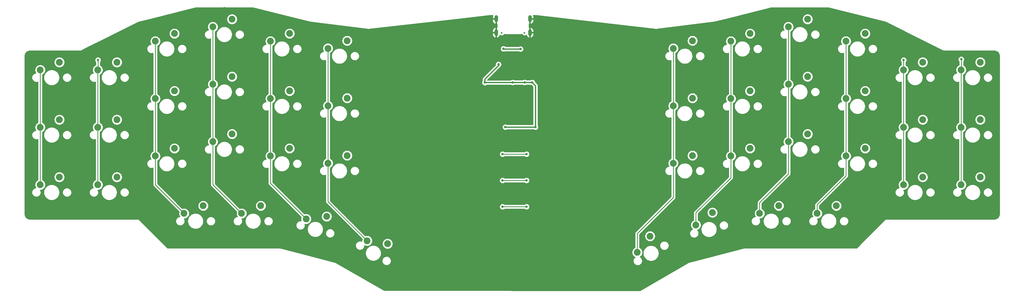
<source format=gbr>
%TF.GenerationSoftware,KiCad,Pcbnew,(5.99.0-1351-gc977addfa)*%
%TF.CreationDate,2020-06-03T21:02:33-07:00*%
%TF.ProjectId,NonSplitKyria,4e6f6e53-706c-4697-944b-797269612e6b,rev?*%
%TF.SameCoordinates,Original*%
%TF.FileFunction,Copper,L2,Bot*%
%TF.FilePolarity,Positive*%
%FSLAX46Y46*%
G04 Gerber Fmt 4.6, Leading zero omitted, Abs format (unit mm)*
G04 Created by KiCad (PCBNEW (5.99.0-1351-gc977addfa)) date 2020-06-03 21:02:33*
%MOMM*%
%LPD*%
G01*
G04 APERTURE LIST*
%TA.AperFunction,ComponentPad*%
%ADD10C,2.250000*%
%TD*%
%TA.AperFunction,ComponentPad*%
%ADD11O,1.200000X2.300000*%
%TD*%
%TA.AperFunction,WasherPad*%
%ADD12C,0.600000*%
%TD*%
%TA.AperFunction,ViaPad*%
%ADD13C,0.800000*%
%TD*%
%TA.AperFunction,Conductor*%
%ADD14C,0.250000*%
%TD*%
%TA.AperFunction,Conductor*%
%ADD15C,0.381000*%
%TD*%
%TA.AperFunction,Conductor*%
%ADD16C,0.254000*%
%TD*%
G04 APERTURE END LIST*
D10*
%TO.P,K_35,2,ROW*%
%TO.N,Net-(D35-Pad2)*%
X311308750Y-63976250D03*
%TO.P,K_35,1,COL*%
%TO.N,col10*%
X304958750Y-66516250D03*
%TD*%
%TO.P,K_44,2,ROW*%
%TO.N,Net-(D44-Pad2)*%
X282733750Y-73501250D03*
%TO.P,K_44,1,COL*%
%TO.N,col9*%
X276383750Y-76041250D03*
%TD*%
%TO.P,K_43,2,ROW*%
%TO.N,Net-(D43-Pad2)*%
X263683750Y-73501250D03*
%TO.P,K_43,1,COL*%
%TO.N,col8*%
X257333750Y-76041250D03*
%TD*%
%TO.P,K_42,2,ROW*%
%TO.N,Net-(D42-Pad2)*%
X241713651Y-75760696D03*
%TO.P,K_42,1,COL*%
%TO.N,col7*%
X236237422Y-79857649D03*
%TD*%
%TO.P,K_41,2,ROW*%
%TO.N,Net-(D41-Pad2)*%
X221059705Y-83580591D03*
%TO.P,K_41,1,COL*%
%TO.N,col6*%
X216830443Y-88955295D03*
%TD*%
%TO.P,K_40,2,ROW*%
%TO.N,Net-(D40-Pad2)*%
X134214705Y-86095591D03*
%TO.P,K_40,1,COL*%
%TO.N,col5*%
X127445443Y-85120295D03*
%TD*%
%TO.P,K_39,2,ROW*%
%TO.N,Net-(D39-Pad2)*%
X114043252Y-77050497D03*
%TO.P,K_39,1,COL*%
%TO.N,col4*%
X107252223Y-77860448D03*
%TD*%
%TO.P,K_38,2,ROW*%
%TO.N,Net-(D38-Pad2)*%
X92233750Y-73501250D03*
%TO.P,K_38,1,COL*%
%TO.N,col3*%
X85883750Y-76041250D03*
%TD*%
%TO.P,K_37,2,ROW*%
%TO.N,Net-(D37-Pad2)*%
X73183750Y-73501250D03*
%TO.P,K_37,1,COL*%
%TO.N,col2*%
X66833750Y-76041250D03*
%TD*%
%TO.P,K_36,2,ROW*%
%TO.N,Net-(D36-Pad2)*%
X330358750Y-63976250D03*
%TO.P,K_36,1,COL*%
%TO.N,col11*%
X324008750Y-66516250D03*
%TD*%
%TO.P,K_34,2,ROW*%
%TO.N,Net-(D34-Pad2)*%
X292258750Y-54451250D03*
%TO.P,K_34,1,COL*%
%TO.N,col9*%
X285908750Y-56991250D03*
%TD*%
%TO.P,K_33,2,ROW*%
%TO.N,Net-(D33-Pad2)*%
X273208750Y-49688750D03*
%TO.P,K_33,1,COL*%
%TO.N,col8*%
X266858750Y-52228750D03*
%TD*%
%TO.P,K_32,2,ROW*%
%TO.N,Net-(D32-Pad2)*%
X254158750Y-54451250D03*
%TO.P,K_32,1,COL*%
%TO.N,col7*%
X247808750Y-56991250D03*
%TD*%
%TO.P,K_31,2,ROW*%
%TO.N,Net-(D31-Pad2)*%
X235108750Y-56832500D03*
%TO.P,K_31,1,COL*%
%TO.N,col6*%
X228758750Y-59372500D03*
%TD*%
%TO.P,K_30,2,ROW*%
%TO.N,Net-(D30-Pad2)*%
X120808750Y-56832500D03*
%TO.P,K_30,1,COL*%
%TO.N,col5*%
X114458750Y-59372500D03*
%TD*%
%TO.P,K_29,2,ROW*%
%TO.N,Net-(D29-Pad2)*%
X101758750Y-54451250D03*
%TO.P,K_29,1,COL*%
%TO.N,col4*%
X95408750Y-56991250D03*
%TD*%
%TO.P,K_28,2,ROW*%
%TO.N,Net-(D28-Pad2)*%
X82708750Y-49688750D03*
%TO.P,K_28,1,COL*%
%TO.N,col3*%
X76358750Y-52228750D03*
%TD*%
%TO.P,K_27,2,ROW*%
%TO.N,Net-(D27-Pad2)*%
X63658750Y-54451250D03*
%TO.P,K_27,1,COL*%
%TO.N,col2*%
X57308750Y-56991250D03*
%TD*%
%TO.P,K_26,2,ROW*%
%TO.N,Net-(D26-Pad2)*%
X44608750Y-63976250D03*
%TO.P,K_26,1,COL*%
%TO.N,col1*%
X38258750Y-66516250D03*
%TD*%
%TO.P,K_25,2,ROW*%
%TO.N,Net-(D25-Pad2)*%
X25558750Y-63976250D03*
%TO.P,K_25,1,COL*%
%TO.N,col0*%
X19208750Y-66516250D03*
%TD*%
%TO.P,K_24,2,ROW*%
%TO.N,Net-(D24-Pad2)*%
X330358750Y-44926250D03*
%TO.P,K_24,1,COL*%
%TO.N,col11*%
X324008750Y-47466250D03*
%TD*%
%TO.P,K_23,2,ROW*%
%TO.N,Net-(D23-Pad2)*%
X311308750Y-44926250D03*
%TO.P,K_23,1,COL*%
%TO.N,col10*%
X304958750Y-47466250D03*
%TD*%
%TO.P,K_22,2,ROW*%
%TO.N,Net-(D22-Pad2)*%
X292258750Y-35401250D03*
%TO.P,K_22,1,COL*%
%TO.N,col9*%
X285908750Y-37941250D03*
%TD*%
%TO.P,K_21,2,ROW*%
%TO.N,Net-(D21-Pad2)*%
X273208750Y-30638750D03*
%TO.P,K_21,1,COL*%
%TO.N,col8*%
X266858750Y-33178750D03*
%TD*%
%TO.P,K_20,2,ROW*%
%TO.N,Net-(D20-Pad2)*%
X254158750Y-35401250D03*
%TO.P,K_20,1,COL*%
%TO.N,col7*%
X247808750Y-37941250D03*
%TD*%
%TO.P,K_19,2,ROW*%
%TO.N,Net-(D19-Pad2)*%
X235108750Y-37782500D03*
%TO.P,K_19,1,COL*%
%TO.N,col6*%
X228758750Y-40322500D03*
%TD*%
%TO.P,K_18,2,ROW*%
%TO.N,Net-(D18-Pad2)*%
X120808750Y-37782500D03*
%TO.P,K_18,1,COL*%
%TO.N,col5*%
X114458750Y-40322500D03*
%TD*%
%TO.P,K_17,2,ROW*%
%TO.N,Net-(D17-Pad2)*%
X101758750Y-35401250D03*
%TO.P,K_17,1,COL*%
%TO.N,col4*%
X95408750Y-37941250D03*
%TD*%
%TO.P,K_16,2,ROW*%
%TO.N,Net-(D16-Pad2)*%
X82708750Y-30638750D03*
%TO.P,K_16,1,COL*%
%TO.N,col3*%
X76358750Y-33178750D03*
%TD*%
%TO.P,K_15,2,ROW*%
%TO.N,Net-(D15-Pad2)*%
X63658750Y-35401250D03*
%TO.P,K_15,1,COL*%
%TO.N,col2*%
X57308750Y-37941250D03*
%TD*%
%TO.P,K_14,2,ROW*%
%TO.N,Net-(D14-Pad2)*%
X44608750Y-44926250D03*
%TO.P,K_14,1,COL*%
%TO.N,col1*%
X38258750Y-47466250D03*
%TD*%
%TO.P,K_13,2,ROW*%
%TO.N,Net-(D13-Pad2)*%
X25558750Y-44926250D03*
%TO.P,K_13,1,COL*%
%TO.N,col0*%
X19208750Y-47466250D03*
%TD*%
%TO.P,K_12,2,ROW*%
%TO.N,Net-(D12-Pad2)*%
X330358750Y-25876250D03*
%TO.P,K_12,1,COL*%
%TO.N,col11*%
X324008750Y-28416250D03*
%TD*%
%TO.P,K_11,2,ROW*%
%TO.N,Net-(D11-Pad2)*%
X311308750Y-25876250D03*
%TO.P,K_11,1,COL*%
%TO.N,col10*%
X304958750Y-28416250D03*
%TD*%
%TO.P,K_10,2,ROW*%
%TO.N,Net-(D10-Pad2)*%
X292258750Y-16351250D03*
%TO.P,K_10,1,COL*%
%TO.N,col9*%
X285908750Y-18891250D03*
%TD*%
%TO.P,K_9,2,ROW*%
%TO.N,Net-(D9-Pad2)*%
X273208750Y-11588750D03*
%TO.P,K_9,1,COL*%
%TO.N,col8*%
X266858750Y-14128750D03*
%TD*%
%TO.P,K_8,2,ROW*%
%TO.N,Net-(D8-Pad2)*%
X254158750Y-16351250D03*
%TO.P,K_8,1,COL*%
%TO.N,col7*%
X247808750Y-18891250D03*
%TD*%
%TO.P,K_7,2,ROW*%
%TO.N,Net-(D7-Pad2)*%
X235108750Y-18732500D03*
%TO.P,K_7,1,COL*%
%TO.N,col6*%
X228758750Y-21272500D03*
%TD*%
%TO.P,K_6,2,ROW*%
%TO.N,Net-(D6-Pad2)*%
X120808750Y-18732500D03*
%TO.P,K_6,1,COL*%
%TO.N,col5*%
X114458750Y-21272500D03*
%TD*%
%TO.P,K_5,2,ROW*%
%TO.N,Net-(D5-Pad2)*%
X101758750Y-16351250D03*
%TO.P,K_5,1,COL*%
%TO.N,col4*%
X95408750Y-18891250D03*
%TD*%
%TO.P,K_4,2,ROW*%
%TO.N,Net-(D4-Pad2)*%
X82708750Y-11588750D03*
%TO.P,K_4,1,COL*%
%TO.N,col3*%
X76358750Y-14128750D03*
%TD*%
%TO.P,K_3,2,ROW*%
%TO.N,Net-(D3-Pad2)*%
X63658750Y-16351250D03*
%TO.P,K_3,1,COL*%
%TO.N,col2*%
X57308750Y-18891250D03*
%TD*%
%TO.P,K_2,2,ROW*%
%TO.N,Net-(D2-Pad2)*%
X44608750Y-25876250D03*
%TO.P,K_2,1,COL*%
%TO.N,col1*%
X38258750Y-28416250D03*
%TD*%
%TO.P,K_1,2,ROW*%
%TO.N,Net-(D1-Pad2)*%
X25558750Y-25876250D03*
%TO.P,K_1,1,COL*%
%TO.N,col0*%
X19208750Y-28416250D03*
%TD*%
D11*
%TO.P,J1,S1,Shield*%
%TO.N,GND*%
X181318750Y-16035000D03*
X170168750Y-16035000D03*
X181318750Y-11435000D03*
X170168750Y-11435000D03*
D12*
%TO.P,J1,*%
%TO.N,*%
X179493750Y-16115000D03*
X171993750Y-16115000D03*
%TD*%
D13*
%TO.N,GND*%
X294481250Y-24606250D03*
X242093750Y-22225000D03*
X280193750Y-22225000D03*
%TO.N,col11*%
X324075000Y-24900000D03*
%TO.N,col10*%
X305000000Y-25151250D03*
%TO.N,GND*%
X261143750Y-19843750D03*
X231775000Y-19050000D03*
X80168750Y-7937500D03*
X173831250Y-60325000D03*
X55562500Y-18256250D03*
X51593750Y-26193750D03*
%TO.N,col1*%
X38350000Y-25151250D03*
%TO.N,GND*%
X123031250Y-21431250D03*
X108743750Y-23018750D03*
X89693750Y-20637500D03*
X70643750Y-20637500D03*
X178593750Y-77787500D03*
X178593750Y-61118750D03*
%TO.N,VCC*%
X178187500Y-21475000D03*
X172559592Y-21397092D03*
%TO.N,+5V*%
X170912500Y-26575000D03*
X182075000Y-32562500D03*
X183137500Y-47375000D03*
X173175000Y-47387500D03*
X166387500Y-32600000D03*
X179562500Y-32550000D03*
X175575000Y-32562500D03*
%TO.N,row0*%
X180181250Y-56356250D03*
X172243750Y-56356250D03*
%TO.N,row1*%
X180181250Y-65087500D03*
X172243750Y-65087500D03*
%TO.N,row2*%
X180181250Y-73818750D03*
X172243750Y-73818750D03*
%TO.N,GND*%
X242093750Y-42068750D03*
X242093750Y-60325000D03*
X127793750Y-42862500D03*
%TD*%
D14*
%TO.N,col11*%
X324075000Y-24900000D02*
X324075000Y-28350000D01*
X324075000Y-28350000D02*
X324008750Y-28416250D01*
%TO.N,col10*%
X305000000Y-25151250D02*
X305000000Y-28375000D01*
X305000000Y-28375000D02*
X304958750Y-28416250D01*
%TO.N,col1*%
X38350000Y-25151250D02*
X38350000Y-28325000D01*
X38350000Y-28325000D02*
X38258750Y-28416250D01*
%TO.N,col11*%
X324008750Y-28416250D02*
X324008750Y-66516250D01*
%TO.N,col10*%
X304958750Y-28416250D02*
X304958750Y-66516250D01*
%TO.N,col9*%
X285908750Y-56991250D02*
X285908750Y-63591250D01*
X285908750Y-63591250D02*
X276383750Y-73116250D01*
X276383750Y-73116250D02*
X276383750Y-76041250D01*
X285908750Y-18891250D02*
X285908750Y-56991250D01*
%TO.N,col8*%
X266858750Y-52228750D02*
X266858750Y-62891250D01*
X266858750Y-62891250D02*
X257333750Y-72416250D01*
X257333750Y-72416250D02*
X257333750Y-76041250D01*
X266858750Y-14128750D02*
X266858750Y-52228750D01*
%TO.N,col7*%
X247808750Y-56991250D02*
X247808750Y-64191250D01*
X247808750Y-64191250D02*
X236237422Y-75762578D01*
X236237422Y-75762578D02*
X236237422Y-79857649D01*
X247808750Y-18891250D02*
X247808750Y-40987252D01*
X247808750Y-40987252D02*
X247808750Y-56991250D01*
%TO.N,col6*%
X228758750Y-59372500D02*
X228758750Y-70741250D01*
X228758750Y-70741250D02*
X216830443Y-82669557D01*
X216830443Y-82669557D02*
X216830443Y-88955295D01*
X228758750Y-21272500D02*
X228758750Y-59372500D01*
%TO.N,col5*%
X114458750Y-59372500D02*
X114458750Y-72133602D01*
X114458750Y-72133602D02*
X127445443Y-85120295D01*
X114458750Y-40322500D02*
X114458750Y-59372500D01*
X114458750Y-21272500D02*
X114458750Y-40322500D01*
%TO.N,col4*%
X95408750Y-56991250D02*
X95408750Y-66016975D01*
X95408750Y-66016975D02*
X107252223Y-77860448D01*
X95408750Y-18891250D02*
X95408750Y-56991250D01*
%TO.N,col3*%
X76358750Y-52228750D02*
X76358750Y-66516250D01*
X76358750Y-66516250D02*
X85883750Y-76041250D01*
X76358750Y-14128750D02*
X76358750Y-52228750D01*
%TO.N,col2*%
X57308750Y-56991250D02*
X57308750Y-66516250D01*
X57308750Y-66516250D02*
X66833750Y-76041250D01*
X57308750Y-18891250D02*
X57308750Y-56991250D01*
%TO.N,col1*%
X38258750Y-66516250D02*
X38258750Y-28416250D01*
%TO.N,col0*%
X19208750Y-28416250D02*
X19208750Y-66516250D01*
D15*
%TO.N,VCC*%
X178187500Y-21475000D02*
X172637500Y-21475000D01*
X172637500Y-21475000D02*
X172559592Y-21397092D01*
%TO.N,+5V*%
X170912500Y-26925000D02*
X170912500Y-26575000D01*
X166387500Y-32600000D02*
X166387500Y-31450000D01*
X166387500Y-31450000D02*
X170912500Y-26925000D01*
X182075000Y-32562500D02*
X179575000Y-32562500D01*
X179575000Y-32562500D02*
X179562500Y-32550000D01*
X183137500Y-47375000D02*
X183137500Y-33625000D01*
X183137500Y-33625000D02*
X182075000Y-32562500D01*
X173187500Y-47375000D02*
X173175000Y-47387500D01*
X183137500Y-47375000D02*
X173187500Y-47375000D01*
X166387500Y-32600000D02*
X175537500Y-32600000D01*
X175537500Y-32600000D02*
X175575000Y-32562500D01*
X179562500Y-32550000D02*
X175587500Y-32550000D01*
X175587500Y-32550000D02*
X175575000Y-32562500D01*
D14*
%TO.N,row0*%
X172243750Y-56356250D02*
X180181250Y-56356250D01*
%TO.N,row1*%
X180181250Y-65087500D02*
X172243750Y-65087500D01*
%TO.N,row2*%
X172243750Y-73818750D02*
X180181250Y-73818750D01*
%TD*%
%TO.N,GND*%
G36*
X108595946Y-12522810D02*
G01*
X108616628Y-12528595D01*
X108625800Y-12530440D01*
X108627129Y-12530606D01*
X108629709Y-12531251D01*
X108638542Y-12532803D01*
X108673727Y-12536430D01*
X127651485Y-14908650D01*
X127668733Y-14914468D01*
X127686776Y-14917752D01*
X127738740Y-14919557D01*
X127755750Y-14921683D01*
X127764702Y-14922160D01*
X127797038Y-14921581D01*
X127816920Y-14922272D01*
X127826261Y-14921904D01*
X127835043Y-14920902D01*
X127886813Y-14919975D01*
X127904536Y-14917113D01*
X127925472Y-14910582D01*
X156612342Y-11636808D01*
X168934750Y-11636808D01*
X168934750Y-12039536D01*
X168935014Y-12045303D01*
X168949694Y-12205063D01*
X168951800Y-12216423D01*
X169010211Y-12423533D01*
X169014351Y-12434319D01*
X169109527Y-12627317D01*
X169115564Y-12637168D01*
X169244317Y-12809590D01*
X169252048Y-12818175D01*
X169410066Y-12964247D01*
X169419232Y-12971280D01*
X169601224Y-13086108D01*
X169611518Y-13091353D01*
X169811388Y-13171094D01*
X169822466Y-13174375D01*
X169948617Y-13199468D01*
X170040750Y-13123857D01*
X170040751Y-11636809D01*
X169966942Y-11563000D01*
X169008559Y-11562999D01*
X168934750Y-11636808D01*
X156612342Y-11636808D01*
X168159807Y-10319000D01*
X169072080Y-10319000D01*
X169026510Y-10405616D01*
X169022089Y-10416289D01*
X168958152Y-10622194D01*
X168955657Y-10634320D01*
X168935095Y-10829955D01*
X168934750Y-10836545D01*
X168934750Y-11233191D01*
X169008559Y-11307000D01*
X169966942Y-11307001D01*
X169966943Y-11307000D01*
X170296750Y-11307001D01*
X170296749Y-13124259D01*
X170386345Y-13199774D01*
X170439750Y-13190598D01*
X170439750Y-14280650D01*
X170388883Y-14270532D01*
X170296750Y-14346143D01*
X170296749Y-15833192D01*
X170296750Y-15833193D01*
X170296749Y-17724259D01*
X170386345Y-17799774D01*
X170483780Y-17783032D01*
X170494940Y-17780042D01*
X170696829Y-17705561D01*
X170707257Y-17700587D01*
X170892193Y-17590562D01*
X170901540Y-17583771D01*
X171063328Y-17441887D01*
X171071281Y-17433506D01*
X171204503Y-17264514D01*
X171210796Y-17254825D01*
X171310991Y-17064384D01*
X171315412Y-17053710D01*
X171379348Y-16847806D01*
X171381843Y-16835680D01*
X171383260Y-16822195D01*
X171473633Y-16896958D01*
X171485422Y-16904673D01*
X171659799Y-16992757D01*
X171673005Y-16997668D01*
X171862564Y-17044930D01*
X171876529Y-17046794D01*
X172071848Y-17050886D01*
X172085880Y-17049609D01*
X172277252Y-17010325D01*
X172290651Y-17005971D01*
X172468564Y-16925267D01*
X172480666Y-16918053D01*
X172636279Y-16799937D01*
X172646482Y-16790220D01*
X172772058Y-16640564D01*
X172779854Y-16628829D01*
X172816653Y-16557227D01*
X172818176Y-16557858D01*
X172826681Y-16560692D01*
X172890768Y-16577087D01*
X172954478Y-16595777D01*
X172963624Y-16597737D01*
X172974658Y-16599257D01*
X172975035Y-16599308D01*
X173127195Y-16619340D01*
X173136144Y-16619876D01*
X173213335Y-16619000D01*
X178272109Y-16619000D01*
X178343793Y-16620689D01*
X178353136Y-16620216D01*
X178364188Y-16618828D01*
X178364565Y-16618780D01*
X178516724Y-16598747D01*
X178525507Y-16596948D01*
X178589207Y-16579103D01*
X178653721Y-16563435D01*
X178662628Y-16560558D01*
X178669414Y-16557794D01*
X178686818Y-16595460D01*
X178694116Y-16607511D01*
X178813316Y-16762295D01*
X178823103Y-16772429D01*
X178973633Y-16896958D01*
X178985422Y-16904673D01*
X179159799Y-16992757D01*
X179173005Y-16997668D01*
X179362564Y-17044930D01*
X179376529Y-17046794D01*
X179571848Y-17050886D01*
X179585880Y-17049609D01*
X179777252Y-17010325D01*
X179790651Y-17005971D01*
X179968564Y-16925267D01*
X179980666Y-16918053D01*
X180104050Y-16824400D01*
X180160211Y-17023533D01*
X180164351Y-17034319D01*
X180259527Y-17227317D01*
X180265564Y-17237168D01*
X180394317Y-17409590D01*
X180402048Y-17418175D01*
X180560066Y-17564247D01*
X180569232Y-17571280D01*
X180751224Y-17686108D01*
X180761518Y-17691353D01*
X180961388Y-17771094D01*
X180972466Y-17774375D01*
X181098617Y-17799468D01*
X181190260Y-17724259D01*
X181446749Y-17724259D01*
X181536345Y-17799774D01*
X181633780Y-17783032D01*
X181644940Y-17780042D01*
X181846829Y-17705561D01*
X181857257Y-17700587D01*
X182042193Y-17590562D01*
X182051540Y-17583771D01*
X182213328Y-17441887D01*
X182221281Y-17433506D01*
X182354503Y-17264514D01*
X182360796Y-17254825D01*
X182460991Y-17064384D01*
X182465412Y-17053710D01*
X182529348Y-16847806D01*
X182531843Y-16835680D01*
X182552405Y-16640045D01*
X182552750Y-16633455D01*
X182552750Y-16236809D01*
X182533721Y-16217780D01*
X252399751Y-16217780D01*
X252399751Y-16484720D01*
X252400528Y-16494591D01*
X252442286Y-16758245D01*
X252444597Y-16767873D01*
X252527087Y-17021749D01*
X252530876Y-17030896D01*
X252652065Y-17268742D01*
X252657238Y-17277184D01*
X252814142Y-17493144D01*
X252820572Y-17500673D01*
X253009327Y-17689428D01*
X253016856Y-17695858D01*
X253232816Y-17852762D01*
X253241258Y-17857935D01*
X253479104Y-17979124D01*
X253488251Y-17982913D01*
X253742127Y-18065403D01*
X253751755Y-18067714D01*
X254015409Y-18109472D01*
X254025280Y-18110249D01*
X254292220Y-18110249D01*
X254302091Y-18109472D01*
X254565745Y-18067714D01*
X254575373Y-18065403D01*
X254829249Y-17982913D01*
X254838396Y-17979124D01*
X255076242Y-17857935D01*
X255084684Y-17852762D01*
X255300644Y-17695858D01*
X255308173Y-17689428D01*
X255496928Y-17500673D01*
X255503358Y-17493144D01*
X255660262Y-17277184D01*
X255665435Y-17268742D01*
X255786624Y-17030896D01*
X255790413Y-17021749D01*
X255872903Y-16767873D01*
X255875214Y-16758245D01*
X255916972Y-16494591D01*
X255917749Y-16484720D01*
X255917749Y-16217780D01*
X255916972Y-16207909D01*
X255875214Y-15944255D01*
X255872903Y-15934627D01*
X255790413Y-15680751D01*
X255786624Y-15671604D01*
X255665435Y-15433758D01*
X255660262Y-15425316D01*
X255503358Y-15209356D01*
X255496928Y-15201827D01*
X255308173Y-15013072D01*
X255300644Y-15006642D01*
X255084684Y-14849738D01*
X255076242Y-14844565D01*
X254838396Y-14723376D01*
X254829249Y-14719587D01*
X254575373Y-14637097D01*
X254565745Y-14634786D01*
X254302091Y-14593028D01*
X254292220Y-14592251D01*
X254025280Y-14592251D01*
X254015409Y-14593028D01*
X253751755Y-14634786D01*
X253742127Y-14637097D01*
X253488251Y-14719587D01*
X253479104Y-14723376D01*
X253241258Y-14844565D01*
X253232816Y-14849738D01*
X253016856Y-15006642D01*
X253009327Y-15013072D01*
X252820572Y-15201827D01*
X252814142Y-15209356D01*
X252657238Y-15425316D01*
X252652065Y-15433758D01*
X252530876Y-15671604D01*
X252527087Y-15680751D01*
X252444597Y-15934627D01*
X252442286Y-15944255D01*
X252400528Y-16207909D01*
X252399751Y-16217780D01*
X182533721Y-16217780D01*
X182478941Y-16163000D01*
X181520559Y-16162999D01*
X181446750Y-16236808D01*
X181446749Y-17724259D01*
X181190260Y-17724259D01*
X181190750Y-17723857D01*
X181190751Y-16236808D01*
X181190750Y-16236807D01*
X181190750Y-15833191D01*
X181446749Y-15833191D01*
X181520558Y-15907000D01*
X182478941Y-15907001D01*
X182552750Y-15833192D01*
X182552750Y-15430463D01*
X182552486Y-15424696D01*
X182537806Y-15264936D01*
X182535700Y-15253576D01*
X182477289Y-15046466D01*
X182473149Y-15035679D01*
X182377973Y-14842682D01*
X182371936Y-14832831D01*
X182243183Y-14660410D01*
X182235452Y-14651825D01*
X182077434Y-14505753D01*
X182068268Y-14498720D01*
X181886276Y-14383892D01*
X181875982Y-14378647D01*
X181676112Y-14298906D01*
X181665034Y-14295625D01*
X181538883Y-14270532D01*
X181446750Y-14346143D01*
X181446749Y-15833191D01*
X181190750Y-15833191D01*
X181190751Y-14345741D01*
X181101155Y-14270226D01*
X181047750Y-14279402D01*
X181047750Y-13189350D01*
X181098617Y-13199468D01*
X181190260Y-13124259D01*
X181446749Y-13124259D01*
X181536345Y-13199774D01*
X181633780Y-13183032D01*
X181644940Y-13180042D01*
X181846829Y-13105561D01*
X181857257Y-13100587D01*
X182042193Y-12990562D01*
X182051540Y-12983771D01*
X182213328Y-12841887D01*
X182221281Y-12833506D01*
X182354503Y-12664514D01*
X182360796Y-12654825D01*
X182460991Y-12464384D01*
X182465412Y-12453710D01*
X182529348Y-12247806D01*
X182531843Y-12235680D01*
X182552405Y-12040045D01*
X182552750Y-12033455D01*
X182552750Y-11636809D01*
X182478941Y-11563000D01*
X181520559Y-11562999D01*
X181446750Y-11636808D01*
X181446749Y-13124259D01*
X181190260Y-13124259D01*
X181190750Y-13123857D01*
X181190751Y-11636808D01*
X181190750Y-11636807D01*
X181190751Y-11307000D01*
X182478941Y-11307001D01*
X182552750Y-11233192D01*
X182552750Y-10830463D01*
X182552486Y-10824696D01*
X182537806Y-10664936D01*
X182535700Y-10653576D01*
X182477289Y-10446466D01*
X182473149Y-10435679D01*
X182415609Y-10319000D01*
X183327105Y-10319000D01*
X222907593Y-14909957D01*
X222925464Y-14915772D01*
X222943542Y-14918863D01*
X222995029Y-14920099D01*
X223011380Y-14921995D01*
X223020337Y-14922393D01*
X223053548Y-14921504D01*
X223073731Y-14921988D01*
X223083070Y-14921519D01*
X223091275Y-14920493D01*
X223142424Y-14919124D01*
X223160120Y-14916104D01*
X223181554Y-14909209D01*
X242178523Y-12534588D01*
X242199862Y-12532519D01*
X242209071Y-12530931D01*
X242210370Y-12530606D01*
X242213028Y-12530274D01*
X242221820Y-12528533D01*
X242256014Y-12519195D01*
X246511675Y-11455280D01*
X271449751Y-11455280D01*
X271449751Y-11722220D01*
X271450528Y-11732091D01*
X271492286Y-11995745D01*
X271494597Y-12005373D01*
X271577087Y-12259249D01*
X271580876Y-12268396D01*
X271702065Y-12506242D01*
X271707238Y-12514684D01*
X271864142Y-12730644D01*
X271870572Y-12738173D01*
X272059327Y-12926928D01*
X272066856Y-12933358D01*
X272282816Y-13090262D01*
X272291258Y-13095435D01*
X272529104Y-13216624D01*
X272538251Y-13220413D01*
X272792127Y-13302903D01*
X272801755Y-13305214D01*
X273065409Y-13346972D01*
X273075280Y-13347749D01*
X273342220Y-13347749D01*
X273352091Y-13346972D01*
X273615745Y-13305214D01*
X273625373Y-13302903D01*
X273879249Y-13220413D01*
X273888396Y-13216624D01*
X274126242Y-13095435D01*
X274134684Y-13090262D01*
X274350644Y-12933358D01*
X274358173Y-12926928D01*
X274546928Y-12738173D01*
X274553358Y-12730644D01*
X274710262Y-12514684D01*
X274715435Y-12506242D01*
X274836624Y-12268396D01*
X274840413Y-12259249D01*
X274922903Y-12005373D01*
X274925214Y-11995745D01*
X274966972Y-11732091D01*
X274967749Y-11722220D01*
X274967749Y-11455280D01*
X274966972Y-11445409D01*
X274925214Y-11181755D01*
X274922903Y-11172127D01*
X274840413Y-10918251D01*
X274836624Y-10909104D01*
X274715435Y-10671258D01*
X274710262Y-10662816D01*
X274553358Y-10446856D01*
X274546928Y-10439327D01*
X274358173Y-10250572D01*
X274350644Y-10244142D01*
X274134684Y-10087238D01*
X274126242Y-10082065D01*
X273888396Y-9960876D01*
X273879249Y-9957087D01*
X273625373Y-9874597D01*
X273615745Y-9872286D01*
X273352091Y-9830528D01*
X273342220Y-9829751D01*
X273075280Y-9829751D01*
X273065409Y-9830528D01*
X272801755Y-9872286D01*
X272792127Y-9874597D01*
X272538251Y-9957087D01*
X272529104Y-9960876D01*
X272291258Y-10082065D01*
X272282816Y-10087238D01*
X272066856Y-10244142D01*
X272059327Y-10250572D01*
X271870572Y-10439327D01*
X271864142Y-10446856D01*
X271707238Y-10662816D01*
X271702065Y-10671258D01*
X271580876Y-10909104D01*
X271577087Y-10918251D01*
X271494597Y-11172127D01*
X271492286Y-11181755D01*
X271450528Y-11445409D01*
X271449751Y-11455280D01*
X246511675Y-11455280D01*
X261221802Y-7777750D01*
X280115702Y-7777750D01*
X299022464Y-12504440D01*
X317937017Y-21961717D01*
X317950307Y-21970447D01*
X318018675Y-22002546D01*
X318046845Y-22016631D01*
X318055130Y-22020061D01*
X318058055Y-22021035D01*
X318098449Y-22040000D01*
X318116004Y-22045308D01*
X318143142Y-22049364D01*
X318171006Y-22058642D01*
X318188671Y-22061841D01*
X318239085Y-22063703D01*
X318244805Y-22064557D01*
X318254127Y-22065250D01*
X318280992Y-22065250D01*
X318352028Y-22067873D01*
X318369881Y-22065986D01*
X318372793Y-22065250D01*
X334892317Y-22065250D01*
X334899757Y-22066913D01*
X334909011Y-22068271D01*
X334920121Y-22069067D01*
X334920502Y-22069093D01*
X335189695Y-22086737D01*
X335413019Y-22131158D01*
X335628618Y-22204345D01*
X335832829Y-22305050D01*
X336022145Y-22431547D01*
X336193328Y-22581670D01*
X336343455Y-22752858D01*
X336469950Y-22942171D01*
X336570657Y-23146385D01*
X336643841Y-23361977D01*
X336688263Y-23585305D01*
X336706188Y-23858781D01*
X336707409Y-23867663D01*
X336709751Y-23878777D01*
X336709750Y-76129817D01*
X336708087Y-76137257D01*
X336706729Y-76146511D01*
X336705933Y-76157621D01*
X336705907Y-76158002D01*
X336688263Y-76427195D01*
X336643841Y-76650523D01*
X336570657Y-76866115D01*
X336469950Y-77070329D01*
X336343455Y-77259642D01*
X336193328Y-77430830D01*
X336022145Y-77580953D01*
X335832829Y-77707450D01*
X335628618Y-77808155D01*
X335413019Y-77881342D01*
X335189695Y-77925763D01*
X334916219Y-77943688D01*
X334907337Y-77944909D01*
X334896228Y-77947250D01*
X299314758Y-77947250D01*
X299303961Y-77944807D01*
X299286066Y-77943367D01*
X299223478Y-77947250D01*
X299202797Y-77947250D01*
X299193854Y-77947887D01*
X299179065Y-77950005D01*
X299122913Y-77953489D01*
X299105331Y-77957130D01*
X299089560Y-77962824D01*
X299072959Y-77965201D01*
X299055726Y-77970240D01*
X299004502Y-77993530D01*
X298951397Y-78012701D01*
X298935230Y-78021360D01*
X298922382Y-78030867D01*
X298906916Y-78037899D01*
X298891792Y-78047572D01*
X298843052Y-78089569D01*
X298830545Y-78098824D01*
X298823462Y-78104927D01*
X298812466Y-78115924D01*
X298767956Y-78154276D01*
X298756154Y-78167805D01*
X298747992Y-78180398D01*
X289456140Y-87472250D01*
X252471136Y-87472250D01*
X252447813Y-87467915D01*
X252429486Y-87467210D01*
X252382483Y-87472250D01*
X252371547Y-87472250D01*
X252362604Y-87472887D01*
X252321044Y-87478840D01*
X252300003Y-87481096D01*
X252290803Y-87482779D01*
X252287477Y-87483647D01*
X252241707Y-87490201D01*
X252224475Y-87495240D01*
X252199490Y-87506600D01*
X234048550Y-92241628D01*
X234020344Y-92244052D01*
X234002490Y-92248251D01*
X233962326Y-92264122D01*
X233956594Y-92265617D01*
X233948098Y-92268492D01*
X233897257Y-92289833D01*
X233881380Y-92296107D01*
X233875276Y-92299059D01*
X233835484Y-92315763D01*
X233820082Y-92324989D01*
X233795221Y-92345173D01*
X217759898Y-101625920D01*
X133109460Y-101586080D01*
X117044981Y-92346567D01*
X117023886Y-92329010D01*
X117008239Y-92319442D01*
X116967799Y-92302176D01*
X116961847Y-92298752D01*
X116953776Y-92294845D01*
X116905620Y-92275627D01*
X116888474Y-92268307D01*
X116880134Y-92265456D01*
X116840341Y-92249576D01*
X116822892Y-92245353D01*
X116791878Y-92242391D01*
X104606643Y-89063634D01*
X126847101Y-89063634D01*
X126847101Y-89386366D01*
X126847598Y-89394269D01*
X126888047Y-89714456D01*
X126889531Y-89722236D01*
X126969791Y-90034828D01*
X126972238Y-90042360D01*
X127091044Y-90342428D01*
X127094416Y-90349594D01*
X127249893Y-90632406D01*
X127254136Y-90639092D01*
X127443833Y-90900188D01*
X127448881Y-90906290D01*
X127669807Y-91141551D01*
X127675580Y-91146973D01*
X127924249Y-91352690D01*
X127930656Y-91357345D01*
X128203147Y-91530273D01*
X128210087Y-91534088D01*
X128502103Y-91671500D01*
X128509466Y-91674415D01*
X128816403Y-91774146D01*
X128824073Y-91776115D01*
X129141089Y-91836589D01*
X129148946Y-91837582D01*
X129471040Y-91857846D01*
X129478960Y-91857846D01*
X129801054Y-91837582D01*
X129808911Y-91836589D01*
X130125927Y-91776115D01*
X130133597Y-91774146D01*
X130190053Y-91755802D01*
X132360428Y-91755802D01*
X132378826Y-92000487D01*
X132380523Y-92011024D01*
X132439885Y-92249111D01*
X132443333Y-92259210D01*
X132541960Y-92483892D01*
X132547061Y-92493267D01*
X132682136Y-92698118D01*
X132688743Y-92706498D01*
X132856401Y-92885663D01*
X132864326Y-92892810D01*
X133059775Y-93041165D01*
X133068791Y-93046875D01*
X133286442Y-93160177D01*
X133296291Y-93164287D01*
X133529920Y-93239297D01*
X133540321Y-93241689D01*
X133783248Y-93276263D01*
X133793903Y-93276868D01*
X134039184Y-93270016D01*
X134049789Y-93268817D01*
X134290407Y-93220737D01*
X134300658Y-93217768D01*
X134529736Y-93129834D01*
X134539340Y-93125181D01*
X134750327Y-92999906D01*
X134759010Y-92993701D01*
X134945873Y-92834667D01*
X134953386Y-92827088D01*
X135110782Y-92638845D01*
X135116912Y-92630108D01*
X135240340Y-92418037D01*
X135244909Y-92408392D01*
X135330841Y-92178555D01*
X135333720Y-92168279D01*
X135379756Y-91926952D01*
X135380871Y-91915729D01*
X135383487Y-91643219D01*
X135382588Y-91631977D01*
X135341194Y-91389811D01*
X135338513Y-91379481D01*
X135257009Y-91148037D01*
X135252625Y-91138306D01*
X135133290Y-90923904D01*
X135127330Y-90915052D01*
X134973577Y-90723820D01*
X134966210Y-90716098D01*
X134782434Y-90553508D01*
X134773872Y-90547137D01*
X134565329Y-90417836D01*
X134555817Y-90412999D01*
X134328470Y-90320682D01*
X134318277Y-90317517D01*
X134078625Y-90264826D01*
X134068045Y-90263424D01*
X133822942Y-90251866D01*
X133812278Y-90252266D01*
X133568731Y-90282169D01*
X133558286Y-90284361D01*
X133323260Y-90354873D01*
X133313335Y-90358793D01*
X133093549Y-90467895D01*
X133084425Y-90473431D01*
X132886164Y-90618006D01*
X132878104Y-90625001D01*
X132707035Y-90800912D01*
X132700268Y-90809165D01*
X132561287Y-91011387D01*
X132556007Y-91020661D01*
X132453084Y-91243407D01*
X132449442Y-91253439D01*
X132385521Y-91490342D01*
X132383622Y-91500844D01*
X132360530Y-91745131D01*
X132360428Y-91755802D01*
X130190053Y-91755802D01*
X130440534Y-91674415D01*
X130447897Y-91671500D01*
X130739913Y-91534088D01*
X130746853Y-91530273D01*
X131019344Y-91357345D01*
X131025751Y-91352690D01*
X131274420Y-91146973D01*
X131280193Y-91141551D01*
X131501119Y-90906290D01*
X131506167Y-90900188D01*
X131695864Y-90639092D01*
X131700107Y-90632406D01*
X131855584Y-90349594D01*
X131858956Y-90342428D01*
X131977762Y-90042360D01*
X131980209Y-90034828D01*
X132060469Y-89722236D01*
X132061953Y-89714456D01*
X132102402Y-89394269D01*
X132102899Y-89386366D01*
X132102899Y-89063634D01*
X132102402Y-89055731D01*
X132072853Y-88821825D01*
X215071444Y-88821825D01*
X215071444Y-89088765D01*
X215072221Y-89098636D01*
X215113979Y-89362290D01*
X215116290Y-89371918D01*
X215198780Y-89625794D01*
X215202569Y-89634941D01*
X215323758Y-89872787D01*
X215328931Y-89881229D01*
X215485835Y-90097189D01*
X215492265Y-90104718D01*
X215681020Y-90293473D01*
X215688549Y-90299903D01*
X215904509Y-90456807D01*
X215912951Y-90461980D01*
X216117599Y-90566254D01*
X216012346Y-90643006D01*
X216004286Y-90650001D01*
X215833217Y-90825912D01*
X215826450Y-90834165D01*
X215687469Y-91036387D01*
X215682189Y-91045661D01*
X215579266Y-91268407D01*
X215575624Y-91278439D01*
X215511703Y-91515342D01*
X215509804Y-91525844D01*
X215486712Y-91770131D01*
X215486610Y-91780802D01*
X215505008Y-92025487D01*
X215506705Y-92036024D01*
X215566067Y-92274111D01*
X215569515Y-92284210D01*
X215668142Y-92508892D01*
X215673243Y-92518267D01*
X215808318Y-92723118D01*
X215814925Y-92731498D01*
X215982583Y-92910663D01*
X215990508Y-92917810D01*
X216185957Y-93066165D01*
X216194973Y-93071875D01*
X216412624Y-93185177D01*
X216422473Y-93189287D01*
X216656102Y-93264297D01*
X216666503Y-93266689D01*
X216909430Y-93301263D01*
X216920085Y-93301868D01*
X217165366Y-93295016D01*
X217175971Y-93293817D01*
X217416589Y-93245737D01*
X217426840Y-93242768D01*
X217655918Y-93154834D01*
X217665522Y-93150181D01*
X217876509Y-93024906D01*
X217885192Y-93018701D01*
X218072055Y-92859667D01*
X218079568Y-92852088D01*
X218236964Y-92663845D01*
X218243094Y-92655108D01*
X218366522Y-92443037D01*
X218371091Y-92433392D01*
X218457023Y-92203555D01*
X218459902Y-92193279D01*
X218505938Y-91951952D01*
X218507053Y-91940729D01*
X218509669Y-91668219D01*
X218508770Y-91656977D01*
X218467376Y-91414811D01*
X218464695Y-91404481D01*
X218383191Y-91173037D01*
X218378807Y-91163306D01*
X218259472Y-90948904D01*
X218253512Y-90940052D01*
X218099759Y-90748820D01*
X218092392Y-90741098D01*
X217908616Y-90578508D01*
X217900054Y-90572137D01*
X217733912Y-90469125D01*
X217747935Y-90461980D01*
X217756377Y-90456807D01*
X217972337Y-90299903D01*
X217979866Y-90293473D01*
X218168621Y-90104718D01*
X218175051Y-90097189D01*
X218331955Y-89881229D01*
X218337128Y-89872787D01*
X218458317Y-89634941D01*
X218462106Y-89625794D01*
X218544596Y-89371918D01*
X218546907Y-89362290D01*
X218588665Y-89098636D01*
X218589442Y-89088765D01*
X218589442Y-89088634D01*
X218772101Y-89088634D01*
X218772101Y-89411366D01*
X218772598Y-89419269D01*
X218813047Y-89739456D01*
X218814531Y-89747236D01*
X218894791Y-90059828D01*
X218897238Y-90067360D01*
X219016044Y-90367428D01*
X219019416Y-90374594D01*
X219174893Y-90657406D01*
X219179136Y-90664092D01*
X219368833Y-90925188D01*
X219373881Y-90931290D01*
X219594807Y-91166551D01*
X219600580Y-91171973D01*
X219849249Y-91377690D01*
X219855656Y-91382345D01*
X220128147Y-91555273D01*
X220135087Y-91559088D01*
X220427103Y-91696500D01*
X220434466Y-91699415D01*
X220741403Y-91799146D01*
X220749073Y-91801115D01*
X221066089Y-91861589D01*
X221073946Y-91862582D01*
X221396040Y-91882846D01*
X221403960Y-91882846D01*
X221726054Y-91862582D01*
X221733911Y-91861589D01*
X222050927Y-91801115D01*
X222058597Y-91799146D01*
X222365534Y-91699415D01*
X222372897Y-91696500D01*
X222664913Y-91559088D01*
X222671853Y-91555273D01*
X222944344Y-91382345D01*
X222950751Y-91377690D01*
X223199420Y-91171973D01*
X223205193Y-91166551D01*
X223426119Y-90931290D01*
X223431167Y-90925188D01*
X223620864Y-90664092D01*
X223625107Y-90657406D01*
X223780584Y-90374594D01*
X223783956Y-90367428D01*
X223902762Y-90067360D01*
X223905209Y-90059828D01*
X223985469Y-89747236D01*
X223986953Y-89739456D01*
X224027402Y-89419269D01*
X224027899Y-89411366D01*
X224027899Y-89088634D01*
X224027402Y-89080731D01*
X223986953Y-88760544D01*
X223985469Y-88752764D01*
X223905209Y-88440172D01*
X223902762Y-88432640D01*
X223783956Y-88132572D01*
X223780584Y-88125406D01*
X223625107Y-87842594D01*
X223620864Y-87835908D01*
X223431167Y-87574812D01*
X223426119Y-87568710D01*
X223205193Y-87333449D01*
X223199420Y-87328027D01*
X222950751Y-87122310D01*
X222944344Y-87117655D01*
X222671853Y-86944727D01*
X222664913Y-86940912D01*
X222372897Y-86803500D01*
X222365534Y-86800585D01*
X222058597Y-86700854D01*
X222058395Y-86700802D01*
X224285428Y-86700802D01*
X224303826Y-86945487D01*
X224305523Y-86956024D01*
X224364885Y-87194111D01*
X224368333Y-87204210D01*
X224466960Y-87428892D01*
X224472061Y-87438267D01*
X224607136Y-87643118D01*
X224613743Y-87651498D01*
X224781401Y-87830663D01*
X224789326Y-87837810D01*
X224984775Y-87986165D01*
X224993791Y-87991875D01*
X225211442Y-88105177D01*
X225221291Y-88109287D01*
X225454920Y-88184297D01*
X225465321Y-88186689D01*
X225708248Y-88221263D01*
X225718903Y-88221868D01*
X225964184Y-88215016D01*
X225974789Y-88213817D01*
X226215407Y-88165737D01*
X226225658Y-88162768D01*
X226454736Y-88074834D01*
X226464340Y-88070181D01*
X226675327Y-87944906D01*
X226684010Y-87938701D01*
X226870873Y-87779667D01*
X226878386Y-87772088D01*
X227035782Y-87583845D01*
X227041912Y-87575108D01*
X227165340Y-87363037D01*
X227169909Y-87353392D01*
X227255841Y-87123555D01*
X227258720Y-87113279D01*
X227304756Y-86871952D01*
X227305871Y-86860729D01*
X227308487Y-86588219D01*
X227307588Y-86576977D01*
X227266194Y-86334811D01*
X227263513Y-86324481D01*
X227182009Y-86093037D01*
X227177625Y-86083306D01*
X227058290Y-85868904D01*
X227052330Y-85860052D01*
X226898577Y-85668820D01*
X226891210Y-85661098D01*
X226707434Y-85498508D01*
X226698872Y-85492137D01*
X226490329Y-85362836D01*
X226480817Y-85357999D01*
X226253470Y-85265682D01*
X226243277Y-85262517D01*
X226003625Y-85209826D01*
X225993045Y-85208424D01*
X225747942Y-85196866D01*
X225737278Y-85197266D01*
X225493731Y-85227169D01*
X225483286Y-85229361D01*
X225248260Y-85299873D01*
X225238335Y-85303793D01*
X225018549Y-85412895D01*
X225009425Y-85418431D01*
X224811164Y-85563006D01*
X224803104Y-85570001D01*
X224632035Y-85745912D01*
X224625268Y-85754165D01*
X224486287Y-85956387D01*
X224481007Y-85965661D01*
X224378084Y-86188407D01*
X224374442Y-86198439D01*
X224310521Y-86435342D01*
X224308622Y-86445844D01*
X224285530Y-86690131D01*
X224285428Y-86700802D01*
X222058395Y-86700802D01*
X222050927Y-86698885D01*
X221733911Y-86638411D01*
X221726054Y-86637418D01*
X221403960Y-86617154D01*
X221396040Y-86617154D01*
X221073946Y-86637418D01*
X221066089Y-86638411D01*
X220749073Y-86698885D01*
X220741403Y-86700854D01*
X220434466Y-86800585D01*
X220427103Y-86803500D01*
X220135087Y-86940912D01*
X220128147Y-86944727D01*
X219855656Y-87117655D01*
X219849249Y-87122310D01*
X219600580Y-87328027D01*
X219594807Y-87333449D01*
X219373881Y-87568710D01*
X219368833Y-87574812D01*
X219179136Y-87835908D01*
X219174893Y-87842594D01*
X219019416Y-88125406D01*
X219016044Y-88132572D01*
X218897238Y-88432640D01*
X218894791Y-88440172D01*
X218814531Y-88752764D01*
X218813047Y-88760544D01*
X218772598Y-89080731D01*
X218772101Y-89088634D01*
X218589442Y-89088634D01*
X218589442Y-88821825D01*
X218588665Y-88811954D01*
X218546907Y-88548300D01*
X218544596Y-88538672D01*
X218462106Y-88284796D01*
X218458317Y-88275649D01*
X218337128Y-88037803D01*
X218331955Y-88029361D01*
X218175051Y-87813401D01*
X218168621Y-87805872D01*
X217979866Y-87617117D01*
X217972337Y-87610687D01*
X217756377Y-87453783D01*
X217747935Y-87448610D01*
X217591443Y-87368873D01*
X217591443Y-83447121D01*
X219300706Y-83447121D01*
X219300706Y-83714061D01*
X219301483Y-83723932D01*
X219343241Y-83987586D01*
X219345552Y-83997214D01*
X219428042Y-84251090D01*
X219431831Y-84260237D01*
X219553020Y-84498083D01*
X219558193Y-84506525D01*
X219715097Y-84722485D01*
X219721527Y-84730014D01*
X219910282Y-84918769D01*
X219917811Y-84925199D01*
X220133771Y-85082103D01*
X220142213Y-85087276D01*
X220380059Y-85208465D01*
X220389206Y-85212254D01*
X220643082Y-85294744D01*
X220652710Y-85297055D01*
X220916364Y-85338813D01*
X220926235Y-85339590D01*
X221193175Y-85339590D01*
X221203046Y-85338813D01*
X221466700Y-85297055D01*
X221476328Y-85294744D01*
X221730204Y-85212254D01*
X221739351Y-85208465D01*
X221977197Y-85087276D01*
X221985639Y-85082103D01*
X222201599Y-84925199D01*
X222209128Y-84918769D01*
X222397883Y-84730014D01*
X222404313Y-84722485D01*
X222561217Y-84506525D01*
X222566390Y-84498083D01*
X222687579Y-84260237D01*
X222691368Y-84251090D01*
X222773858Y-83997214D01*
X222776169Y-83987586D01*
X222817927Y-83723932D01*
X222818704Y-83714061D01*
X222818704Y-83447121D01*
X222817927Y-83437250D01*
X222776169Y-83173596D01*
X222773858Y-83163968D01*
X222691368Y-82910092D01*
X222687579Y-82900945D01*
X222566390Y-82663099D01*
X222561217Y-82654657D01*
X222543741Y-82630603D01*
X234154116Y-82630603D01*
X234172514Y-82875288D01*
X234174211Y-82885825D01*
X234233573Y-83123912D01*
X234237021Y-83134011D01*
X234335648Y-83358693D01*
X234340749Y-83368068D01*
X234475824Y-83572919D01*
X234482431Y-83581299D01*
X234650089Y-83760464D01*
X234658014Y-83767611D01*
X234853463Y-83915966D01*
X234862479Y-83921676D01*
X235080130Y-84034978D01*
X235089979Y-84039088D01*
X235323608Y-84114098D01*
X235334009Y-84116490D01*
X235576936Y-84151064D01*
X235587591Y-84151669D01*
X235832872Y-84144817D01*
X235843477Y-84143618D01*
X236084095Y-84095538D01*
X236094346Y-84092569D01*
X236323424Y-84004635D01*
X236333028Y-83999982D01*
X236544015Y-83874707D01*
X236552698Y-83868502D01*
X236739561Y-83709468D01*
X236747074Y-83701889D01*
X236904470Y-83513646D01*
X236910600Y-83504909D01*
X237034028Y-83292838D01*
X237038597Y-83283193D01*
X237124529Y-83053356D01*
X237127408Y-83043080D01*
X237173444Y-82801753D01*
X237174559Y-82790530D01*
X237177175Y-82518020D01*
X237176276Y-82506778D01*
X237134882Y-82264612D01*
X237132201Y-82254282D01*
X237050697Y-82022838D01*
X237046313Y-82013107D01*
X236926978Y-81798705D01*
X236921018Y-81789853D01*
X236767265Y-81598621D01*
X236759898Y-81590899D01*
X236715678Y-81551776D01*
X236907921Y-81489312D01*
X236917068Y-81485523D01*
X237154914Y-81364334D01*
X237163356Y-81359161D01*
X237379316Y-81202257D01*
X237386845Y-81195827D01*
X237419038Y-81163634D01*
X237947101Y-81163634D01*
X237947101Y-81486366D01*
X237947598Y-81494269D01*
X237988047Y-81814456D01*
X237989531Y-81822236D01*
X238069791Y-82134828D01*
X238072238Y-82142360D01*
X238191044Y-82442428D01*
X238194416Y-82449594D01*
X238349893Y-82732406D01*
X238354136Y-82739092D01*
X238543833Y-83000188D01*
X238548881Y-83006290D01*
X238769807Y-83241551D01*
X238775580Y-83246973D01*
X239024249Y-83452690D01*
X239030656Y-83457345D01*
X239303147Y-83630273D01*
X239310087Y-83634088D01*
X239602103Y-83771500D01*
X239609466Y-83774415D01*
X239916403Y-83874146D01*
X239924073Y-83876115D01*
X240241089Y-83936589D01*
X240248946Y-83937582D01*
X240571040Y-83957846D01*
X240578960Y-83957846D01*
X240901054Y-83937582D01*
X240908911Y-83936589D01*
X241225927Y-83876115D01*
X241233597Y-83874146D01*
X241540534Y-83774415D01*
X241547897Y-83771500D01*
X241839913Y-83634088D01*
X241846853Y-83630273D01*
X242119344Y-83457345D01*
X242125751Y-83452690D01*
X242374420Y-83246973D01*
X242380193Y-83241551D01*
X242601119Y-83006290D01*
X242606167Y-83000188D01*
X242795864Y-82739092D01*
X242800107Y-82732406D01*
X242955584Y-82449594D01*
X242958956Y-82442428D01*
X243077762Y-82142360D01*
X243080209Y-82134828D01*
X243160469Y-81822236D01*
X243161953Y-81814456D01*
X243202402Y-81494269D01*
X243202899Y-81486366D01*
X243202899Y-81163634D01*
X243202402Y-81155731D01*
X243161953Y-80835544D01*
X243160469Y-80827764D01*
X243080209Y-80515172D01*
X243077762Y-80507640D01*
X242958956Y-80207572D01*
X242955584Y-80200406D01*
X242845961Y-80001001D01*
X243967922Y-80001001D01*
X243986320Y-80245686D01*
X243988017Y-80256223D01*
X244047379Y-80494310D01*
X244050827Y-80504409D01*
X244149454Y-80729091D01*
X244154555Y-80738466D01*
X244289630Y-80943317D01*
X244296237Y-80951697D01*
X244463895Y-81130862D01*
X244471820Y-81138009D01*
X244667269Y-81286364D01*
X244676285Y-81292074D01*
X244893936Y-81405376D01*
X244903785Y-81409486D01*
X245137414Y-81484496D01*
X245147815Y-81486888D01*
X245390742Y-81521462D01*
X245401397Y-81522067D01*
X245646678Y-81515215D01*
X245657283Y-81514016D01*
X245897901Y-81465936D01*
X245908152Y-81462967D01*
X246137230Y-81375033D01*
X246146834Y-81370380D01*
X246357821Y-81245105D01*
X246366504Y-81238900D01*
X246553367Y-81079866D01*
X246560880Y-81072287D01*
X246718276Y-80884044D01*
X246724406Y-80875307D01*
X246847834Y-80663236D01*
X246852403Y-80653591D01*
X246938335Y-80423754D01*
X246941214Y-80413478D01*
X246987250Y-80172151D01*
X246988365Y-80160928D01*
X246990981Y-79888418D01*
X246990082Y-79877176D01*
X246948688Y-79635010D01*
X246946007Y-79624680D01*
X246864503Y-79393236D01*
X246860119Y-79383505D01*
X246740784Y-79169103D01*
X246734824Y-79160251D01*
X246581071Y-78969019D01*
X246573704Y-78961297D01*
X246389928Y-78798707D01*
X246381366Y-78792336D01*
X246172823Y-78663035D01*
X246163311Y-78658198D01*
X245951162Y-78572052D01*
X254549769Y-78572052D01*
X254568167Y-78816737D01*
X254569864Y-78827274D01*
X254629226Y-79065361D01*
X254632674Y-79075460D01*
X254731301Y-79300142D01*
X254736402Y-79309517D01*
X254871477Y-79514368D01*
X254878084Y-79522748D01*
X255045742Y-79701913D01*
X255053667Y-79709060D01*
X255249116Y-79857415D01*
X255258132Y-79863125D01*
X255475783Y-79976427D01*
X255485632Y-79980537D01*
X255719261Y-80055547D01*
X255729662Y-80057939D01*
X255972589Y-80092513D01*
X255983244Y-80093118D01*
X256228525Y-80086266D01*
X256239130Y-80085067D01*
X256479748Y-80036987D01*
X256489999Y-80034018D01*
X256719077Y-79946084D01*
X256728681Y-79941431D01*
X256939668Y-79816156D01*
X256948351Y-79809951D01*
X257135214Y-79650917D01*
X257142727Y-79643338D01*
X257300123Y-79455095D01*
X257306253Y-79446358D01*
X257429681Y-79234287D01*
X257434250Y-79224642D01*
X257520182Y-78994805D01*
X257523061Y-78984529D01*
X257569097Y-78743202D01*
X257570212Y-78731979D01*
X257572828Y-78459469D01*
X257571929Y-78448227D01*
X257567085Y-78419884D01*
X258515851Y-78419884D01*
X258515851Y-78742616D01*
X258516348Y-78750519D01*
X258556797Y-79070706D01*
X258558281Y-79078486D01*
X258638541Y-79391078D01*
X258640988Y-79398610D01*
X258759794Y-79698678D01*
X258763166Y-79705844D01*
X258918643Y-79988656D01*
X258922886Y-79995342D01*
X259112583Y-80256438D01*
X259117631Y-80262540D01*
X259338557Y-80497801D01*
X259344330Y-80503223D01*
X259592999Y-80708940D01*
X259599406Y-80713595D01*
X259871897Y-80886523D01*
X259878837Y-80890338D01*
X260170853Y-81027750D01*
X260178216Y-81030665D01*
X260485153Y-81130396D01*
X260492823Y-81132365D01*
X260809839Y-81192839D01*
X260817696Y-81193832D01*
X261139790Y-81214096D01*
X261147710Y-81214096D01*
X261469804Y-81193832D01*
X261477661Y-81192839D01*
X261794677Y-81132365D01*
X261802347Y-81130396D01*
X262109284Y-81030665D01*
X262116647Y-81027750D01*
X262408663Y-80890338D01*
X262415603Y-80886523D01*
X262688094Y-80713595D01*
X262694501Y-80708940D01*
X262943170Y-80503223D01*
X262948943Y-80497801D01*
X263169869Y-80262540D01*
X263174917Y-80256438D01*
X263364614Y-79995342D01*
X263368857Y-79988656D01*
X263524334Y-79705844D01*
X263527706Y-79698678D01*
X263646512Y-79398610D01*
X263648959Y-79391078D01*
X263729219Y-79078486D01*
X263730703Y-79070706D01*
X263771152Y-78750519D01*
X263771649Y-78742616D01*
X263771649Y-78572052D01*
X264709769Y-78572052D01*
X264728167Y-78816737D01*
X264729864Y-78827274D01*
X264789226Y-79065361D01*
X264792674Y-79075460D01*
X264891301Y-79300142D01*
X264896402Y-79309517D01*
X265031477Y-79514368D01*
X265038084Y-79522748D01*
X265205742Y-79701913D01*
X265213667Y-79709060D01*
X265409116Y-79857415D01*
X265418132Y-79863125D01*
X265635783Y-79976427D01*
X265645632Y-79980537D01*
X265879261Y-80055547D01*
X265889662Y-80057939D01*
X266132589Y-80092513D01*
X266143244Y-80093118D01*
X266388525Y-80086266D01*
X266399130Y-80085067D01*
X266639748Y-80036987D01*
X266649999Y-80034018D01*
X266879077Y-79946084D01*
X266888681Y-79941431D01*
X267099668Y-79816156D01*
X267108351Y-79809951D01*
X267295214Y-79650917D01*
X267302727Y-79643338D01*
X267460123Y-79455095D01*
X267466253Y-79446358D01*
X267589681Y-79234287D01*
X267594250Y-79224642D01*
X267680182Y-78994805D01*
X267683061Y-78984529D01*
X267729097Y-78743202D01*
X267730212Y-78731979D01*
X267731747Y-78572052D01*
X273599769Y-78572052D01*
X273618167Y-78816737D01*
X273619864Y-78827274D01*
X273679226Y-79065361D01*
X273682674Y-79075460D01*
X273781301Y-79300142D01*
X273786402Y-79309517D01*
X273921477Y-79514368D01*
X273928084Y-79522748D01*
X274095742Y-79701913D01*
X274103667Y-79709060D01*
X274299116Y-79857415D01*
X274308132Y-79863125D01*
X274525783Y-79976427D01*
X274535632Y-79980537D01*
X274769261Y-80055547D01*
X274779662Y-80057939D01*
X275022589Y-80092513D01*
X275033244Y-80093118D01*
X275278525Y-80086266D01*
X275289130Y-80085067D01*
X275529748Y-80036987D01*
X275539999Y-80034018D01*
X275769077Y-79946084D01*
X275778681Y-79941431D01*
X275989668Y-79816156D01*
X275998351Y-79809951D01*
X276185214Y-79650917D01*
X276192727Y-79643338D01*
X276350123Y-79455095D01*
X276356253Y-79446358D01*
X276479681Y-79234287D01*
X276484250Y-79224642D01*
X276570182Y-78994805D01*
X276573061Y-78984529D01*
X276619097Y-78743202D01*
X276620212Y-78731979D01*
X276622828Y-78459469D01*
X276621929Y-78448227D01*
X276617085Y-78419884D01*
X277565851Y-78419884D01*
X277565851Y-78742616D01*
X277566348Y-78750519D01*
X277606797Y-79070706D01*
X277608281Y-79078486D01*
X277688541Y-79391078D01*
X277690988Y-79398610D01*
X277809794Y-79698678D01*
X277813166Y-79705844D01*
X277968643Y-79988656D01*
X277972886Y-79995342D01*
X278162583Y-80256438D01*
X278167631Y-80262540D01*
X278388557Y-80497801D01*
X278394330Y-80503223D01*
X278642999Y-80708940D01*
X278649406Y-80713595D01*
X278921897Y-80886523D01*
X278928837Y-80890338D01*
X279220853Y-81027750D01*
X279228216Y-81030665D01*
X279535153Y-81130396D01*
X279542823Y-81132365D01*
X279859839Y-81192839D01*
X279867696Y-81193832D01*
X280189790Y-81214096D01*
X280197710Y-81214096D01*
X280519804Y-81193832D01*
X280527661Y-81192839D01*
X280844677Y-81132365D01*
X280852347Y-81130396D01*
X281159284Y-81030665D01*
X281166647Y-81027750D01*
X281458663Y-80890338D01*
X281465603Y-80886523D01*
X281738094Y-80713595D01*
X281744501Y-80708940D01*
X281993170Y-80503223D01*
X281998943Y-80497801D01*
X282219869Y-80262540D01*
X282224917Y-80256438D01*
X282414614Y-79995342D01*
X282418857Y-79988656D01*
X282574334Y-79705844D01*
X282577706Y-79698678D01*
X282696512Y-79398610D01*
X282698959Y-79391078D01*
X282779219Y-79078486D01*
X282780703Y-79070706D01*
X282821152Y-78750519D01*
X282821649Y-78742616D01*
X282821649Y-78572052D01*
X283759769Y-78572052D01*
X283778167Y-78816737D01*
X283779864Y-78827274D01*
X283839226Y-79065361D01*
X283842674Y-79075460D01*
X283941301Y-79300142D01*
X283946402Y-79309517D01*
X284081477Y-79514368D01*
X284088084Y-79522748D01*
X284255742Y-79701913D01*
X284263667Y-79709060D01*
X284459116Y-79857415D01*
X284468132Y-79863125D01*
X284685783Y-79976427D01*
X284695632Y-79980537D01*
X284929261Y-80055547D01*
X284939662Y-80057939D01*
X285182589Y-80092513D01*
X285193244Y-80093118D01*
X285438525Y-80086266D01*
X285449130Y-80085067D01*
X285689748Y-80036987D01*
X285699999Y-80034018D01*
X285929077Y-79946084D01*
X285938681Y-79941431D01*
X286149668Y-79816156D01*
X286158351Y-79809951D01*
X286345214Y-79650917D01*
X286352727Y-79643338D01*
X286510123Y-79455095D01*
X286516253Y-79446358D01*
X286639681Y-79234287D01*
X286644250Y-79224642D01*
X286730182Y-78994805D01*
X286733061Y-78984529D01*
X286779097Y-78743202D01*
X286780212Y-78731979D01*
X286782828Y-78459469D01*
X286781929Y-78448227D01*
X286740535Y-78206061D01*
X286737854Y-78195731D01*
X286656350Y-77964287D01*
X286651966Y-77954556D01*
X286532631Y-77740154D01*
X286526671Y-77731302D01*
X286372918Y-77540070D01*
X286365551Y-77532348D01*
X286181775Y-77369758D01*
X286173213Y-77363387D01*
X285964670Y-77234086D01*
X285955158Y-77229249D01*
X285727811Y-77136932D01*
X285717618Y-77133767D01*
X285477966Y-77081076D01*
X285467386Y-77079674D01*
X285222283Y-77068116D01*
X285211619Y-77068516D01*
X284968072Y-77098419D01*
X284957627Y-77100611D01*
X284722601Y-77171123D01*
X284712676Y-77175043D01*
X284492890Y-77284145D01*
X284483766Y-77289681D01*
X284285505Y-77434256D01*
X284277445Y-77441251D01*
X284106376Y-77617162D01*
X284099609Y-77625415D01*
X283960628Y-77827637D01*
X283955348Y-77836911D01*
X283852425Y-78059657D01*
X283848783Y-78069689D01*
X283784862Y-78306592D01*
X283782963Y-78317094D01*
X283759871Y-78561381D01*
X283759769Y-78572052D01*
X282821649Y-78572052D01*
X282821649Y-78419884D01*
X282821152Y-78411981D01*
X282780703Y-78091794D01*
X282779219Y-78084014D01*
X282698959Y-77771422D01*
X282696512Y-77763890D01*
X282577706Y-77463822D01*
X282574334Y-77456656D01*
X282418857Y-77173844D01*
X282414614Y-77167158D01*
X282224917Y-76906062D01*
X282219869Y-76899960D01*
X281998943Y-76664699D01*
X281993170Y-76659277D01*
X281744501Y-76453560D01*
X281738094Y-76448905D01*
X281465603Y-76275977D01*
X281458663Y-76272162D01*
X281166647Y-76134750D01*
X281159284Y-76131835D01*
X280852347Y-76032104D01*
X280844677Y-76030135D01*
X280527661Y-75969661D01*
X280519804Y-75968668D01*
X280197710Y-75948404D01*
X280189790Y-75948404D01*
X279867696Y-75968668D01*
X279859839Y-75969661D01*
X279542823Y-76030135D01*
X279535153Y-76032104D01*
X279228216Y-76131835D01*
X279220853Y-76134750D01*
X278928837Y-76272162D01*
X278921897Y-76275977D01*
X278649406Y-76448905D01*
X278642999Y-76453560D01*
X278394330Y-76659277D01*
X278388557Y-76664699D01*
X278167631Y-76899960D01*
X278162583Y-76906062D01*
X277972886Y-77167158D01*
X277968643Y-77173844D01*
X277813166Y-77456656D01*
X277809794Y-77463822D01*
X277690988Y-77763890D01*
X277688541Y-77771422D01*
X277608281Y-78084014D01*
X277606797Y-78091794D01*
X277566348Y-78411981D01*
X277565851Y-78419884D01*
X276617085Y-78419884D01*
X276580535Y-78206061D01*
X276577854Y-78195731D01*
X276496350Y-77964287D01*
X276491966Y-77954556D01*
X276406080Y-77800249D01*
X276517220Y-77800249D01*
X276527091Y-77799472D01*
X276790745Y-77757714D01*
X276800373Y-77755403D01*
X277054249Y-77672913D01*
X277063396Y-77669124D01*
X277301242Y-77547935D01*
X277309684Y-77542762D01*
X277525644Y-77385858D01*
X277533173Y-77379428D01*
X277721928Y-77190673D01*
X277728358Y-77183144D01*
X277885262Y-76967184D01*
X277890435Y-76958742D01*
X278011624Y-76720896D01*
X278015413Y-76711749D01*
X278097903Y-76457873D01*
X278100214Y-76448245D01*
X278141972Y-76184591D01*
X278142749Y-76174720D01*
X278142749Y-75907780D01*
X278141972Y-75897909D01*
X278100214Y-75634255D01*
X278097903Y-75624627D01*
X278015413Y-75370751D01*
X278011624Y-75361604D01*
X277890435Y-75123758D01*
X277885262Y-75115316D01*
X277728358Y-74899356D01*
X277721928Y-74891827D01*
X277533173Y-74703072D01*
X277525644Y-74696642D01*
X277309684Y-74539738D01*
X277301242Y-74534565D01*
X277144750Y-74454828D01*
X277144750Y-73431464D01*
X277208434Y-73367780D01*
X280974751Y-73367780D01*
X280974751Y-73634720D01*
X280975528Y-73644591D01*
X281017286Y-73908245D01*
X281019597Y-73917873D01*
X281102087Y-74171749D01*
X281105876Y-74180896D01*
X281227065Y-74418742D01*
X281232238Y-74427184D01*
X281389142Y-74643144D01*
X281395572Y-74650673D01*
X281584327Y-74839428D01*
X281591856Y-74845858D01*
X281807816Y-75002762D01*
X281816258Y-75007935D01*
X282054104Y-75129124D01*
X282063251Y-75132913D01*
X282317127Y-75215403D01*
X282326755Y-75217714D01*
X282590409Y-75259472D01*
X282600280Y-75260249D01*
X282867220Y-75260249D01*
X282877091Y-75259472D01*
X283140745Y-75217714D01*
X283150373Y-75215403D01*
X283404249Y-75132913D01*
X283413396Y-75129124D01*
X283651242Y-75007935D01*
X283659684Y-75002762D01*
X283875644Y-74845858D01*
X283883173Y-74839428D01*
X284071928Y-74650673D01*
X284078358Y-74643144D01*
X284235262Y-74427184D01*
X284240435Y-74418742D01*
X284361624Y-74180896D01*
X284365413Y-74171749D01*
X284447903Y-73917873D01*
X284450214Y-73908245D01*
X284491972Y-73644591D01*
X284492749Y-73634720D01*
X284492749Y-73367780D01*
X284491972Y-73357909D01*
X284450214Y-73094255D01*
X284447903Y-73084627D01*
X284365413Y-72830751D01*
X284361624Y-72821604D01*
X284240435Y-72583758D01*
X284235262Y-72575316D01*
X284078358Y-72359356D01*
X284071928Y-72351827D01*
X283883173Y-72163072D01*
X283875644Y-72156642D01*
X283659684Y-71999738D01*
X283651242Y-71994565D01*
X283413396Y-71873376D01*
X283404249Y-71869587D01*
X283150373Y-71787097D01*
X283140745Y-71784786D01*
X282877091Y-71743028D01*
X282867220Y-71742251D01*
X282600280Y-71742251D01*
X282590409Y-71743028D01*
X282326755Y-71784786D01*
X282317127Y-71787097D01*
X282063251Y-71869587D01*
X282054104Y-71873376D01*
X281816258Y-71994565D01*
X281807816Y-71999738D01*
X281591856Y-72156642D01*
X281584327Y-72163072D01*
X281395572Y-72351827D01*
X281389142Y-72359356D01*
X281232238Y-72575316D01*
X281227065Y-72583758D01*
X281105876Y-72821604D01*
X281102087Y-72830751D01*
X281019597Y-73084627D01*
X281017286Y-73094255D01*
X280975528Y-73357909D01*
X280974751Y-73367780D01*
X277208434Y-73367780D01*
X286482194Y-64094021D01*
X286524986Y-64051230D01*
X286536644Y-64035184D01*
X286559615Y-63990101D01*
X286589355Y-63949167D01*
X286598360Y-63931496D01*
X286613995Y-63883377D01*
X286636968Y-63838289D01*
X286643096Y-63819427D01*
X286651013Y-63769445D01*
X286666647Y-63721330D01*
X286669749Y-63701741D01*
X286669749Y-63646441D01*
X286669750Y-63646429D01*
X286669750Y-59369884D01*
X287090851Y-59369884D01*
X287090851Y-59692616D01*
X287091348Y-59700519D01*
X287131797Y-60020706D01*
X287133281Y-60028486D01*
X287213541Y-60341078D01*
X287215988Y-60348610D01*
X287334794Y-60648678D01*
X287338166Y-60655844D01*
X287493643Y-60938656D01*
X287497886Y-60945342D01*
X287687583Y-61206438D01*
X287692631Y-61212540D01*
X287913557Y-61447801D01*
X287919330Y-61453223D01*
X288167999Y-61658940D01*
X288174406Y-61663595D01*
X288446897Y-61836523D01*
X288453837Y-61840338D01*
X288745853Y-61977750D01*
X288753216Y-61980665D01*
X289060153Y-62080396D01*
X289067823Y-62082365D01*
X289384839Y-62142839D01*
X289392696Y-62143832D01*
X289714790Y-62164096D01*
X289722710Y-62164096D01*
X290044804Y-62143832D01*
X290052661Y-62142839D01*
X290369677Y-62082365D01*
X290377347Y-62080396D01*
X290684284Y-61980665D01*
X290691647Y-61977750D01*
X290983663Y-61840338D01*
X290990603Y-61836523D01*
X291263094Y-61663595D01*
X291269501Y-61658940D01*
X291518170Y-61453223D01*
X291523943Y-61447801D01*
X291744869Y-61212540D01*
X291749917Y-61206438D01*
X291939614Y-60945342D01*
X291943857Y-60938656D01*
X292099334Y-60655844D01*
X292102706Y-60648678D01*
X292221512Y-60348610D01*
X292223959Y-60341078D01*
X292304219Y-60028486D01*
X292305703Y-60020706D01*
X292346152Y-59700519D01*
X292346649Y-59692616D01*
X292346649Y-59522052D01*
X293284769Y-59522052D01*
X293303167Y-59766737D01*
X293304864Y-59777274D01*
X293364226Y-60015361D01*
X293367674Y-60025460D01*
X293466301Y-60250142D01*
X293471402Y-60259517D01*
X293606477Y-60464368D01*
X293613084Y-60472748D01*
X293780742Y-60651913D01*
X293788667Y-60659060D01*
X293984116Y-60807415D01*
X293993132Y-60813125D01*
X294210783Y-60926427D01*
X294220632Y-60930537D01*
X294454261Y-61005547D01*
X294464662Y-61007939D01*
X294707589Y-61042513D01*
X294718244Y-61043118D01*
X294963525Y-61036266D01*
X294974130Y-61035067D01*
X295214748Y-60986987D01*
X295224999Y-60984018D01*
X295454077Y-60896084D01*
X295463681Y-60891431D01*
X295674668Y-60766156D01*
X295683351Y-60759951D01*
X295870214Y-60600917D01*
X295877727Y-60593338D01*
X296035123Y-60405095D01*
X296041253Y-60396358D01*
X296164681Y-60184287D01*
X296169250Y-60174642D01*
X296255182Y-59944805D01*
X296258061Y-59934529D01*
X296304097Y-59693202D01*
X296305212Y-59681979D01*
X296307828Y-59409469D01*
X296306929Y-59398227D01*
X296265535Y-59156061D01*
X296262854Y-59145731D01*
X296181350Y-58914287D01*
X296176966Y-58904556D01*
X296057631Y-58690154D01*
X296051671Y-58681302D01*
X295897918Y-58490070D01*
X295890551Y-58482348D01*
X295706775Y-58319758D01*
X295698213Y-58313387D01*
X295489670Y-58184086D01*
X295480158Y-58179249D01*
X295252811Y-58086932D01*
X295242618Y-58083767D01*
X295002966Y-58031076D01*
X294992386Y-58029674D01*
X294747283Y-58018116D01*
X294736619Y-58018516D01*
X294493072Y-58048419D01*
X294482627Y-58050611D01*
X294247601Y-58121123D01*
X294237676Y-58125043D01*
X294017890Y-58234145D01*
X294008766Y-58239681D01*
X293810505Y-58384256D01*
X293802445Y-58391251D01*
X293631376Y-58567162D01*
X293624609Y-58575415D01*
X293485628Y-58777637D01*
X293480348Y-58786911D01*
X293377425Y-59009657D01*
X293373783Y-59019689D01*
X293309862Y-59256592D01*
X293307963Y-59267094D01*
X293284871Y-59511381D01*
X293284769Y-59522052D01*
X292346649Y-59522052D01*
X292346649Y-59369884D01*
X292346152Y-59361981D01*
X292305703Y-59041794D01*
X292304219Y-59034014D01*
X292223959Y-58721422D01*
X292221512Y-58713890D01*
X292102706Y-58413822D01*
X292099334Y-58406656D01*
X291943857Y-58123844D01*
X291939614Y-58117158D01*
X291749917Y-57856062D01*
X291744869Y-57849960D01*
X291523943Y-57614699D01*
X291518170Y-57609277D01*
X291269501Y-57403560D01*
X291263094Y-57398905D01*
X290990603Y-57225977D01*
X290983663Y-57222162D01*
X290691647Y-57084750D01*
X290684284Y-57081835D01*
X290377347Y-56982104D01*
X290369677Y-56980135D01*
X290052661Y-56919661D01*
X290044804Y-56918668D01*
X289722710Y-56898404D01*
X289714790Y-56898404D01*
X289392696Y-56918668D01*
X289384839Y-56919661D01*
X289067823Y-56980135D01*
X289060153Y-56982104D01*
X288753216Y-57081835D01*
X288745853Y-57084750D01*
X288453837Y-57222162D01*
X288446897Y-57225977D01*
X288174406Y-57398905D01*
X288167999Y-57403560D01*
X287919330Y-57609277D01*
X287913557Y-57614699D01*
X287692631Y-57849960D01*
X287687583Y-57856062D01*
X287497886Y-58117158D01*
X287493643Y-58123844D01*
X287338166Y-58406656D01*
X287334794Y-58413822D01*
X287215988Y-58713890D01*
X287213541Y-58721422D01*
X287133281Y-59034014D01*
X287131797Y-59041794D01*
X287091348Y-59361981D01*
X287090851Y-59369884D01*
X286669750Y-59369884D01*
X286669750Y-58577672D01*
X286826242Y-58497935D01*
X286834684Y-58492762D01*
X287050644Y-58335858D01*
X287058173Y-58329428D01*
X287246928Y-58140673D01*
X287253358Y-58133144D01*
X287410262Y-57917184D01*
X287415435Y-57908742D01*
X287536624Y-57670896D01*
X287540413Y-57661749D01*
X287622903Y-57407873D01*
X287625214Y-57398245D01*
X287666972Y-57134591D01*
X287667749Y-57124720D01*
X287667749Y-56857780D01*
X287666972Y-56847909D01*
X287625214Y-56584255D01*
X287622903Y-56574627D01*
X287540413Y-56320751D01*
X287536624Y-56311604D01*
X287415435Y-56073758D01*
X287410262Y-56065316D01*
X287253358Y-55849356D01*
X287246928Y-55841827D01*
X287058173Y-55653072D01*
X287050644Y-55646642D01*
X286834684Y-55489738D01*
X286826242Y-55484565D01*
X286669750Y-55404828D01*
X286669750Y-54317780D01*
X290499751Y-54317780D01*
X290499751Y-54584720D01*
X290500528Y-54594591D01*
X290542286Y-54858245D01*
X290544597Y-54867873D01*
X290627087Y-55121749D01*
X290630876Y-55130896D01*
X290752065Y-55368742D01*
X290757238Y-55377184D01*
X290914142Y-55593144D01*
X290920572Y-55600673D01*
X291109327Y-55789428D01*
X291116856Y-55795858D01*
X291332816Y-55952762D01*
X291341258Y-55957935D01*
X291579104Y-56079124D01*
X291588251Y-56082913D01*
X291842127Y-56165403D01*
X291851755Y-56167714D01*
X292115409Y-56209472D01*
X292125280Y-56210249D01*
X292392220Y-56210249D01*
X292402091Y-56209472D01*
X292665745Y-56167714D01*
X292675373Y-56165403D01*
X292929249Y-56082913D01*
X292938396Y-56079124D01*
X293176242Y-55957935D01*
X293184684Y-55952762D01*
X293400644Y-55795858D01*
X293408173Y-55789428D01*
X293596928Y-55600673D01*
X293603358Y-55593144D01*
X293760262Y-55377184D01*
X293765435Y-55368742D01*
X293886624Y-55130896D01*
X293890413Y-55121749D01*
X293972903Y-54867873D01*
X293975214Y-54858245D01*
X294016972Y-54594591D01*
X294017749Y-54584720D01*
X294017749Y-54317780D01*
X294016972Y-54307909D01*
X293975214Y-54044255D01*
X293972903Y-54034627D01*
X293890413Y-53780751D01*
X293886624Y-53771604D01*
X293765435Y-53533758D01*
X293760262Y-53525316D01*
X293603358Y-53309356D01*
X293596928Y-53301827D01*
X293408173Y-53113072D01*
X293400644Y-53106642D01*
X293184684Y-52949738D01*
X293176242Y-52944565D01*
X292938396Y-52823376D01*
X292929249Y-52819587D01*
X292675373Y-52737097D01*
X292665745Y-52734786D01*
X292402091Y-52693028D01*
X292392220Y-52692251D01*
X292125280Y-52692251D01*
X292115409Y-52693028D01*
X291851755Y-52734786D01*
X291842127Y-52737097D01*
X291588251Y-52819587D01*
X291579104Y-52823376D01*
X291341258Y-52944565D01*
X291332816Y-52949738D01*
X291116856Y-53106642D01*
X291109327Y-53113072D01*
X290920572Y-53301827D01*
X290914142Y-53309356D01*
X290757238Y-53525316D01*
X290752065Y-53533758D01*
X290630876Y-53771604D01*
X290627087Y-53780751D01*
X290544597Y-54034627D01*
X290542286Y-54044255D01*
X290500528Y-54307909D01*
X290499751Y-54317780D01*
X286669750Y-54317780D01*
X286669750Y-40319884D01*
X287090851Y-40319884D01*
X287090851Y-40642616D01*
X287091348Y-40650519D01*
X287131797Y-40970706D01*
X287133281Y-40978486D01*
X287213541Y-41291078D01*
X287215988Y-41298610D01*
X287334794Y-41598678D01*
X287338166Y-41605844D01*
X287493643Y-41888656D01*
X287497886Y-41895342D01*
X287687583Y-42156438D01*
X287692631Y-42162540D01*
X287913557Y-42397801D01*
X287919330Y-42403223D01*
X288167999Y-42608940D01*
X288174406Y-42613595D01*
X288446897Y-42786523D01*
X288453837Y-42790338D01*
X288745853Y-42927750D01*
X288753216Y-42930665D01*
X289060153Y-43030396D01*
X289067823Y-43032365D01*
X289384839Y-43092839D01*
X289392696Y-43093832D01*
X289714790Y-43114096D01*
X289722710Y-43114096D01*
X290044804Y-43093832D01*
X290052661Y-43092839D01*
X290369677Y-43032365D01*
X290377347Y-43030396D01*
X290684284Y-42930665D01*
X290691647Y-42927750D01*
X290983663Y-42790338D01*
X290990603Y-42786523D01*
X291263094Y-42613595D01*
X291269501Y-42608940D01*
X291518170Y-42403223D01*
X291523943Y-42397801D01*
X291744869Y-42162540D01*
X291749917Y-42156438D01*
X291939614Y-41895342D01*
X291943857Y-41888656D01*
X292099334Y-41605844D01*
X292102706Y-41598678D01*
X292221512Y-41298610D01*
X292223959Y-41291078D01*
X292304219Y-40978486D01*
X292305703Y-40970706D01*
X292346152Y-40650519D01*
X292346649Y-40642616D01*
X292346649Y-40472052D01*
X293284769Y-40472052D01*
X293303167Y-40716737D01*
X293304864Y-40727274D01*
X293364226Y-40965361D01*
X293367674Y-40975460D01*
X293466301Y-41200142D01*
X293471402Y-41209517D01*
X293606477Y-41414368D01*
X293613084Y-41422748D01*
X293780742Y-41601913D01*
X293788667Y-41609060D01*
X293984116Y-41757415D01*
X293993132Y-41763125D01*
X294210783Y-41876427D01*
X294220632Y-41880537D01*
X294454261Y-41955547D01*
X294464662Y-41957939D01*
X294707589Y-41992513D01*
X294718244Y-41993118D01*
X294963525Y-41986266D01*
X294974130Y-41985067D01*
X295214748Y-41936987D01*
X295224999Y-41934018D01*
X295454077Y-41846084D01*
X295463681Y-41841431D01*
X295674668Y-41716156D01*
X295683351Y-41709951D01*
X295870214Y-41550917D01*
X295877727Y-41543338D01*
X296035123Y-41355095D01*
X296041253Y-41346358D01*
X296164681Y-41134287D01*
X296169250Y-41124642D01*
X296255182Y-40894805D01*
X296258061Y-40884529D01*
X296304097Y-40643202D01*
X296305212Y-40631979D01*
X296307828Y-40359469D01*
X296306929Y-40348227D01*
X296265535Y-40106061D01*
X296262854Y-40095731D01*
X296181350Y-39864287D01*
X296176966Y-39854556D01*
X296057631Y-39640154D01*
X296051671Y-39631302D01*
X295897918Y-39440070D01*
X295890551Y-39432348D01*
X295706775Y-39269758D01*
X295698213Y-39263387D01*
X295489670Y-39134086D01*
X295480158Y-39129249D01*
X295252811Y-39036932D01*
X295242618Y-39033767D01*
X295002966Y-38981076D01*
X294992386Y-38979674D01*
X294747283Y-38968116D01*
X294736619Y-38968516D01*
X294493072Y-38998419D01*
X294482627Y-39000611D01*
X294247601Y-39071123D01*
X294237676Y-39075043D01*
X294017890Y-39184145D01*
X294008766Y-39189681D01*
X293810505Y-39334256D01*
X293802445Y-39341251D01*
X293631376Y-39517162D01*
X293624609Y-39525415D01*
X293485628Y-39727637D01*
X293480348Y-39736911D01*
X293377425Y-39959657D01*
X293373783Y-39969689D01*
X293309862Y-40206592D01*
X293307963Y-40217094D01*
X293284871Y-40461381D01*
X293284769Y-40472052D01*
X292346649Y-40472052D01*
X292346649Y-40319884D01*
X292346152Y-40311981D01*
X292305703Y-39991794D01*
X292304219Y-39984014D01*
X292223959Y-39671422D01*
X292221512Y-39663890D01*
X292102706Y-39363822D01*
X292099334Y-39356656D01*
X291943857Y-39073844D01*
X291939614Y-39067158D01*
X291749917Y-38806062D01*
X291744869Y-38799960D01*
X291523943Y-38564699D01*
X291518170Y-38559277D01*
X291269501Y-38353560D01*
X291263094Y-38348905D01*
X290990603Y-38175977D01*
X290983663Y-38172162D01*
X290691647Y-38034750D01*
X290684284Y-38031835D01*
X290377347Y-37932104D01*
X290369677Y-37930135D01*
X290052661Y-37869661D01*
X290044804Y-37868668D01*
X289722710Y-37848404D01*
X289714790Y-37848404D01*
X289392696Y-37868668D01*
X289384839Y-37869661D01*
X289067823Y-37930135D01*
X289060153Y-37932104D01*
X288753216Y-38031835D01*
X288745853Y-38034750D01*
X288453837Y-38172162D01*
X288446897Y-38175977D01*
X288174406Y-38348905D01*
X288167999Y-38353560D01*
X287919330Y-38559277D01*
X287913557Y-38564699D01*
X287692631Y-38799960D01*
X287687583Y-38806062D01*
X287497886Y-39067158D01*
X287493643Y-39073844D01*
X287338166Y-39356656D01*
X287334794Y-39363822D01*
X287215988Y-39663890D01*
X287213541Y-39671422D01*
X287133281Y-39984014D01*
X287131797Y-39991794D01*
X287091348Y-40311981D01*
X287090851Y-40319884D01*
X286669750Y-40319884D01*
X286669750Y-39527672D01*
X286826242Y-39447935D01*
X286834684Y-39442762D01*
X287050644Y-39285858D01*
X287058173Y-39279428D01*
X287246928Y-39090673D01*
X287253358Y-39083144D01*
X287410262Y-38867184D01*
X287415435Y-38858742D01*
X287536624Y-38620896D01*
X287540413Y-38611749D01*
X287622903Y-38357873D01*
X287625214Y-38348245D01*
X287666972Y-38084591D01*
X287667749Y-38074720D01*
X287667749Y-37807780D01*
X287666972Y-37797909D01*
X287625214Y-37534255D01*
X287622903Y-37524627D01*
X287540413Y-37270751D01*
X287536624Y-37261604D01*
X287415435Y-37023758D01*
X287410262Y-37015316D01*
X287253358Y-36799356D01*
X287246928Y-36791827D01*
X287058173Y-36603072D01*
X287050644Y-36596642D01*
X286834684Y-36439738D01*
X286826242Y-36434565D01*
X286669750Y-36354828D01*
X286669750Y-35267780D01*
X290499751Y-35267780D01*
X290499751Y-35534720D01*
X290500528Y-35544591D01*
X290542286Y-35808245D01*
X290544597Y-35817873D01*
X290627087Y-36071749D01*
X290630876Y-36080896D01*
X290752065Y-36318742D01*
X290757238Y-36327184D01*
X290914142Y-36543144D01*
X290920572Y-36550673D01*
X291109327Y-36739428D01*
X291116856Y-36745858D01*
X291332816Y-36902762D01*
X291341258Y-36907935D01*
X291579104Y-37029124D01*
X291588251Y-37032913D01*
X291842127Y-37115403D01*
X291851755Y-37117714D01*
X292115409Y-37159472D01*
X292125280Y-37160249D01*
X292392220Y-37160249D01*
X292402091Y-37159472D01*
X292665745Y-37117714D01*
X292675373Y-37115403D01*
X292929249Y-37032913D01*
X292938396Y-37029124D01*
X293176242Y-36907935D01*
X293184684Y-36902762D01*
X293400644Y-36745858D01*
X293408173Y-36739428D01*
X293596928Y-36550673D01*
X293603358Y-36543144D01*
X293760262Y-36327184D01*
X293765435Y-36318742D01*
X293886624Y-36080896D01*
X293890413Y-36071749D01*
X293972903Y-35817873D01*
X293975214Y-35808245D01*
X294016972Y-35544591D01*
X294017749Y-35534720D01*
X294017749Y-35267780D01*
X294016972Y-35257909D01*
X293975214Y-34994255D01*
X293972903Y-34984627D01*
X293890413Y-34730751D01*
X293886624Y-34721604D01*
X293765435Y-34483758D01*
X293760262Y-34475316D01*
X293603358Y-34259356D01*
X293596928Y-34251827D01*
X293408173Y-34063072D01*
X293400644Y-34056642D01*
X293184684Y-33899738D01*
X293176242Y-33894565D01*
X292938396Y-33773376D01*
X292929249Y-33769587D01*
X292675373Y-33687097D01*
X292665745Y-33684786D01*
X292402091Y-33643028D01*
X292392220Y-33642251D01*
X292125280Y-33642251D01*
X292115409Y-33643028D01*
X291851755Y-33684786D01*
X291842127Y-33687097D01*
X291588251Y-33769587D01*
X291579104Y-33773376D01*
X291341258Y-33894565D01*
X291332816Y-33899738D01*
X291116856Y-34056642D01*
X291109327Y-34063072D01*
X290920572Y-34251827D01*
X290914142Y-34259356D01*
X290757238Y-34475316D01*
X290752065Y-34483758D01*
X290630876Y-34721604D01*
X290627087Y-34730751D01*
X290544597Y-34984627D01*
X290542286Y-34994255D01*
X290500528Y-35257909D01*
X290499751Y-35267780D01*
X286669750Y-35267780D01*
X286669750Y-30947052D01*
X302174769Y-30947052D01*
X302193167Y-31191737D01*
X302194864Y-31202274D01*
X302254226Y-31440361D01*
X302257674Y-31450460D01*
X302356301Y-31675142D01*
X302361402Y-31684517D01*
X302496477Y-31889368D01*
X302503084Y-31897748D01*
X302670742Y-32076913D01*
X302678667Y-32084060D01*
X302874116Y-32232415D01*
X302883132Y-32238125D01*
X303100783Y-32351427D01*
X303110632Y-32355537D01*
X303344261Y-32430547D01*
X303354662Y-32432939D01*
X303597589Y-32467513D01*
X303608244Y-32468118D01*
X303853525Y-32461266D01*
X303864130Y-32460067D01*
X304104748Y-32411987D01*
X304114999Y-32409018D01*
X304197750Y-32377253D01*
X304197750Y-45879827D01*
X304041258Y-45959565D01*
X304032816Y-45964738D01*
X303816856Y-46121642D01*
X303809327Y-46128072D01*
X303620572Y-46316827D01*
X303614142Y-46324356D01*
X303457238Y-46540316D01*
X303452065Y-46548758D01*
X303330876Y-46786604D01*
X303327087Y-46795751D01*
X303244597Y-47049627D01*
X303242286Y-47059255D01*
X303200528Y-47322909D01*
X303199751Y-47332780D01*
X303199751Y-47599720D01*
X303200528Y-47609591D01*
X303242286Y-47873245D01*
X303244597Y-47882873D01*
X303327087Y-48136749D01*
X303330876Y-48145896D01*
X303452065Y-48383742D01*
X303457238Y-48392184D01*
X303538703Y-48504310D01*
X303383072Y-48523419D01*
X303372627Y-48525611D01*
X303137601Y-48596123D01*
X303127676Y-48600043D01*
X302907890Y-48709145D01*
X302898766Y-48714681D01*
X302700505Y-48859256D01*
X302692445Y-48866251D01*
X302521376Y-49042162D01*
X302514609Y-49050415D01*
X302375628Y-49252637D01*
X302370348Y-49261911D01*
X302267425Y-49484657D01*
X302263783Y-49494689D01*
X302199862Y-49731592D01*
X302197963Y-49742094D01*
X302174871Y-49986381D01*
X302174769Y-49997052D01*
X302193167Y-50241737D01*
X302194864Y-50252274D01*
X302254226Y-50490361D01*
X302257674Y-50500460D01*
X302356301Y-50725142D01*
X302361402Y-50734517D01*
X302496477Y-50939368D01*
X302503084Y-50947748D01*
X302670742Y-51126913D01*
X302678667Y-51134060D01*
X302874116Y-51282415D01*
X302883132Y-51288125D01*
X303100783Y-51401427D01*
X303110632Y-51405537D01*
X303344261Y-51480547D01*
X303354662Y-51482939D01*
X303597589Y-51517513D01*
X303608244Y-51518118D01*
X303853525Y-51511266D01*
X303864130Y-51510067D01*
X304104748Y-51461987D01*
X304114999Y-51459018D01*
X304197751Y-51427253D01*
X304197751Y-64929827D01*
X304041258Y-65009565D01*
X304032816Y-65014738D01*
X303816856Y-65171642D01*
X303809327Y-65178072D01*
X303620572Y-65366827D01*
X303614142Y-65374356D01*
X303457238Y-65590316D01*
X303452065Y-65598758D01*
X303330876Y-65836604D01*
X303327087Y-65845751D01*
X303244597Y-66099627D01*
X303242286Y-66109255D01*
X303200528Y-66372909D01*
X303199751Y-66382780D01*
X303199751Y-66649720D01*
X303200528Y-66659591D01*
X303242286Y-66923245D01*
X303244597Y-66932873D01*
X303327087Y-67186749D01*
X303330876Y-67195896D01*
X303452065Y-67433742D01*
X303457238Y-67442184D01*
X303538703Y-67554310D01*
X303383072Y-67573419D01*
X303372627Y-67575611D01*
X303137601Y-67646123D01*
X303127676Y-67650043D01*
X302907890Y-67759145D01*
X302898766Y-67764681D01*
X302700505Y-67909256D01*
X302692445Y-67916251D01*
X302521376Y-68092162D01*
X302514609Y-68100415D01*
X302375628Y-68302637D01*
X302370348Y-68311911D01*
X302267425Y-68534657D01*
X302263783Y-68544689D01*
X302199862Y-68781592D01*
X302197963Y-68792094D01*
X302174871Y-69036381D01*
X302174769Y-69047052D01*
X302193167Y-69291737D01*
X302194864Y-69302274D01*
X302254226Y-69540361D01*
X302257674Y-69550460D01*
X302356301Y-69775142D01*
X302361402Y-69784517D01*
X302496477Y-69989368D01*
X302503084Y-69997748D01*
X302670742Y-70176913D01*
X302678667Y-70184060D01*
X302874116Y-70332415D01*
X302883132Y-70338125D01*
X303100783Y-70451427D01*
X303110632Y-70455537D01*
X303344261Y-70530547D01*
X303354662Y-70532939D01*
X303597589Y-70567513D01*
X303608244Y-70568118D01*
X303853525Y-70561266D01*
X303864130Y-70560067D01*
X304104748Y-70511987D01*
X304114999Y-70509018D01*
X304344077Y-70421084D01*
X304353681Y-70416431D01*
X304564668Y-70291156D01*
X304573351Y-70284951D01*
X304760214Y-70125917D01*
X304767727Y-70118338D01*
X304925123Y-69930095D01*
X304931253Y-69921358D01*
X305054681Y-69709287D01*
X305059250Y-69699642D01*
X305145182Y-69469805D01*
X305148061Y-69459529D01*
X305194097Y-69218202D01*
X305195212Y-69206979D01*
X305197828Y-68934469D01*
X305196929Y-68923227D01*
X305192085Y-68894884D01*
X306140851Y-68894884D01*
X306140851Y-69217616D01*
X306141348Y-69225519D01*
X306181797Y-69545706D01*
X306183281Y-69553486D01*
X306263541Y-69866078D01*
X306265988Y-69873610D01*
X306384794Y-70173678D01*
X306388166Y-70180844D01*
X306543643Y-70463656D01*
X306547886Y-70470342D01*
X306737583Y-70731438D01*
X306742631Y-70737540D01*
X306963557Y-70972801D01*
X306969330Y-70978223D01*
X307217999Y-71183940D01*
X307224406Y-71188595D01*
X307496897Y-71361523D01*
X307503837Y-71365338D01*
X307795853Y-71502750D01*
X307803216Y-71505665D01*
X308110153Y-71605396D01*
X308117823Y-71607365D01*
X308434839Y-71667839D01*
X308442696Y-71668832D01*
X308764790Y-71689096D01*
X308772710Y-71689096D01*
X309094804Y-71668832D01*
X309102661Y-71667839D01*
X309419677Y-71607365D01*
X309427347Y-71605396D01*
X309734284Y-71505665D01*
X309741647Y-71502750D01*
X310033663Y-71365338D01*
X310040603Y-71361523D01*
X310313094Y-71188595D01*
X310319501Y-71183940D01*
X310568170Y-70978223D01*
X310573943Y-70972801D01*
X310794869Y-70737540D01*
X310799917Y-70731438D01*
X310989614Y-70470342D01*
X310993857Y-70463656D01*
X311149334Y-70180844D01*
X311152706Y-70173678D01*
X311271512Y-69873610D01*
X311273959Y-69866078D01*
X311354219Y-69553486D01*
X311355703Y-69545706D01*
X311396152Y-69225519D01*
X311396649Y-69217616D01*
X311396649Y-69047052D01*
X312334769Y-69047052D01*
X312353167Y-69291737D01*
X312354864Y-69302274D01*
X312414226Y-69540361D01*
X312417674Y-69550460D01*
X312516301Y-69775142D01*
X312521402Y-69784517D01*
X312656477Y-69989368D01*
X312663084Y-69997748D01*
X312830742Y-70176913D01*
X312838667Y-70184060D01*
X313034116Y-70332415D01*
X313043132Y-70338125D01*
X313260783Y-70451427D01*
X313270632Y-70455537D01*
X313504261Y-70530547D01*
X313514662Y-70532939D01*
X313757589Y-70567513D01*
X313768244Y-70568118D01*
X314013525Y-70561266D01*
X314024130Y-70560067D01*
X314264748Y-70511987D01*
X314274999Y-70509018D01*
X314504077Y-70421084D01*
X314513681Y-70416431D01*
X314724668Y-70291156D01*
X314733351Y-70284951D01*
X314920214Y-70125917D01*
X314927727Y-70118338D01*
X315085123Y-69930095D01*
X315091253Y-69921358D01*
X315214681Y-69709287D01*
X315219250Y-69699642D01*
X315305182Y-69469805D01*
X315308061Y-69459529D01*
X315354097Y-69218202D01*
X315355212Y-69206979D01*
X315357828Y-68934469D01*
X315356929Y-68923227D01*
X315315535Y-68681061D01*
X315312854Y-68670731D01*
X315231350Y-68439287D01*
X315226966Y-68429556D01*
X315107631Y-68215154D01*
X315101671Y-68206302D01*
X314947918Y-68015070D01*
X314940551Y-68007348D01*
X314756775Y-67844758D01*
X314748213Y-67838387D01*
X314539670Y-67709086D01*
X314530158Y-67704249D01*
X314302811Y-67611932D01*
X314292618Y-67608767D01*
X314052966Y-67556076D01*
X314042386Y-67554674D01*
X313797283Y-67543116D01*
X313786619Y-67543516D01*
X313543072Y-67573419D01*
X313532627Y-67575611D01*
X313297601Y-67646123D01*
X313287676Y-67650043D01*
X313067890Y-67759145D01*
X313058766Y-67764681D01*
X312860505Y-67909256D01*
X312852445Y-67916251D01*
X312681376Y-68092162D01*
X312674609Y-68100415D01*
X312535628Y-68302637D01*
X312530348Y-68311911D01*
X312427425Y-68534657D01*
X312423783Y-68544689D01*
X312359862Y-68781592D01*
X312357963Y-68792094D01*
X312334871Y-69036381D01*
X312334769Y-69047052D01*
X311396649Y-69047052D01*
X311396649Y-68894884D01*
X311396152Y-68886981D01*
X311355703Y-68566794D01*
X311354219Y-68559014D01*
X311273959Y-68246422D01*
X311271512Y-68238890D01*
X311152706Y-67938822D01*
X311149334Y-67931656D01*
X310993857Y-67648844D01*
X310989614Y-67642158D01*
X310799917Y-67381062D01*
X310794869Y-67374960D01*
X310573943Y-67139699D01*
X310568170Y-67134277D01*
X310319501Y-66928560D01*
X310313094Y-66923905D01*
X310040603Y-66750977D01*
X310033663Y-66747162D01*
X309741647Y-66609750D01*
X309734284Y-66606835D01*
X309427347Y-66507104D01*
X309419677Y-66505135D01*
X309102661Y-66444661D01*
X309094804Y-66443668D01*
X308772710Y-66423404D01*
X308764790Y-66423404D01*
X308442696Y-66443668D01*
X308434839Y-66444661D01*
X308117823Y-66505135D01*
X308110153Y-66507104D01*
X307803216Y-66606835D01*
X307795853Y-66609750D01*
X307503837Y-66747162D01*
X307496897Y-66750977D01*
X307224406Y-66923905D01*
X307217999Y-66928560D01*
X306969330Y-67134277D01*
X306963557Y-67139699D01*
X306742631Y-67374960D01*
X306737583Y-67381062D01*
X306547886Y-67642158D01*
X306543643Y-67648844D01*
X306388166Y-67931656D01*
X306384794Y-67938822D01*
X306265988Y-68238890D01*
X306263541Y-68246422D01*
X306183281Y-68559014D01*
X306181797Y-68566794D01*
X306141348Y-68886981D01*
X306140851Y-68894884D01*
X305192085Y-68894884D01*
X305155535Y-68681061D01*
X305152854Y-68670731D01*
X305071350Y-68439287D01*
X305066966Y-68429556D01*
X304981080Y-68275249D01*
X305092220Y-68275249D01*
X305102091Y-68274472D01*
X305365745Y-68232714D01*
X305375373Y-68230403D01*
X305629249Y-68147913D01*
X305638396Y-68144124D01*
X305876242Y-68022935D01*
X305884684Y-68017762D01*
X306100644Y-67860858D01*
X306108173Y-67854428D01*
X306296928Y-67665673D01*
X306303358Y-67658144D01*
X306460262Y-67442184D01*
X306465435Y-67433742D01*
X306586624Y-67195896D01*
X306590413Y-67186749D01*
X306672903Y-66932873D01*
X306675214Y-66923245D01*
X306716972Y-66659591D01*
X306717749Y-66649720D01*
X306717749Y-66382780D01*
X306716972Y-66372909D01*
X306675214Y-66109255D01*
X306672903Y-66099627D01*
X306590413Y-65845751D01*
X306586624Y-65836604D01*
X306465435Y-65598758D01*
X306460262Y-65590316D01*
X306303358Y-65374356D01*
X306296928Y-65366827D01*
X306108173Y-65178072D01*
X306100644Y-65171642D01*
X305884684Y-65014738D01*
X305876242Y-65009565D01*
X305719750Y-64929828D01*
X305719750Y-63842780D01*
X309549751Y-63842780D01*
X309549751Y-64109720D01*
X309550528Y-64119591D01*
X309592286Y-64383245D01*
X309594597Y-64392873D01*
X309677087Y-64646749D01*
X309680876Y-64655896D01*
X309802065Y-64893742D01*
X309807238Y-64902184D01*
X309964142Y-65118144D01*
X309970572Y-65125673D01*
X310159327Y-65314428D01*
X310166856Y-65320858D01*
X310382816Y-65477762D01*
X310391258Y-65482935D01*
X310629104Y-65604124D01*
X310638251Y-65607913D01*
X310892127Y-65690403D01*
X310901755Y-65692714D01*
X311165409Y-65734472D01*
X311175280Y-65735249D01*
X311442220Y-65735249D01*
X311452091Y-65734472D01*
X311715745Y-65692714D01*
X311725373Y-65690403D01*
X311979249Y-65607913D01*
X311988396Y-65604124D01*
X312226242Y-65482935D01*
X312234684Y-65477762D01*
X312450644Y-65320858D01*
X312458173Y-65314428D01*
X312646928Y-65125673D01*
X312653358Y-65118144D01*
X312810262Y-64902184D01*
X312815435Y-64893742D01*
X312936624Y-64655896D01*
X312940413Y-64646749D01*
X313022903Y-64392873D01*
X313025214Y-64383245D01*
X313066972Y-64119591D01*
X313067749Y-64109720D01*
X313067749Y-63842780D01*
X313066972Y-63832909D01*
X313025214Y-63569255D01*
X313022903Y-63559627D01*
X312940413Y-63305751D01*
X312936624Y-63296604D01*
X312815435Y-63058758D01*
X312810262Y-63050316D01*
X312653358Y-62834356D01*
X312646928Y-62826827D01*
X312458173Y-62638072D01*
X312450644Y-62631642D01*
X312234684Y-62474738D01*
X312226242Y-62469565D01*
X311988396Y-62348376D01*
X311979249Y-62344587D01*
X311725373Y-62262097D01*
X311715745Y-62259786D01*
X311452091Y-62218028D01*
X311442220Y-62217251D01*
X311175280Y-62217251D01*
X311165409Y-62218028D01*
X310901755Y-62259786D01*
X310892127Y-62262097D01*
X310638251Y-62344587D01*
X310629104Y-62348376D01*
X310391258Y-62469565D01*
X310382816Y-62474738D01*
X310166856Y-62631642D01*
X310159327Y-62638072D01*
X309970572Y-62826827D01*
X309964142Y-62834356D01*
X309807238Y-63050316D01*
X309802065Y-63058758D01*
X309680876Y-63296604D01*
X309677087Y-63305751D01*
X309594597Y-63559627D01*
X309592286Y-63569255D01*
X309550528Y-63832909D01*
X309549751Y-63842780D01*
X305719750Y-63842780D01*
X305719750Y-49844884D01*
X306140851Y-49844884D01*
X306140851Y-50167616D01*
X306141348Y-50175519D01*
X306181797Y-50495706D01*
X306183281Y-50503486D01*
X306263541Y-50816078D01*
X306265988Y-50823610D01*
X306384794Y-51123678D01*
X306388166Y-51130844D01*
X306543643Y-51413656D01*
X306547886Y-51420342D01*
X306737583Y-51681438D01*
X306742631Y-51687540D01*
X306963557Y-51922801D01*
X306969330Y-51928223D01*
X307217999Y-52133940D01*
X307224406Y-52138595D01*
X307496897Y-52311523D01*
X307503837Y-52315338D01*
X307795853Y-52452750D01*
X307803216Y-52455665D01*
X308110153Y-52555396D01*
X308117823Y-52557365D01*
X308434839Y-52617839D01*
X308442696Y-52618832D01*
X308764790Y-52639096D01*
X308772710Y-52639096D01*
X309094804Y-52618832D01*
X309102661Y-52617839D01*
X309419677Y-52557365D01*
X309427347Y-52555396D01*
X309734284Y-52455665D01*
X309741647Y-52452750D01*
X310033663Y-52315338D01*
X310040603Y-52311523D01*
X310313094Y-52138595D01*
X310319501Y-52133940D01*
X310568170Y-51928223D01*
X310573943Y-51922801D01*
X310794869Y-51687540D01*
X310799917Y-51681438D01*
X310989614Y-51420342D01*
X310993857Y-51413656D01*
X311149334Y-51130844D01*
X311152706Y-51123678D01*
X311271512Y-50823610D01*
X311273959Y-50816078D01*
X311354219Y-50503486D01*
X311355703Y-50495706D01*
X311396152Y-50175519D01*
X311396649Y-50167616D01*
X311396649Y-49997052D01*
X312334769Y-49997052D01*
X312353167Y-50241737D01*
X312354864Y-50252274D01*
X312414226Y-50490361D01*
X312417674Y-50500460D01*
X312516301Y-50725142D01*
X312521402Y-50734517D01*
X312656477Y-50939368D01*
X312663084Y-50947748D01*
X312830742Y-51126913D01*
X312838667Y-51134060D01*
X313034116Y-51282415D01*
X313043132Y-51288125D01*
X313260783Y-51401427D01*
X313270632Y-51405537D01*
X313504261Y-51480547D01*
X313514662Y-51482939D01*
X313757589Y-51517513D01*
X313768244Y-51518118D01*
X314013525Y-51511266D01*
X314024130Y-51510067D01*
X314264748Y-51461987D01*
X314274999Y-51459018D01*
X314504077Y-51371084D01*
X314513681Y-51366431D01*
X314724668Y-51241156D01*
X314733351Y-51234951D01*
X314920214Y-51075917D01*
X314927727Y-51068338D01*
X315085123Y-50880095D01*
X315091253Y-50871358D01*
X315214681Y-50659287D01*
X315219250Y-50649642D01*
X315305182Y-50419805D01*
X315308061Y-50409529D01*
X315354097Y-50168202D01*
X315355212Y-50156979D01*
X315357828Y-49884469D01*
X315356929Y-49873227D01*
X315315535Y-49631061D01*
X315312854Y-49620731D01*
X315231350Y-49389287D01*
X315226966Y-49379556D01*
X315107631Y-49165154D01*
X315101671Y-49156302D01*
X314947918Y-48965070D01*
X314940551Y-48957348D01*
X314756775Y-48794758D01*
X314748213Y-48788387D01*
X314539670Y-48659086D01*
X314530158Y-48654249D01*
X314302811Y-48561932D01*
X314292618Y-48558767D01*
X314052966Y-48506076D01*
X314042386Y-48504674D01*
X313797283Y-48493116D01*
X313786619Y-48493516D01*
X313543072Y-48523419D01*
X313532627Y-48525611D01*
X313297601Y-48596123D01*
X313287676Y-48600043D01*
X313067890Y-48709145D01*
X313058766Y-48714681D01*
X312860505Y-48859256D01*
X312852445Y-48866251D01*
X312681376Y-49042162D01*
X312674609Y-49050415D01*
X312535628Y-49252637D01*
X312530348Y-49261911D01*
X312427425Y-49484657D01*
X312423783Y-49494689D01*
X312359862Y-49731592D01*
X312357963Y-49742094D01*
X312334871Y-49986381D01*
X312334769Y-49997052D01*
X311396649Y-49997052D01*
X311396649Y-49844884D01*
X311396152Y-49836981D01*
X311355703Y-49516794D01*
X311354219Y-49509014D01*
X311273959Y-49196422D01*
X311271512Y-49188890D01*
X311152706Y-48888822D01*
X311149334Y-48881656D01*
X310993857Y-48598844D01*
X310989614Y-48592158D01*
X310799917Y-48331062D01*
X310794869Y-48324960D01*
X310573943Y-48089699D01*
X310568170Y-48084277D01*
X310319501Y-47878560D01*
X310313094Y-47873905D01*
X310040603Y-47700977D01*
X310033663Y-47697162D01*
X309741647Y-47559750D01*
X309734284Y-47556835D01*
X309427347Y-47457104D01*
X309419677Y-47455135D01*
X309102661Y-47394661D01*
X309094804Y-47393668D01*
X308772710Y-47373404D01*
X308764790Y-47373404D01*
X308442696Y-47393668D01*
X308434839Y-47394661D01*
X308117823Y-47455135D01*
X308110153Y-47457104D01*
X307803216Y-47556835D01*
X307795853Y-47559750D01*
X307503837Y-47697162D01*
X307496897Y-47700977D01*
X307224406Y-47873905D01*
X307217999Y-47878560D01*
X306969330Y-48084277D01*
X306963557Y-48089699D01*
X306742631Y-48324960D01*
X306737583Y-48331062D01*
X306547886Y-48592158D01*
X306543643Y-48598844D01*
X306388166Y-48881656D01*
X306384794Y-48888822D01*
X306265988Y-49188890D01*
X306263541Y-49196422D01*
X306183281Y-49509014D01*
X306181797Y-49516794D01*
X306141348Y-49836981D01*
X306140851Y-49844884D01*
X305719750Y-49844884D01*
X305719750Y-49052672D01*
X305876242Y-48972935D01*
X305884684Y-48967762D01*
X306100644Y-48810858D01*
X306108173Y-48804428D01*
X306296928Y-48615673D01*
X306303358Y-48608144D01*
X306460262Y-48392184D01*
X306465435Y-48383742D01*
X306586624Y-48145896D01*
X306590413Y-48136749D01*
X306672903Y-47882873D01*
X306675214Y-47873245D01*
X306716972Y-47609591D01*
X306717749Y-47599720D01*
X306717749Y-47332780D01*
X306716972Y-47322909D01*
X306675214Y-47059255D01*
X306672903Y-47049627D01*
X306590413Y-46795751D01*
X306586624Y-46786604D01*
X306465435Y-46548758D01*
X306460262Y-46540316D01*
X306303358Y-46324356D01*
X306296928Y-46316827D01*
X306108173Y-46128072D01*
X306100644Y-46121642D01*
X305884684Y-45964738D01*
X305876242Y-45959565D01*
X305719750Y-45879828D01*
X305719750Y-44792780D01*
X309549751Y-44792780D01*
X309549751Y-45059720D01*
X309550528Y-45069591D01*
X309592286Y-45333245D01*
X309594597Y-45342873D01*
X309677087Y-45596749D01*
X309680876Y-45605896D01*
X309802065Y-45843742D01*
X309807238Y-45852184D01*
X309964142Y-46068144D01*
X309970572Y-46075673D01*
X310159327Y-46264428D01*
X310166856Y-46270858D01*
X310382816Y-46427762D01*
X310391258Y-46432935D01*
X310629104Y-46554124D01*
X310638251Y-46557913D01*
X310892127Y-46640403D01*
X310901755Y-46642714D01*
X311165409Y-46684472D01*
X311175280Y-46685249D01*
X311442220Y-46685249D01*
X311452091Y-46684472D01*
X311715745Y-46642714D01*
X311725373Y-46640403D01*
X311979249Y-46557913D01*
X311988396Y-46554124D01*
X312226242Y-46432935D01*
X312234684Y-46427762D01*
X312450644Y-46270858D01*
X312458173Y-46264428D01*
X312646928Y-46075673D01*
X312653358Y-46068144D01*
X312810262Y-45852184D01*
X312815435Y-45843742D01*
X312936624Y-45605896D01*
X312940413Y-45596749D01*
X313022903Y-45342873D01*
X313025214Y-45333245D01*
X313066972Y-45069591D01*
X313067749Y-45059720D01*
X313067749Y-44792780D01*
X313066972Y-44782909D01*
X313025214Y-44519255D01*
X313022903Y-44509627D01*
X312940413Y-44255751D01*
X312936624Y-44246604D01*
X312815435Y-44008758D01*
X312810262Y-44000316D01*
X312653358Y-43784356D01*
X312646928Y-43776827D01*
X312458173Y-43588072D01*
X312450644Y-43581642D01*
X312234684Y-43424738D01*
X312226242Y-43419565D01*
X311988396Y-43298376D01*
X311979249Y-43294587D01*
X311725373Y-43212097D01*
X311715745Y-43209786D01*
X311452091Y-43168028D01*
X311442220Y-43167251D01*
X311175280Y-43167251D01*
X311165409Y-43168028D01*
X310901755Y-43209786D01*
X310892127Y-43212097D01*
X310638251Y-43294587D01*
X310629104Y-43298376D01*
X310391258Y-43419565D01*
X310382816Y-43424738D01*
X310166856Y-43581642D01*
X310159327Y-43588072D01*
X309970572Y-43776827D01*
X309964142Y-43784356D01*
X309807238Y-44000316D01*
X309802065Y-44008758D01*
X309680876Y-44246604D01*
X309677087Y-44255751D01*
X309594597Y-44509627D01*
X309592286Y-44519255D01*
X309550528Y-44782909D01*
X309549751Y-44792780D01*
X305719750Y-44792780D01*
X305719750Y-30794884D01*
X306140851Y-30794884D01*
X306140851Y-31117616D01*
X306141348Y-31125519D01*
X306181797Y-31445706D01*
X306183281Y-31453486D01*
X306263541Y-31766078D01*
X306265988Y-31773610D01*
X306384794Y-32073678D01*
X306388166Y-32080844D01*
X306543643Y-32363656D01*
X306547886Y-32370342D01*
X306737583Y-32631438D01*
X306742631Y-32637540D01*
X306963557Y-32872801D01*
X306969330Y-32878223D01*
X307217999Y-33083940D01*
X307224406Y-33088595D01*
X307496897Y-33261523D01*
X307503837Y-33265338D01*
X307795853Y-33402750D01*
X307803216Y-33405665D01*
X308110153Y-33505396D01*
X308117823Y-33507365D01*
X308434839Y-33567839D01*
X308442696Y-33568832D01*
X308764790Y-33589096D01*
X308772710Y-33589096D01*
X309094804Y-33568832D01*
X309102661Y-33567839D01*
X309419677Y-33507365D01*
X309427347Y-33505396D01*
X309734284Y-33405665D01*
X309741647Y-33402750D01*
X310033663Y-33265338D01*
X310040603Y-33261523D01*
X310313094Y-33088595D01*
X310319501Y-33083940D01*
X310568170Y-32878223D01*
X310573943Y-32872801D01*
X310794869Y-32637540D01*
X310799917Y-32631438D01*
X310989614Y-32370342D01*
X310993857Y-32363656D01*
X311149334Y-32080844D01*
X311152706Y-32073678D01*
X311271512Y-31773610D01*
X311273959Y-31766078D01*
X311354219Y-31453486D01*
X311355703Y-31445706D01*
X311396152Y-31125519D01*
X311396649Y-31117616D01*
X311396649Y-30947052D01*
X312334769Y-30947052D01*
X312353167Y-31191737D01*
X312354864Y-31202274D01*
X312414226Y-31440361D01*
X312417674Y-31450460D01*
X312516301Y-31675142D01*
X312521402Y-31684517D01*
X312656477Y-31889368D01*
X312663084Y-31897748D01*
X312830742Y-32076913D01*
X312838667Y-32084060D01*
X313034116Y-32232415D01*
X313043132Y-32238125D01*
X313260783Y-32351427D01*
X313270632Y-32355537D01*
X313504261Y-32430547D01*
X313514662Y-32432939D01*
X313757589Y-32467513D01*
X313768244Y-32468118D01*
X314013525Y-32461266D01*
X314024130Y-32460067D01*
X314264748Y-32411987D01*
X314274999Y-32409018D01*
X314504077Y-32321084D01*
X314513681Y-32316431D01*
X314724668Y-32191156D01*
X314733351Y-32184951D01*
X314920214Y-32025917D01*
X314927727Y-32018338D01*
X315085123Y-31830095D01*
X315091253Y-31821358D01*
X315214681Y-31609287D01*
X315219250Y-31599642D01*
X315305182Y-31369805D01*
X315308061Y-31359529D01*
X315354097Y-31118202D01*
X315355212Y-31106979D01*
X315356747Y-30947052D01*
X321224769Y-30947052D01*
X321243167Y-31191737D01*
X321244864Y-31202274D01*
X321304226Y-31440361D01*
X321307674Y-31450460D01*
X321406301Y-31675142D01*
X321411402Y-31684517D01*
X321546477Y-31889368D01*
X321553084Y-31897748D01*
X321720742Y-32076913D01*
X321728667Y-32084060D01*
X321924116Y-32232415D01*
X321933132Y-32238125D01*
X322150783Y-32351427D01*
X322160632Y-32355537D01*
X322394261Y-32430547D01*
X322404662Y-32432939D01*
X322647589Y-32467513D01*
X322658244Y-32468118D01*
X322903525Y-32461266D01*
X322914130Y-32460067D01*
X323154748Y-32411987D01*
X323164999Y-32409018D01*
X323247750Y-32377253D01*
X323247750Y-45879827D01*
X323091258Y-45959565D01*
X323082816Y-45964738D01*
X322866856Y-46121642D01*
X322859327Y-46128072D01*
X322670572Y-46316827D01*
X322664142Y-46324356D01*
X322507238Y-46540316D01*
X322502065Y-46548758D01*
X322380876Y-46786604D01*
X322377087Y-46795751D01*
X322294597Y-47049627D01*
X322292286Y-47059255D01*
X322250528Y-47322909D01*
X322249751Y-47332780D01*
X322249751Y-47599720D01*
X322250528Y-47609591D01*
X322292286Y-47873245D01*
X322294597Y-47882873D01*
X322377087Y-48136749D01*
X322380876Y-48145896D01*
X322502065Y-48383742D01*
X322507238Y-48392184D01*
X322588703Y-48504310D01*
X322433072Y-48523419D01*
X322422627Y-48525611D01*
X322187601Y-48596123D01*
X322177676Y-48600043D01*
X321957890Y-48709145D01*
X321948766Y-48714681D01*
X321750505Y-48859256D01*
X321742445Y-48866251D01*
X321571376Y-49042162D01*
X321564609Y-49050415D01*
X321425628Y-49252637D01*
X321420348Y-49261911D01*
X321317425Y-49484657D01*
X321313783Y-49494689D01*
X321249862Y-49731592D01*
X321247963Y-49742094D01*
X321224871Y-49986381D01*
X321224769Y-49997052D01*
X321243167Y-50241737D01*
X321244864Y-50252274D01*
X321304226Y-50490361D01*
X321307674Y-50500460D01*
X321406301Y-50725142D01*
X321411402Y-50734517D01*
X321546477Y-50939368D01*
X321553084Y-50947748D01*
X321720742Y-51126913D01*
X321728667Y-51134060D01*
X321924116Y-51282415D01*
X321933132Y-51288125D01*
X322150783Y-51401427D01*
X322160632Y-51405537D01*
X322394261Y-51480547D01*
X322404662Y-51482939D01*
X322647589Y-51517513D01*
X322658244Y-51518118D01*
X322903525Y-51511266D01*
X322914130Y-51510067D01*
X323154748Y-51461987D01*
X323164999Y-51459018D01*
X323247751Y-51427253D01*
X323247751Y-64929827D01*
X323091258Y-65009565D01*
X323082816Y-65014738D01*
X322866856Y-65171642D01*
X322859327Y-65178072D01*
X322670572Y-65366827D01*
X322664142Y-65374356D01*
X322507238Y-65590316D01*
X322502065Y-65598758D01*
X322380876Y-65836604D01*
X322377087Y-65845751D01*
X322294597Y-66099627D01*
X322292286Y-66109255D01*
X322250528Y-66372909D01*
X322249751Y-66382780D01*
X322249751Y-66649720D01*
X322250528Y-66659591D01*
X322292286Y-66923245D01*
X322294597Y-66932873D01*
X322377087Y-67186749D01*
X322380876Y-67195896D01*
X322502065Y-67433742D01*
X322507238Y-67442184D01*
X322588703Y-67554310D01*
X322433072Y-67573419D01*
X322422627Y-67575611D01*
X322187601Y-67646123D01*
X322177676Y-67650043D01*
X321957890Y-67759145D01*
X321948766Y-67764681D01*
X321750505Y-67909256D01*
X321742445Y-67916251D01*
X321571376Y-68092162D01*
X321564609Y-68100415D01*
X321425628Y-68302637D01*
X321420348Y-68311911D01*
X321317425Y-68534657D01*
X321313783Y-68544689D01*
X321249862Y-68781592D01*
X321247963Y-68792094D01*
X321224871Y-69036381D01*
X321224769Y-69047052D01*
X321243167Y-69291737D01*
X321244864Y-69302274D01*
X321304226Y-69540361D01*
X321307674Y-69550460D01*
X321406301Y-69775142D01*
X321411402Y-69784517D01*
X321546477Y-69989368D01*
X321553084Y-69997748D01*
X321720742Y-70176913D01*
X321728667Y-70184060D01*
X321924116Y-70332415D01*
X321933132Y-70338125D01*
X322150783Y-70451427D01*
X322160632Y-70455537D01*
X322394261Y-70530547D01*
X322404662Y-70532939D01*
X322647589Y-70567513D01*
X322658244Y-70568118D01*
X322903525Y-70561266D01*
X322914130Y-70560067D01*
X323154748Y-70511987D01*
X323164999Y-70509018D01*
X323394077Y-70421084D01*
X323403681Y-70416431D01*
X323614668Y-70291156D01*
X323623351Y-70284951D01*
X323810214Y-70125917D01*
X323817727Y-70118338D01*
X323975123Y-69930095D01*
X323981253Y-69921358D01*
X324104681Y-69709287D01*
X324109250Y-69699642D01*
X324195182Y-69469805D01*
X324198061Y-69459529D01*
X324244097Y-69218202D01*
X324245212Y-69206979D01*
X324247828Y-68934469D01*
X324246929Y-68923227D01*
X324242085Y-68894884D01*
X325190851Y-68894884D01*
X325190851Y-69217616D01*
X325191348Y-69225519D01*
X325231797Y-69545706D01*
X325233281Y-69553486D01*
X325313541Y-69866078D01*
X325315988Y-69873610D01*
X325434794Y-70173678D01*
X325438166Y-70180844D01*
X325593643Y-70463656D01*
X325597886Y-70470342D01*
X325787583Y-70731438D01*
X325792631Y-70737540D01*
X326013557Y-70972801D01*
X326019330Y-70978223D01*
X326267999Y-71183940D01*
X326274406Y-71188595D01*
X326546897Y-71361523D01*
X326553837Y-71365338D01*
X326845853Y-71502750D01*
X326853216Y-71505665D01*
X327160153Y-71605396D01*
X327167823Y-71607365D01*
X327484839Y-71667839D01*
X327492696Y-71668832D01*
X327814790Y-71689096D01*
X327822710Y-71689096D01*
X328144804Y-71668832D01*
X328152661Y-71667839D01*
X328469677Y-71607365D01*
X328477347Y-71605396D01*
X328784284Y-71505665D01*
X328791647Y-71502750D01*
X329083663Y-71365338D01*
X329090603Y-71361523D01*
X329363094Y-71188595D01*
X329369501Y-71183940D01*
X329618170Y-70978223D01*
X329623943Y-70972801D01*
X329844869Y-70737540D01*
X329849917Y-70731438D01*
X330039614Y-70470342D01*
X330043857Y-70463656D01*
X330199334Y-70180844D01*
X330202706Y-70173678D01*
X330321512Y-69873610D01*
X330323959Y-69866078D01*
X330404219Y-69553486D01*
X330405703Y-69545706D01*
X330446152Y-69225519D01*
X330446649Y-69217616D01*
X330446649Y-69047052D01*
X331384769Y-69047052D01*
X331403167Y-69291737D01*
X331404864Y-69302274D01*
X331464226Y-69540361D01*
X331467674Y-69550460D01*
X331566301Y-69775142D01*
X331571402Y-69784517D01*
X331706477Y-69989368D01*
X331713084Y-69997748D01*
X331880742Y-70176913D01*
X331888667Y-70184060D01*
X332084116Y-70332415D01*
X332093132Y-70338125D01*
X332310783Y-70451427D01*
X332320632Y-70455537D01*
X332554261Y-70530547D01*
X332564662Y-70532939D01*
X332807589Y-70567513D01*
X332818244Y-70568118D01*
X333063525Y-70561266D01*
X333074130Y-70560067D01*
X333314748Y-70511987D01*
X333324999Y-70509018D01*
X333554077Y-70421084D01*
X333563681Y-70416431D01*
X333774668Y-70291156D01*
X333783351Y-70284951D01*
X333970214Y-70125917D01*
X333977727Y-70118338D01*
X334135123Y-69930095D01*
X334141253Y-69921358D01*
X334264681Y-69709287D01*
X334269250Y-69699642D01*
X334355182Y-69469805D01*
X334358061Y-69459529D01*
X334404097Y-69218202D01*
X334405212Y-69206979D01*
X334407828Y-68934469D01*
X334406929Y-68923227D01*
X334365535Y-68681061D01*
X334362854Y-68670731D01*
X334281350Y-68439287D01*
X334276966Y-68429556D01*
X334157631Y-68215154D01*
X334151671Y-68206302D01*
X333997918Y-68015070D01*
X333990551Y-68007348D01*
X333806775Y-67844758D01*
X333798213Y-67838387D01*
X333589670Y-67709086D01*
X333580158Y-67704249D01*
X333352811Y-67611932D01*
X333342618Y-67608767D01*
X333102966Y-67556076D01*
X333092386Y-67554674D01*
X332847283Y-67543116D01*
X332836619Y-67543516D01*
X332593072Y-67573419D01*
X332582627Y-67575611D01*
X332347601Y-67646123D01*
X332337676Y-67650043D01*
X332117890Y-67759145D01*
X332108766Y-67764681D01*
X331910505Y-67909256D01*
X331902445Y-67916251D01*
X331731376Y-68092162D01*
X331724609Y-68100415D01*
X331585628Y-68302637D01*
X331580348Y-68311911D01*
X331477425Y-68534657D01*
X331473783Y-68544689D01*
X331409862Y-68781592D01*
X331407963Y-68792094D01*
X331384871Y-69036381D01*
X331384769Y-69047052D01*
X330446649Y-69047052D01*
X330446649Y-68894884D01*
X330446152Y-68886981D01*
X330405703Y-68566794D01*
X330404219Y-68559014D01*
X330323959Y-68246422D01*
X330321512Y-68238890D01*
X330202706Y-67938822D01*
X330199334Y-67931656D01*
X330043857Y-67648844D01*
X330039614Y-67642158D01*
X329849917Y-67381062D01*
X329844869Y-67374960D01*
X329623943Y-67139699D01*
X329618170Y-67134277D01*
X329369501Y-66928560D01*
X329363094Y-66923905D01*
X329090603Y-66750977D01*
X329083663Y-66747162D01*
X328791647Y-66609750D01*
X328784284Y-66606835D01*
X328477347Y-66507104D01*
X328469677Y-66505135D01*
X328152661Y-66444661D01*
X328144804Y-66443668D01*
X327822710Y-66423404D01*
X327814790Y-66423404D01*
X327492696Y-66443668D01*
X327484839Y-66444661D01*
X327167823Y-66505135D01*
X327160153Y-66507104D01*
X326853216Y-66606835D01*
X326845853Y-66609750D01*
X326553837Y-66747162D01*
X326546897Y-66750977D01*
X326274406Y-66923905D01*
X326267999Y-66928560D01*
X326019330Y-67134277D01*
X326013557Y-67139699D01*
X325792631Y-67374960D01*
X325787583Y-67381062D01*
X325597886Y-67642158D01*
X325593643Y-67648844D01*
X325438166Y-67931656D01*
X325434794Y-67938822D01*
X325315988Y-68238890D01*
X325313541Y-68246422D01*
X325233281Y-68559014D01*
X325231797Y-68566794D01*
X325191348Y-68886981D01*
X325190851Y-68894884D01*
X324242085Y-68894884D01*
X324205535Y-68681061D01*
X324202854Y-68670731D01*
X324121350Y-68439287D01*
X324116966Y-68429556D01*
X324031080Y-68275249D01*
X324142220Y-68275249D01*
X324152091Y-68274472D01*
X324415745Y-68232714D01*
X324425373Y-68230403D01*
X324679249Y-68147913D01*
X324688396Y-68144124D01*
X324926242Y-68022935D01*
X324934684Y-68017762D01*
X325150644Y-67860858D01*
X325158173Y-67854428D01*
X325346928Y-67665673D01*
X325353358Y-67658144D01*
X325510262Y-67442184D01*
X325515435Y-67433742D01*
X325636624Y-67195896D01*
X325640413Y-67186749D01*
X325722903Y-66932873D01*
X325725214Y-66923245D01*
X325766972Y-66659591D01*
X325767749Y-66649720D01*
X325767749Y-66382780D01*
X325766972Y-66372909D01*
X325725214Y-66109255D01*
X325722903Y-66099627D01*
X325640413Y-65845751D01*
X325636624Y-65836604D01*
X325515435Y-65598758D01*
X325510262Y-65590316D01*
X325353358Y-65374356D01*
X325346928Y-65366827D01*
X325158173Y-65178072D01*
X325150644Y-65171642D01*
X324934684Y-65014738D01*
X324926242Y-65009565D01*
X324769750Y-64929828D01*
X324769750Y-63842780D01*
X328599751Y-63842780D01*
X328599751Y-64109720D01*
X328600528Y-64119591D01*
X328642286Y-64383245D01*
X328644597Y-64392873D01*
X328727087Y-64646749D01*
X328730876Y-64655896D01*
X328852065Y-64893742D01*
X328857238Y-64902184D01*
X329014142Y-65118144D01*
X329020572Y-65125673D01*
X329209327Y-65314428D01*
X329216856Y-65320858D01*
X329432816Y-65477762D01*
X329441258Y-65482935D01*
X329679104Y-65604124D01*
X329688251Y-65607913D01*
X329942127Y-65690403D01*
X329951755Y-65692714D01*
X330215409Y-65734472D01*
X330225280Y-65735249D01*
X330492220Y-65735249D01*
X330502091Y-65734472D01*
X330765745Y-65692714D01*
X330775373Y-65690403D01*
X331029249Y-65607913D01*
X331038396Y-65604124D01*
X331276242Y-65482935D01*
X331284684Y-65477762D01*
X331500644Y-65320858D01*
X331508173Y-65314428D01*
X331696928Y-65125673D01*
X331703358Y-65118144D01*
X331860262Y-64902184D01*
X331865435Y-64893742D01*
X331986624Y-64655896D01*
X331990413Y-64646749D01*
X332072903Y-64392873D01*
X332075214Y-64383245D01*
X332116972Y-64119591D01*
X332117749Y-64109720D01*
X332117749Y-63842780D01*
X332116972Y-63832909D01*
X332075214Y-63569255D01*
X332072903Y-63559627D01*
X331990413Y-63305751D01*
X331986624Y-63296604D01*
X331865435Y-63058758D01*
X331860262Y-63050316D01*
X331703358Y-62834356D01*
X331696928Y-62826827D01*
X331508173Y-62638072D01*
X331500644Y-62631642D01*
X331284684Y-62474738D01*
X331276242Y-62469565D01*
X331038396Y-62348376D01*
X331029249Y-62344587D01*
X330775373Y-62262097D01*
X330765745Y-62259786D01*
X330502091Y-62218028D01*
X330492220Y-62217251D01*
X330225280Y-62217251D01*
X330215409Y-62218028D01*
X329951755Y-62259786D01*
X329942127Y-62262097D01*
X329688251Y-62344587D01*
X329679104Y-62348376D01*
X329441258Y-62469565D01*
X329432816Y-62474738D01*
X329216856Y-62631642D01*
X329209327Y-62638072D01*
X329020572Y-62826827D01*
X329014142Y-62834356D01*
X328857238Y-63050316D01*
X328852065Y-63058758D01*
X328730876Y-63296604D01*
X328727087Y-63305751D01*
X328644597Y-63559627D01*
X328642286Y-63569255D01*
X328600528Y-63832909D01*
X328599751Y-63842780D01*
X324769750Y-63842780D01*
X324769750Y-49844884D01*
X325190851Y-49844884D01*
X325190851Y-50167616D01*
X325191348Y-50175519D01*
X325231797Y-50495706D01*
X325233281Y-50503486D01*
X325313541Y-50816078D01*
X325315988Y-50823610D01*
X325434794Y-51123678D01*
X325438166Y-51130844D01*
X325593643Y-51413656D01*
X325597886Y-51420342D01*
X325787583Y-51681438D01*
X325792631Y-51687540D01*
X326013557Y-51922801D01*
X326019330Y-51928223D01*
X326267999Y-52133940D01*
X326274406Y-52138595D01*
X326546897Y-52311523D01*
X326553837Y-52315338D01*
X326845853Y-52452750D01*
X326853216Y-52455665D01*
X327160153Y-52555396D01*
X327167823Y-52557365D01*
X327484839Y-52617839D01*
X327492696Y-52618832D01*
X327814790Y-52639096D01*
X327822710Y-52639096D01*
X328144804Y-52618832D01*
X328152661Y-52617839D01*
X328469677Y-52557365D01*
X328477347Y-52555396D01*
X328784284Y-52455665D01*
X328791647Y-52452750D01*
X329083663Y-52315338D01*
X329090603Y-52311523D01*
X329363094Y-52138595D01*
X329369501Y-52133940D01*
X329618170Y-51928223D01*
X329623943Y-51922801D01*
X329844869Y-51687540D01*
X329849917Y-51681438D01*
X330039614Y-51420342D01*
X330043857Y-51413656D01*
X330199334Y-51130844D01*
X330202706Y-51123678D01*
X330321512Y-50823610D01*
X330323959Y-50816078D01*
X330404219Y-50503486D01*
X330405703Y-50495706D01*
X330446152Y-50175519D01*
X330446649Y-50167616D01*
X330446649Y-49997052D01*
X331384769Y-49997052D01*
X331403167Y-50241737D01*
X331404864Y-50252274D01*
X331464226Y-50490361D01*
X331467674Y-50500460D01*
X331566301Y-50725142D01*
X331571402Y-50734517D01*
X331706477Y-50939368D01*
X331713084Y-50947748D01*
X331880742Y-51126913D01*
X331888667Y-51134060D01*
X332084116Y-51282415D01*
X332093132Y-51288125D01*
X332310783Y-51401427D01*
X332320632Y-51405537D01*
X332554261Y-51480547D01*
X332564662Y-51482939D01*
X332807589Y-51517513D01*
X332818244Y-51518118D01*
X333063525Y-51511266D01*
X333074130Y-51510067D01*
X333314748Y-51461987D01*
X333324999Y-51459018D01*
X333554077Y-51371084D01*
X333563681Y-51366431D01*
X333774668Y-51241156D01*
X333783351Y-51234951D01*
X333970214Y-51075917D01*
X333977727Y-51068338D01*
X334135123Y-50880095D01*
X334141253Y-50871358D01*
X334264681Y-50659287D01*
X334269250Y-50649642D01*
X334355182Y-50419805D01*
X334358061Y-50409529D01*
X334404097Y-50168202D01*
X334405212Y-50156979D01*
X334407828Y-49884469D01*
X334406929Y-49873227D01*
X334365535Y-49631061D01*
X334362854Y-49620731D01*
X334281350Y-49389287D01*
X334276966Y-49379556D01*
X334157631Y-49165154D01*
X334151671Y-49156302D01*
X333997918Y-48965070D01*
X333990551Y-48957348D01*
X333806775Y-48794758D01*
X333798213Y-48788387D01*
X333589670Y-48659086D01*
X333580158Y-48654249D01*
X333352811Y-48561932D01*
X333342618Y-48558767D01*
X333102966Y-48506076D01*
X333092386Y-48504674D01*
X332847283Y-48493116D01*
X332836619Y-48493516D01*
X332593072Y-48523419D01*
X332582627Y-48525611D01*
X332347601Y-48596123D01*
X332337676Y-48600043D01*
X332117890Y-48709145D01*
X332108766Y-48714681D01*
X331910505Y-48859256D01*
X331902445Y-48866251D01*
X331731376Y-49042162D01*
X331724609Y-49050415D01*
X331585628Y-49252637D01*
X331580348Y-49261911D01*
X331477425Y-49484657D01*
X331473783Y-49494689D01*
X331409862Y-49731592D01*
X331407963Y-49742094D01*
X331384871Y-49986381D01*
X331384769Y-49997052D01*
X330446649Y-49997052D01*
X330446649Y-49844884D01*
X330446152Y-49836981D01*
X330405703Y-49516794D01*
X330404219Y-49509014D01*
X330323959Y-49196422D01*
X330321512Y-49188890D01*
X330202706Y-48888822D01*
X330199334Y-48881656D01*
X330043857Y-48598844D01*
X330039614Y-48592158D01*
X329849917Y-48331062D01*
X329844869Y-48324960D01*
X329623943Y-48089699D01*
X329618170Y-48084277D01*
X329369501Y-47878560D01*
X329363094Y-47873905D01*
X329090603Y-47700977D01*
X329083663Y-47697162D01*
X328791647Y-47559750D01*
X328784284Y-47556835D01*
X328477347Y-47457104D01*
X328469677Y-47455135D01*
X328152661Y-47394661D01*
X328144804Y-47393668D01*
X327822710Y-47373404D01*
X327814790Y-47373404D01*
X327492696Y-47393668D01*
X327484839Y-47394661D01*
X327167823Y-47455135D01*
X327160153Y-47457104D01*
X326853216Y-47556835D01*
X326845853Y-47559750D01*
X326553837Y-47697162D01*
X326546897Y-47700977D01*
X326274406Y-47873905D01*
X326267999Y-47878560D01*
X326019330Y-48084277D01*
X326013557Y-48089699D01*
X325792631Y-48324960D01*
X325787583Y-48331062D01*
X325597886Y-48592158D01*
X325593643Y-48598844D01*
X325438166Y-48881656D01*
X325434794Y-48888822D01*
X325315988Y-49188890D01*
X325313541Y-49196422D01*
X325233281Y-49509014D01*
X325231797Y-49516794D01*
X325191348Y-49836981D01*
X325190851Y-49844884D01*
X324769750Y-49844884D01*
X324769750Y-49052672D01*
X324926242Y-48972935D01*
X324934684Y-48967762D01*
X325150644Y-48810858D01*
X325158173Y-48804428D01*
X325346928Y-48615673D01*
X325353358Y-48608144D01*
X325510262Y-48392184D01*
X325515435Y-48383742D01*
X325636624Y-48145896D01*
X325640413Y-48136749D01*
X325722903Y-47882873D01*
X325725214Y-47873245D01*
X325766972Y-47609591D01*
X325767749Y-47599720D01*
X325767749Y-47332780D01*
X325766972Y-47322909D01*
X325725214Y-47059255D01*
X325722903Y-47049627D01*
X325640413Y-46795751D01*
X325636624Y-46786604D01*
X325515435Y-46548758D01*
X325510262Y-46540316D01*
X325353358Y-46324356D01*
X325346928Y-46316827D01*
X325158173Y-46128072D01*
X325150644Y-46121642D01*
X324934684Y-45964738D01*
X324926242Y-45959565D01*
X324769750Y-45879828D01*
X324769750Y-44792780D01*
X328599751Y-44792780D01*
X328599751Y-45059720D01*
X328600528Y-45069591D01*
X328642286Y-45333245D01*
X328644597Y-45342873D01*
X328727087Y-45596749D01*
X328730876Y-45605896D01*
X328852065Y-45843742D01*
X328857238Y-45852184D01*
X329014142Y-46068144D01*
X329020572Y-46075673D01*
X329209327Y-46264428D01*
X329216856Y-46270858D01*
X329432816Y-46427762D01*
X329441258Y-46432935D01*
X329679104Y-46554124D01*
X329688251Y-46557913D01*
X329942127Y-46640403D01*
X329951755Y-46642714D01*
X330215409Y-46684472D01*
X330225280Y-46685249D01*
X330492220Y-46685249D01*
X330502091Y-46684472D01*
X330765745Y-46642714D01*
X330775373Y-46640403D01*
X331029249Y-46557913D01*
X331038396Y-46554124D01*
X331276242Y-46432935D01*
X331284684Y-46427762D01*
X331500644Y-46270858D01*
X331508173Y-46264428D01*
X331696928Y-46075673D01*
X331703358Y-46068144D01*
X331860262Y-45852184D01*
X331865435Y-45843742D01*
X331986624Y-45605896D01*
X331990413Y-45596749D01*
X332072903Y-45342873D01*
X332075214Y-45333245D01*
X332116972Y-45069591D01*
X332117749Y-45059720D01*
X332117749Y-44792780D01*
X332116972Y-44782909D01*
X332075214Y-44519255D01*
X332072903Y-44509627D01*
X331990413Y-44255751D01*
X331986624Y-44246604D01*
X331865435Y-44008758D01*
X331860262Y-44000316D01*
X331703358Y-43784356D01*
X331696928Y-43776827D01*
X331508173Y-43588072D01*
X331500644Y-43581642D01*
X331284684Y-43424738D01*
X331276242Y-43419565D01*
X331038396Y-43298376D01*
X331029249Y-43294587D01*
X330775373Y-43212097D01*
X330765745Y-43209786D01*
X330502091Y-43168028D01*
X330492220Y-43167251D01*
X330225280Y-43167251D01*
X330215409Y-43168028D01*
X329951755Y-43209786D01*
X329942127Y-43212097D01*
X329688251Y-43294587D01*
X329679104Y-43298376D01*
X329441258Y-43419565D01*
X329432816Y-43424738D01*
X329216856Y-43581642D01*
X329209327Y-43588072D01*
X329020572Y-43776827D01*
X329014142Y-43784356D01*
X328857238Y-44000316D01*
X328852065Y-44008758D01*
X328730876Y-44246604D01*
X328727087Y-44255751D01*
X328644597Y-44509627D01*
X328642286Y-44519255D01*
X328600528Y-44782909D01*
X328599751Y-44792780D01*
X324769750Y-44792780D01*
X324769750Y-30794884D01*
X325190851Y-30794884D01*
X325190851Y-31117616D01*
X325191348Y-31125519D01*
X325231797Y-31445706D01*
X325233281Y-31453486D01*
X325313541Y-31766078D01*
X325315988Y-31773610D01*
X325434794Y-32073678D01*
X325438166Y-32080844D01*
X325593643Y-32363656D01*
X325597886Y-32370342D01*
X325787583Y-32631438D01*
X325792631Y-32637540D01*
X326013557Y-32872801D01*
X326019330Y-32878223D01*
X326267999Y-33083940D01*
X326274406Y-33088595D01*
X326546897Y-33261523D01*
X326553837Y-33265338D01*
X326845853Y-33402750D01*
X326853216Y-33405665D01*
X327160153Y-33505396D01*
X327167823Y-33507365D01*
X327484839Y-33567839D01*
X327492696Y-33568832D01*
X327814790Y-33589096D01*
X327822710Y-33589096D01*
X328144804Y-33568832D01*
X328152661Y-33567839D01*
X328469677Y-33507365D01*
X328477347Y-33505396D01*
X328784284Y-33405665D01*
X328791647Y-33402750D01*
X329083663Y-33265338D01*
X329090603Y-33261523D01*
X329363094Y-33088595D01*
X329369501Y-33083940D01*
X329618170Y-32878223D01*
X329623943Y-32872801D01*
X329844869Y-32637540D01*
X329849917Y-32631438D01*
X330039614Y-32370342D01*
X330043857Y-32363656D01*
X330199334Y-32080844D01*
X330202706Y-32073678D01*
X330321512Y-31773610D01*
X330323959Y-31766078D01*
X330404219Y-31453486D01*
X330405703Y-31445706D01*
X330446152Y-31125519D01*
X330446649Y-31117616D01*
X330446649Y-30947052D01*
X331384769Y-30947052D01*
X331403167Y-31191737D01*
X331404864Y-31202274D01*
X331464226Y-31440361D01*
X331467674Y-31450460D01*
X331566301Y-31675142D01*
X331571402Y-31684517D01*
X331706477Y-31889368D01*
X331713084Y-31897748D01*
X331880742Y-32076913D01*
X331888667Y-32084060D01*
X332084116Y-32232415D01*
X332093132Y-32238125D01*
X332310783Y-32351427D01*
X332320632Y-32355537D01*
X332554261Y-32430547D01*
X332564662Y-32432939D01*
X332807589Y-32467513D01*
X332818244Y-32468118D01*
X333063525Y-32461266D01*
X333074130Y-32460067D01*
X333314748Y-32411987D01*
X333324999Y-32409018D01*
X333554077Y-32321084D01*
X333563681Y-32316431D01*
X333774668Y-32191156D01*
X333783351Y-32184951D01*
X333970214Y-32025917D01*
X333977727Y-32018338D01*
X334135123Y-31830095D01*
X334141253Y-31821358D01*
X334264681Y-31609287D01*
X334269250Y-31599642D01*
X334355182Y-31369805D01*
X334358061Y-31359529D01*
X334404097Y-31118202D01*
X334405212Y-31106979D01*
X334407828Y-30834469D01*
X334406929Y-30823227D01*
X334365535Y-30581061D01*
X334362854Y-30570731D01*
X334281350Y-30339287D01*
X334276966Y-30329556D01*
X334157631Y-30115154D01*
X334151671Y-30106302D01*
X333997918Y-29915070D01*
X333990551Y-29907348D01*
X333806775Y-29744758D01*
X333798213Y-29738387D01*
X333589670Y-29609086D01*
X333580158Y-29604249D01*
X333352811Y-29511932D01*
X333342618Y-29508767D01*
X333102966Y-29456076D01*
X333092386Y-29454674D01*
X332847283Y-29443116D01*
X332836619Y-29443516D01*
X332593072Y-29473419D01*
X332582627Y-29475611D01*
X332347601Y-29546123D01*
X332337676Y-29550043D01*
X332117890Y-29659145D01*
X332108766Y-29664681D01*
X331910505Y-29809256D01*
X331902445Y-29816251D01*
X331731376Y-29992162D01*
X331724609Y-30000415D01*
X331585628Y-30202637D01*
X331580348Y-30211911D01*
X331477425Y-30434657D01*
X331473783Y-30444689D01*
X331409862Y-30681592D01*
X331407963Y-30692094D01*
X331384871Y-30936381D01*
X331384769Y-30947052D01*
X330446649Y-30947052D01*
X330446649Y-30794884D01*
X330446152Y-30786981D01*
X330405703Y-30466794D01*
X330404219Y-30459014D01*
X330323959Y-30146422D01*
X330321512Y-30138890D01*
X330202706Y-29838822D01*
X330199334Y-29831656D01*
X330043857Y-29548844D01*
X330039614Y-29542158D01*
X329849917Y-29281062D01*
X329844869Y-29274960D01*
X329623943Y-29039699D01*
X329618170Y-29034277D01*
X329369501Y-28828560D01*
X329363094Y-28823905D01*
X329090603Y-28650977D01*
X329083663Y-28647162D01*
X328791647Y-28509750D01*
X328784284Y-28506835D01*
X328477347Y-28407104D01*
X328469677Y-28405135D01*
X328152661Y-28344661D01*
X328144804Y-28343668D01*
X327822710Y-28323404D01*
X327814790Y-28323404D01*
X327492696Y-28343668D01*
X327484839Y-28344661D01*
X327167823Y-28405135D01*
X327160153Y-28407104D01*
X326853216Y-28506835D01*
X326845853Y-28509750D01*
X326553837Y-28647162D01*
X326546897Y-28650977D01*
X326274406Y-28823905D01*
X326267999Y-28828560D01*
X326019330Y-29034277D01*
X326013557Y-29039699D01*
X325792631Y-29274960D01*
X325787583Y-29281062D01*
X325597886Y-29542158D01*
X325593643Y-29548844D01*
X325438166Y-29831656D01*
X325434794Y-29838822D01*
X325315988Y-30138890D01*
X325313541Y-30146422D01*
X325233281Y-30459014D01*
X325231797Y-30466794D01*
X325191348Y-30786981D01*
X325190851Y-30794884D01*
X324769750Y-30794884D01*
X324769750Y-30002672D01*
X324926242Y-29922935D01*
X324934684Y-29917762D01*
X325150644Y-29760858D01*
X325158173Y-29754428D01*
X325346928Y-29565673D01*
X325353358Y-29558144D01*
X325510262Y-29342184D01*
X325515435Y-29333742D01*
X325636624Y-29095896D01*
X325640413Y-29086749D01*
X325722903Y-28832873D01*
X325725214Y-28823245D01*
X325766972Y-28559591D01*
X325767749Y-28549720D01*
X325767749Y-28282780D01*
X325766972Y-28272909D01*
X325725214Y-28009255D01*
X325722903Y-27999627D01*
X325640413Y-27745751D01*
X325636624Y-27736604D01*
X325515435Y-27498758D01*
X325510262Y-27490316D01*
X325353358Y-27274356D01*
X325346928Y-27266827D01*
X325158173Y-27078072D01*
X325150644Y-27071642D01*
X324934684Y-26914738D01*
X324926242Y-26909565D01*
X324836000Y-26863584D01*
X324836000Y-25742780D01*
X328599751Y-25742780D01*
X328599751Y-26009720D01*
X328600528Y-26019591D01*
X328642286Y-26283245D01*
X328644597Y-26292873D01*
X328727087Y-26546749D01*
X328730876Y-26555896D01*
X328852065Y-26793742D01*
X328857238Y-26802184D01*
X329014142Y-27018144D01*
X329020572Y-27025673D01*
X329209327Y-27214428D01*
X329216856Y-27220858D01*
X329432816Y-27377762D01*
X329441258Y-27382935D01*
X329679104Y-27504124D01*
X329688251Y-27507913D01*
X329942127Y-27590403D01*
X329951755Y-27592714D01*
X330215409Y-27634472D01*
X330225280Y-27635249D01*
X330492220Y-27635249D01*
X330502091Y-27634472D01*
X330765745Y-27592714D01*
X330775373Y-27590403D01*
X331029249Y-27507913D01*
X331038396Y-27504124D01*
X331276242Y-27382935D01*
X331284684Y-27377762D01*
X331500644Y-27220858D01*
X331508173Y-27214428D01*
X331696928Y-27025673D01*
X331703358Y-27018144D01*
X331860262Y-26802184D01*
X331865435Y-26793742D01*
X331986624Y-26555896D01*
X331990413Y-26546749D01*
X332072903Y-26292873D01*
X332075214Y-26283245D01*
X332116972Y-26019591D01*
X332117749Y-26009720D01*
X332117749Y-25742780D01*
X332116972Y-25732909D01*
X332075214Y-25469255D01*
X332072903Y-25459627D01*
X331990413Y-25205751D01*
X331986624Y-25196604D01*
X331865435Y-24958758D01*
X331860262Y-24950316D01*
X331703358Y-24734356D01*
X331696928Y-24726827D01*
X331508173Y-24538072D01*
X331500644Y-24531642D01*
X331284684Y-24374738D01*
X331276242Y-24369565D01*
X331038396Y-24248376D01*
X331029249Y-24244587D01*
X330775373Y-24162097D01*
X330765745Y-24159786D01*
X330502091Y-24118028D01*
X330492220Y-24117251D01*
X330225280Y-24117251D01*
X330215409Y-24118028D01*
X329951755Y-24159786D01*
X329942127Y-24162097D01*
X329688251Y-24244587D01*
X329679104Y-24248376D01*
X329441258Y-24369565D01*
X329432816Y-24374738D01*
X329216856Y-24531642D01*
X329209327Y-24538072D01*
X329020572Y-24726827D01*
X329014142Y-24734356D01*
X328857238Y-24950316D01*
X328852065Y-24958758D01*
X328730876Y-25196604D01*
X328727087Y-25205751D01*
X328644597Y-25459627D01*
X328642286Y-25469255D01*
X328600528Y-25732909D01*
X328599751Y-25742780D01*
X324836000Y-25742780D01*
X324836000Y-25604124D01*
X324898116Y-25542009D01*
X324908171Y-25528905D01*
X325036233Y-25307095D01*
X325042554Y-25291835D01*
X325108844Y-25044438D01*
X325111000Y-25028062D01*
X325111000Y-24771938D01*
X325108844Y-24755562D01*
X325042554Y-24508165D01*
X325036233Y-24492905D01*
X324908171Y-24271095D01*
X324898116Y-24257991D01*
X324717009Y-24076884D01*
X324703905Y-24066829D01*
X324482095Y-23938767D01*
X324466835Y-23932446D01*
X324219438Y-23866156D01*
X324203062Y-23864000D01*
X323946938Y-23864000D01*
X323930562Y-23866156D01*
X323683165Y-23932446D01*
X323667905Y-23938767D01*
X323446095Y-24066829D01*
X323432991Y-24076884D01*
X323251884Y-24257991D01*
X323241829Y-24271095D01*
X323113767Y-24492905D01*
X323107446Y-24508165D01*
X323041156Y-24755562D01*
X323039000Y-24771938D01*
X323039000Y-25028062D01*
X323041156Y-25044438D01*
X323107446Y-25291835D01*
X323113767Y-25307095D01*
X323241829Y-25528905D01*
X323251884Y-25542009D01*
X323314000Y-25604124D01*
X323314001Y-26796071D01*
X323091258Y-26909565D01*
X323082816Y-26914738D01*
X322866856Y-27071642D01*
X322859327Y-27078072D01*
X322670572Y-27266827D01*
X322664142Y-27274356D01*
X322507238Y-27490316D01*
X322502065Y-27498758D01*
X322380876Y-27736604D01*
X322377087Y-27745751D01*
X322294597Y-27999627D01*
X322292286Y-28009255D01*
X322250528Y-28272909D01*
X322249751Y-28282780D01*
X322249751Y-28549720D01*
X322250528Y-28559591D01*
X322292286Y-28823245D01*
X322294597Y-28832873D01*
X322377087Y-29086749D01*
X322380876Y-29095896D01*
X322502065Y-29333742D01*
X322507238Y-29342184D01*
X322588703Y-29454310D01*
X322433072Y-29473419D01*
X322422627Y-29475611D01*
X322187601Y-29546123D01*
X322177676Y-29550043D01*
X321957890Y-29659145D01*
X321948766Y-29664681D01*
X321750505Y-29809256D01*
X321742445Y-29816251D01*
X321571376Y-29992162D01*
X321564609Y-30000415D01*
X321425628Y-30202637D01*
X321420348Y-30211911D01*
X321317425Y-30434657D01*
X321313783Y-30444689D01*
X321249862Y-30681592D01*
X321247963Y-30692094D01*
X321224871Y-30936381D01*
X321224769Y-30947052D01*
X315356747Y-30947052D01*
X315357828Y-30834469D01*
X315356929Y-30823227D01*
X315315535Y-30581061D01*
X315312854Y-30570731D01*
X315231350Y-30339287D01*
X315226966Y-30329556D01*
X315107631Y-30115154D01*
X315101671Y-30106302D01*
X314947918Y-29915070D01*
X314940551Y-29907348D01*
X314756775Y-29744758D01*
X314748213Y-29738387D01*
X314539670Y-29609086D01*
X314530158Y-29604249D01*
X314302811Y-29511932D01*
X314292618Y-29508767D01*
X314052966Y-29456076D01*
X314042386Y-29454674D01*
X313797283Y-29443116D01*
X313786619Y-29443516D01*
X313543072Y-29473419D01*
X313532627Y-29475611D01*
X313297601Y-29546123D01*
X313287676Y-29550043D01*
X313067890Y-29659145D01*
X313058766Y-29664681D01*
X312860505Y-29809256D01*
X312852445Y-29816251D01*
X312681376Y-29992162D01*
X312674609Y-30000415D01*
X312535628Y-30202637D01*
X312530348Y-30211911D01*
X312427425Y-30434657D01*
X312423783Y-30444689D01*
X312359862Y-30681592D01*
X312357963Y-30692094D01*
X312334871Y-30936381D01*
X312334769Y-30947052D01*
X311396649Y-30947052D01*
X311396649Y-30794884D01*
X311396152Y-30786981D01*
X311355703Y-30466794D01*
X311354219Y-30459014D01*
X311273959Y-30146422D01*
X311271512Y-30138890D01*
X311152706Y-29838822D01*
X311149334Y-29831656D01*
X310993857Y-29548844D01*
X310989614Y-29542158D01*
X310799917Y-29281062D01*
X310794869Y-29274960D01*
X310573943Y-29039699D01*
X310568170Y-29034277D01*
X310319501Y-28828560D01*
X310313094Y-28823905D01*
X310040603Y-28650977D01*
X310033663Y-28647162D01*
X309741647Y-28509750D01*
X309734284Y-28506835D01*
X309427347Y-28407104D01*
X309419677Y-28405135D01*
X309102661Y-28344661D01*
X309094804Y-28343668D01*
X308772710Y-28323404D01*
X308764790Y-28323404D01*
X308442696Y-28343668D01*
X308434839Y-28344661D01*
X308117823Y-28405135D01*
X308110153Y-28407104D01*
X307803216Y-28506835D01*
X307795853Y-28509750D01*
X307503837Y-28647162D01*
X307496897Y-28650977D01*
X307224406Y-28823905D01*
X307217999Y-28828560D01*
X306969330Y-29034277D01*
X306963557Y-29039699D01*
X306742631Y-29274960D01*
X306737583Y-29281062D01*
X306547886Y-29542158D01*
X306543643Y-29548844D01*
X306388166Y-29831656D01*
X306384794Y-29838822D01*
X306265988Y-30138890D01*
X306263541Y-30146422D01*
X306183281Y-30459014D01*
X306181797Y-30466794D01*
X306141348Y-30786981D01*
X306140851Y-30794884D01*
X305719750Y-30794884D01*
X305719750Y-30002672D01*
X305876242Y-29922935D01*
X305884684Y-29917762D01*
X306100644Y-29760858D01*
X306108173Y-29754428D01*
X306296928Y-29565673D01*
X306303358Y-29558144D01*
X306460262Y-29342184D01*
X306465435Y-29333742D01*
X306586624Y-29095896D01*
X306590413Y-29086749D01*
X306672903Y-28832873D01*
X306675214Y-28823245D01*
X306716972Y-28559591D01*
X306717749Y-28549720D01*
X306717749Y-28282780D01*
X306716972Y-28272909D01*
X306675214Y-28009255D01*
X306672903Y-27999627D01*
X306590413Y-27745751D01*
X306586624Y-27736604D01*
X306465435Y-27498758D01*
X306460262Y-27490316D01*
X306303358Y-27274356D01*
X306296928Y-27266827D01*
X306108173Y-27078072D01*
X306100644Y-27071642D01*
X305884684Y-26914738D01*
X305876242Y-26909565D01*
X305761000Y-26850846D01*
X305761000Y-25855374D01*
X305823116Y-25793259D01*
X305833171Y-25780155D01*
X305854749Y-25742780D01*
X309549751Y-25742780D01*
X309549751Y-26009720D01*
X309550528Y-26019591D01*
X309592286Y-26283245D01*
X309594597Y-26292873D01*
X309677087Y-26546749D01*
X309680876Y-26555896D01*
X309802065Y-26793742D01*
X309807238Y-26802184D01*
X309964142Y-27018144D01*
X309970572Y-27025673D01*
X310159327Y-27214428D01*
X310166856Y-27220858D01*
X310382816Y-27377762D01*
X310391258Y-27382935D01*
X310629104Y-27504124D01*
X310638251Y-27507913D01*
X310892127Y-27590403D01*
X310901755Y-27592714D01*
X311165409Y-27634472D01*
X311175280Y-27635249D01*
X311442220Y-27635249D01*
X311452091Y-27634472D01*
X311715745Y-27592714D01*
X311725373Y-27590403D01*
X311979249Y-27507913D01*
X311988396Y-27504124D01*
X312226242Y-27382935D01*
X312234684Y-27377762D01*
X312450644Y-27220858D01*
X312458173Y-27214428D01*
X312646928Y-27025673D01*
X312653358Y-27018144D01*
X312810262Y-26802184D01*
X312815435Y-26793742D01*
X312936624Y-26555896D01*
X312940413Y-26546749D01*
X313022903Y-26292873D01*
X313025214Y-26283245D01*
X313066972Y-26019591D01*
X313067749Y-26009720D01*
X313067749Y-25742780D01*
X313066972Y-25732909D01*
X313025214Y-25469255D01*
X313022903Y-25459627D01*
X312940413Y-25205751D01*
X312936624Y-25196604D01*
X312815435Y-24958758D01*
X312810262Y-24950316D01*
X312653358Y-24734356D01*
X312646928Y-24726827D01*
X312458173Y-24538072D01*
X312450644Y-24531642D01*
X312234684Y-24374738D01*
X312226242Y-24369565D01*
X311988396Y-24248376D01*
X311979249Y-24244587D01*
X311725373Y-24162097D01*
X311715745Y-24159786D01*
X311452091Y-24118028D01*
X311442220Y-24117251D01*
X311175280Y-24117251D01*
X311165409Y-24118028D01*
X310901755Y-24159786D01*
X310892127Y-24162097D01*
X310638251Y-24244587D01*
X310629104Y-24248376D01*
X310391258Y-24369565D01*
X310382816Y-24374738D01*
X310166856Y-24531642D01*
X310159327Y-24538072D01*
X309970572Y-24726827D01*
X309964142Y-24734356D01*
X309807238Y-24950316D01*
X309802065Y-24958758D01*
X309680876Y-25196604D01*
X309677087Y-25205751D01*
X309594597Y-25459627D01*
X309592286Y-25469255D01*
X309550528Y-25732909D01*
X309549751Y-25742780D01*
X305854749Y-25742780D01*
X305961233Y-25558345D01*
X305967554Y-25543085D01*
X306033844Y-25295688D01*
X306036000Y-25279312D01*
X306036000Y-25023188D01*
X306033844Y-25006812D01*
X305967554Y-24759415D01*
X305961233Y-24744155D01*
X305833171Y-24522345D01*
X305823116Y-24509241D01*
X305642009Y-24328134D01*
X305628905Y-24318079D01*
X305407095Y-24190017D01*
X305391835Y-24183696D01*
X305144438Y-24117406D01*
X305128062Y-24115250D01*
X304871938Y-24115250D01*
X304855562Y-24117406D01*
X304608165Y-24183696D01*
X304592905Y-24190017D01*
X304371095Y-24318079D01*
X304357991Y-24328134D01*
X304176884Y-24509241D01*
X304166829Y-24522345D01*
X304038767Y-24744155D01*
X304032446Y-24759415D01*
X303966156Y-25006812D01*
X303964000Y-25023188D01*
X303964000Y-25279312D01*
X303966156Y-25295688D01*
X304032446Y-25543085D01*
X304038767Y-25558345D01*
X304166829Y-25780155D01*
X304176884Y-25793259D01*
X304239000Y-25855374D01*
X304239001Y-26808810D01*
X304041258Y-26909565D01*
X304032816Y-26914738D01*
X303816856Y-27071642D01*
X303809327Y-27078072D01*
X303620572Y-27266827D01*
X303614142Y-27274356D01*
X303457238Y-27490316D01*
X303452065Y-27498758D01*
X303330876Y-27736604D01*
X303327087Y-27745751D01*
X303244597Y-27999627D01*
X303242286Y-28009255D01*
X303200528Y-28272909D01*
X303199751Y-28282780D01*
X303199751Y-28549720D01*
X303200528Y-28559591D01*
X303242286Y-28823245D01*
X303244597Y-28832873D01*
X303327087Y-29086749D01*
X303330876Y-29095896D01*
X303452065Y-29333742D01*
X303457238Y-29342184D01*
X303538703Y-29454310D01*
X303383072Y-29473419D01*
X303372627Y-29475611D01*
X303137601Y-29546123D01*
X303127676Y-29550043D01*
X302907890Y-29659145D01*
X302898766Y-29664681D01*
X302700505Y-29809256D01*
X302692445Y-29816251D01*
X302521376Y-29992162D01*
X302514609Y-30000415D01*
X302375628Y-30202637D01*
X302370348Y-30211911D01*
X302267425Y-30434657D01*
X302263783Y-30444689D01*
X302199862Y-30681592D01*
X302197963Y-30692094D01*
X302174871Y-30936381D01*
X302174769Y-30947052D01*
X286669750Y-30947052D01*
X286669750Y-21269884D01*
X287090851Y-21269884D01*
X287090851Y-21592616D01*
X287091348Y-21600519D01*
X287131797Y-21920706D01*
X287133281Y-21928486D01*
X287213541Y-22241078D01*
X287215988Y-22248610D01*
X287334794Y-22548678D01*
X287338166Y-22555844D01*
X287493643Y-22838656D01*
X287497886Y-22845342D01*
X287687583Y-23106438D01*
X287692631Y-23112540D01*
X287913557Y-23347801D01*
X287919330Y-23353223D01*
X288167999Y-23558940D01*
X288174406Y-23563595D01*
X288446897Y-23736523D01*
X288453837Y-23740338D01*
X288745853Y-23877750D01*
X288753216Y-23880665D01*
X289060153Y-23980396D01*
X289067823Y-23982365D01*
X289384839Y-24042839D01*
X289392696Y-24043832D01*
X289714790Y-24064096D01*
X289722710Y-24064096D01*
X290044804Y-24043832D01*
X290052661Y-24042839D01*
X290369677Y-23982365D01*
X290377347Y-23980396D01*
X290684284Y-23880665D01*
X290691647Y-23877750D01*
X290983663Y-23740338D01*
X290990603Y-23736523D01*
X291263094Y-23563595D01*
X291269501Y-23558940D01*
X291518170Y-23353223D01*
X291523943Y-23347801D01*
X291744869Y-23112540D01*
X291749917Y-23106438D01*
X291939614Y-22845342D01*
X291943857Y-22838656D01*
X292099334Y-22555844D01*
X292102706Y-22548678D01*
X292221512Y-22248610D01*
X292223959Y-22241078D01*
X292304219Y-21928486D01*
X292305703Y-21920706D01*
X292346152Y-21600519D01*
X292346649Y-21592616D01*
X292346649Y-21422052D01*
X293284769Y-21422052D01*
X293303167Y-21666737D01*
X293304864Y-21677274D01*
X293364226Y-21915361D01*
X293367674Y-21925460D01*
X293466301Y-22150142D01*
X293471402Y-22159517D01*
X293606477Y-22364368D01*
X293613084Y-22372748D01*
X293780742Y-22551913D01*
X293788667Y-22559060D01*
X293984116Y-22707415D01*
X293993132Y-22713125D01*
X294210783Y-22826427D01*
X294220632Y-22830537D01*
X294454261Y-22905547D01*
X294464662Y-22907939D01*
X294707589Y-22942513D01*
X294718244Y-22943118D01*
X294963525Y-22936266D01*
X294974130Y-22935067D01*
X295214748Y-22886987D01*
X295224999Y-22884018D01*
X295454077Y-22796084D01*
X295463681Y-22791431D01*
X295674668Y-22666156D01*
X295683351Y-22659951D01*
X295870214Y-22500917D01*
X295877727Y-22493338D01*
X296035123Y-22305095D01*
X296041253Y-22296358D01*
X296164681Y-22084287D01*
X296169250Y-22074642D01*
X296255182Y-21844805D01*
X296258061Y-21834529D01*
X296304097Y-21593202D01*
X296305212Y-21581979D01*
X296307828Y-21309469D01*
X296306929Y-21298227D01*
X296265535Y-21056061D01*
X296262854Y-21045731D01*
X296181350Y-20814287D01*
X296176966Y-20804556D01*
X296057631Y-20590154D01*
X296051671Y-20581302D01*
X295897918Y-20390070D01*
X295890551Y-20382348D01*
X295706775Y-20219758D01*
X295698213Y-20213387D01*
X295489670Y-20084086D01*
X295480158Y-20079249D01*
X295252811Y-19986932D01*
X295242618Y-19983767D01*
X295002966Y-19931076D01*
X294992386Y-19929674D01*
X294747283Y-19918116D01*
X294736619Y-19918516D01*
X294493072Y-19948419D01*
X294482627Y-19950611D01*
X294247601Y-20021123D01*
X294237676Y-20025043D01*
X294017890Y-20134145D01*
X294008766Y-20139681D01*
X293810505Y-20284256D01*
X293802445Y-20291251D01*
X293631376Y-20467162D01*
X293624609Y-20475415D01*
X293485628Y-20677637D01*
X293480348Y-20686911D01*
X293377425Y-20909657D01*
X293373783Y-20919689D01*
X293309862Y-21156592D01*
X293307963Y-21167094D01*
X293284871Y-21411381D01*
X293284769Y-21422052D01*
X292346649Y-21422052D01*
X292346649Y-21269884D01*
X292346152Y-21261981D01*
X292305703Y-20941794D01*
X292304219Y-20934014D01*
X292223959Y-20621422D01*
X292221512Y-20613890D01*
X292102706Y-20313822D01*
X292099334Y-20306656D01*
X291943857Y-20023844D01*
X291939614Y-20017158D01*
X291749917Y-19756062D01*
X291744869Y-19749960D01*
X291523943Y-19514699D01*
X291518170Y-19509277D01*
X291269501Y-19303560D01*
X291263094Y-19298905D01*
X290990603Y-19125977D01*
X290983663Y-19122162D01*
X290691647Y-18984750D01*
X290684284Y-18981835D01*
X290377347Y-18882104D01*
X290369677Y-18880135D01*
X290052661Y-18819661D01*
X290044804Y-18818668D01*
X289722710Y-18798404D01*
X289714790Y-18798404D01*
X289392696Y-18818668D01*
X289384839Y-18819661D01*
X289067823Y-18880135D01*
X289060153Y-18882104D01*
X288753216Y-18981835D01*
X288745853Y-18984750D01*
X288453837Y-19122162D01*
X288446897Y-19125977D01*
X288174406Y-19298905D01*
X288167999Y-19303560D01*
X287919330Y-19509277D01*
X287913557Y-19514699D01*
X287692631Y-19749960D01*
X287687583Y-19756062D01*
X287497886Y-20017158D01*
X287493643Y-20023844D01*
X287338166Y-20306656D01*
X287334794Y-20313822D01*
X287215988Y-20613890D01*
X287213541Y-20621422D01*
X287133281Y-20934014D01*
X287131797Y-20941794D01*
X287091348Y-21261981D01*
X287090851Y-21269884D01*
X286669750Y-21269884D01*
X286669750Y-20477672D01*
X286826242Y-20397935D01*
X286834684Y-20392762D01*
X287050644Y-20235858D01*
X287058173Y-20229428D01*
X287246928Y-20040673D01*
X287253358Y-20033144D01*
X287410262Y-19817184D01*
X287415435Y-19808742D01*
X287536624Y-19570896D01*
X287540413Y-19561749D01*
X287622903Y-19307873D01*
X287625214Y-19298245D01*
X287666972Y-19034591D01*
X287667749Y-19024720D01*
X287667749Y-18757780D01*
X287666972Y-18747909D01*
X287625214Y-18484255D01*
X287622903Y-18474627D01*
X287540413Y-18220751D01*
X287536624Y-18211604D01*
X287415435Y-17973758D01*
X287410262Y-17965316D01*
X287253358Y-17749356D01*
X287246928Y-17741827D01*
X287058173Y-17553072D01*
X287050644Y-17546642D01*
X286834684Y-17389738D01*
X286826242Y-17384565D01*
X286588396Y-17263376D01*
X286579249Y-17259587D01*
X286325373Y-17177097D01*
X286315745Y-17174786D01*
X286052091Y-17133028D01*
X286042220Y-17132251D01*
X285775280Y-17132251D01*
X285765409Y-17133028D01*
X285501755Y-17174786D01*
X285492127Y-17177097D01*
X285238251Y-17259587D01*
X285229104Y-17263376D01*
X284991258Y-17384565D01*
X284982816Y-17389738D01*
X284766856Y-17546642D01*
X284759327Y-17553072D01*
X284570572Y-17741827D01*
X284564142Y-17749356D01*
X284407238Y-17965316D01*
X284402065Y-17973758D01*
X284280876Y-18211604D01*
X284277087Y-18220751D01*
X284194597Y-18474627D01*
X284192286Y-18484255D01*
X284150528Y-18747909D01*
X284149751Y-18757780D01*
X284149751Y-19024720D01*
X284150528Y-19034591D01*
X284192286Y-19298245D01*
X284194597Y-19307873D01*
X284277087Y-19561749D01*
X284280876Y-19570896D01*
X284402065Y-19808742D01*
X284407238Y-19817184D01*
X284488703Y-19929310D01*
X284333072Y-19948419D01*
X284322627Y-19950611D01*
X284087601Y-20021123D01*
X284077676Y-20025043D01*
X283857890Y-20134145D01*
X283848766Y-20139681D01*
X283650505Y-20284256D01*
X283642445Y-20291251D01*
X283471376Y-20467162D01*
X283464609Y-20475415D01*
X283325628Y-20677637D01*
X283320348Y-20686911D01*
X283217425Y-20909657D01*
X283213783Y-20919689D01*
X283149862Y-21156592D01*
X283147963Y-21167094D01*
X283124871Y-21411381D01*
X283124769Y-21422052D01*
X283143167Y-21666737D01*
X283144864Y-21677274D01*
X283204226Y-21915361D01*
X283207674Y-21925460D01*
X283306301Y-22150142D01*
X283311402Y-22159517D01*
X283446477Y-22364368D01*
X283453084Y-22372748D01*
X283620742Y-22551913D01*
X283628667Y-22559060D01*
X283824116Y-22707415D01*
X283833132Y-22713125D01*
X284050783Y-22826427D01*
X284060632Y-22830537D01*
X284294261Y-22905547D01*
X284304662Y-22907939D01*
X284547589Y-22942513D01*
X284558244Y-22943118D01*
X284803525Y-22936266D01*
X284814130Y-22935067D01*
X285054748Y-22886987D01*
X285064999Y-22884018D01*
X285147750Y-22852253D01*
X285147750Y-36354827D01*
X284991258Y-36434565D01*
X284982816Y-36439738D01*
X284766856Y-36596642D01*
X284759327Y-36603072D01*
X284570572Y-36791827D01*
X284564142Y-36799356D01*
X284407238Y-37015316D01*
X284402065Y-37023758D01*
X284280876Y-37261604D01*
X284277087Y-37270751D01*
X284194597Y-37524627D01*
X284192286Y-37534255D01*
X284150528Y-37797909D01*
X284149751Y-37807780D01*
X284149751Y-38074720D01*
X284150528Y-38084591D01*
X284192286Y-38348245D01*
X284194597Y-38357873D01*
X284277087Y-38611749D01*
X284280876Y-38620896D01*
X284402065Y-38858742D01*
X284407238Y-38867184D01*
X284488703Y-38979310D01*
X284333072Y-38998419D01*
X284322627Y-39000611D01*
X284087601Y-39071123D01*
X284077676Y-39075043D01*
X283857890Y-39184145D01*
X283848766Y-39189681D01*
X283650505Y-39334256D01*
X283642445Y-39341251D01*
X283471376Y-39517162D01*
X283464609Y-39525415D01*
X283325628Y-39727637D01*
X283320348Y-39736911D01*
X283217425Y-39959657D01*
X283213783Y-39969689D01*
X283149862Y-40206592D01*
X283147963Y-40217094D01*
X283124871Y-40461381D01*
X283124769Y-40472052D01*
X283143167Y-40716737D01*
X283144864Y-40727274D01*
X283204226Y-40965361D01*
X283207674Y-40975460D01*
X283306301Y-41200142D01*
X283311402Y-41209517D01*
X283446477Y-41414368D01*
X283453084Y-41422748D01*
X283620742Y-41601913D01*
X283628667Y-41609060D01*
X283824116Y-41757415D01*
X283833132Y-41763125D01*
X284050783Y-41876427D01*
X284060632Y-41880537D01*
X284294261Y-41955547D01*
X284304662Y-41957939D01*
X284547589Y-41992513D01*
X284558244Y-41993118D01*
X284803525Y-41986266D01*
X284814130Y-41985067D01*
X285054748Y-41936987D01*
X285064999Y-41934018D01*
X285147751Y-41902253D01*
X285147751Y-55404827D01*
X284991258Y-55484565D01*
X284982816Y-55489738D01*
X284766856Y-55646642D01*
X284759327Y-55653072D01*
X284570572Y-55841827D01*
X284564142Y-55849356D01*
X284407238Y-56065316D01*
X284402065Y-56073758D01*
X284280876Y-56311604D01*
X284277087Y-56320751D01*
X284194597Y-56574627D01*
X284192286Y-56584255D01*
X284150528Y-56847909D01*
X284149751Y-56857780D01*
X284149751Y-57124720D01*
X284150528Y-57134591D01*
X284192286Y-57398245D01*
X284194597Y-57407873D01*
X284277087Y-57661749D01*
X284280876Y-57670896D01*
X284402065Y-57908742D01*
X284407238Y-57917184D01*
X284488703Y-58029310D01*
X284333072Y-58048419D01*
X284322627Y-58050611D01*
X284087601Y-58121123D01*
X284077676Y-58125043D01*
X283857890Y-58234145D01*
X283848766Y-58239681D01*
X283650505Y-58384256D01*
X283642445Y-58391251D01*
X283471376Y-58567162D01*
X283464609Y-58575415D01*
X283325628Y-58777637D01*
X283320348Y-58786911D01*
X283217425Y-59009657D01*
X283213783Y-59019689D01*
X283149862Y-59256592D01*
X283147963Y-59267094D01*
X283124871Y-59511381D01*
X283124769Y-59522052D01*
X283143167Y-59766737D01*
X283144864Y-59777274D01*
X283204226Y-60015361D01*
X283207674Y-60025460D01*
X283306301Y-60250142D01*
X283311402Y-60259517D01*
X283446477Y-60464368D01*
X283453084Y-60472748D01*
X283620742Y-60651913D01*
X283628667Y-60659060D01*
X283824116Y-60807415D01*
X283833132Y-60813125D01*
X284050783Y-60926427D01*
X284060632Y-60930537D01*
X284294261Y-61005547D01*
X284304662Y-61007939D01*
X284547589Y-61042513D01*
X284558244Y-61043118D01*
X284803525Y-61036266D01*
X284814130Y-61035067D01*
X285054748Y-60986987D01*
X285064999Y-60984018D01*
X285147751Y-60952253D01*
X285147751Y-63276034D01*
X275923947Y-72499839D01*
X275923940Y-72499844D01*
X275767513Y-72656272D01*
X275755856Y-72672317D01*
X275732888Y-72717395D01*
X275703144Y-72758333D01*
X275694140Y-72776005D01*
X275678503Y-72824130D01*
X275655532Y-72869213D01*
X275649403Y-72888074D01*
X275641486Y-72938059D01*
X275625853Y-72986173D01*
X275622751Y-73005761D01*
X275622751Y-73061060D01*
X275622750Y-73061072D01*
X275622750Y-74454827D01*
X275466258Y-74534565D01*
X275457816Y-74539738D01*
X275241856Y-74696642D01*
X275234327Y-74703072D01*
X275045572Y-74891827D01*
X275039142Y-74899356D01*
X274882238Y-75115316D01*
X274877065Y-75123758D01*
X274755876Y-75361604D01*
X274752087Y-75370751D01*
X274669597Y-75624627D01*
X274667286Y-75634255D01*
X274625528Y-75897909D01*
X274624751Y-75907780D01*
X274624751Y-76174720D01*
X274625528Y-76184591D01*
X274667286Y-76448245D01*
X274669597Y-76457873D01*
X274752087Y-76711749D01*
X274755876Y-76720896D01*
X274877065Y-76958742D01*
X274882238Y-76967184D01*
X274963703Y-77079310D01*
X274808072Y-77098419D01*
X274797627Y-77100611D01*
X274562601Y-77171123D01*
X274552676Y-77175043D01*
X274332890Y-77284145D01*
X274323766Y-77289681D01*
X274125505Y-77434256D01*
X274117445Y-77441251D01*
X273946376Y-77617162D01*
X273939609Y-77625415D01*
X273800628Y-77827637D01*
X273795348Y-77836911D01*
X273692425Y-78059657D01*
X273688783Y-78069689D01*
X273624862Y-78306592D01*
X273622963Y-78317094D01*
X273599871Y-78561381D01*
X273599769Y-78572052D01*
X267731747Y-78572052D01*
X267732828Y-78459469D01*
X267731929Y-78448227D01*
X267690535Y-78206061D01*
X267687854Y-78195731D01*
X267606350Y-77964287D01*
X267601966Y-77954556D01*
X267482631Y-77740154D01*
X267476671Y-77731302D01*
X267322918Y-77540070D01*
X267315551Y-77532348D01*
X267131775Y-77369758D01*
X267123213Y-77363387D01*
X266914670Y-77234086D01*
X266905158Y-77229249D01*
X266677811Y-77136932D01*
X266667618Y-77133767D01*
X266427966Y-77081076D01*
X266417386Y-77079674D01*
X266172283Y-77068116D01*
X266161619Y-77068516D01*
X265918072Y-77098419D01*
X265907627Y-77100611D01*
X265672601Y-77171123D01*
X265662676Y-77175043D01*
X265442890Y-77284145D01*
X265433766Y-77289681D01*
X265235505Y-77434256D01*
X265227445Y-77441251D01*
X265056376Y-77617162D01*
X265049609Y-77625415D01*
X264910628Y-77827637D01*
X264905348Y-77836911D01*
X264802425Y-78059657D01*
X264798783Y-78069689D01*
X264734862Y-78306592D01*
X264732963Y-78317094D01*
X264709871Y-78561381D01*
X264709769Y-78572052D01*
X263771649Y-78572052D01*
X263771649Y-78419884D01*
X263771152Y-78411981D01*
X263730703Y-78091794D01*
X263729219Y-78084014D01*
X263648959Y-77771422D01*
X263646512Y-77763890D01*
X263527706Y-77463822D01*
X263524334Y-77456656D01*
X263368857Y-77173844D01*
X263364614Y-77167158D01*
X263174917Y-76906062D01*
X263169869Y-76899960D01*
X262948943Y-76664699D01*
X262943170Y-76659277D01*
X262694501Y-76453560D01*
X262688094Y-76448905D01*
X262415603Y-76275977D01*
X262408663Y-76272162D01*
X262116647Y-76134750D01*
X262109284Y-76131835D01*
X261802347Y-76032104D01*
X261794677Y-76030135D01*
X261477661Y-75969661D01*
X261469804Y-75968668D01*
X261147710Y-75948404D01*
X261139790Y-75948404D01*
X260817696Y-75968668D01*
X260809839Y-75969661D01*
X260492823Y-76030135D01*
X260485153Y-76032104D01*
X260178216Y-76131835D01*
X260170853Y-76134750D01*
X259878837Y-76272162D01*
X259871897Y-76275977D01*
X259599406Y-76448905D01*
X259592999Y-76453560D01*
X259344330Y-76659277D01*
X259338557Y-76664699D01*
X259117631Y-76899960D01*
X259112583Y-76906062D01*
X258922886Y-77167158D01*
X258918643Y-77173844D01*
X258763166Y-77456656D01*
X258759794Y-77463822D01*
X258640988Y-77763890D01*
X258638541Y-77771422D01*
X258558281Y-78084014D01*
X258556797Y-78091794D01*
X258516348Y-78411981D01*
X258515851Y-78419884D01*
X257567085Y-78419884D01*
X257530535Y-78206061D01*
X257527854Y-78195731D01*
X257446350Y-77964287D01*
X257441966Y-77954556D01*
X257356080Y-77800249D01*
X257467220Y-77800249D01*
X257477091Y-77799472D01*
X257740745Y-77757714D01*
X257750373Y-77755403D01*
X258004249Y-77672913D01*
X258013396Y-77669124D01*
X258251242Y-77547935D01*
X258259684Y-77542762D01*
X258475644Y-77385858D01*
X258483173Y-77379428D01*
X258671928Y-77190673D01*
X258678358Y-77183144D01*
X258835262Y-76967184D01*
X258840435Y-76958742D01*
X258961624Y-76720896D01*
X258965413Y-76711749D01*
X259047903Y-76457873D01*
X259050214Y-76448245D01*
X259091972Y-76184591D01*
X259092749Y-76174720D01*
X259092749Y-75907780D01*
X259091972Y-75897909D01*
X259050214Y-75634255D01*
X259047903Y-75624627D01*
X258965413Y-75370751D01*
X258961624Y-75361604D01*
X258840435Y-75123758D01*
X258835262Y-75115316D01*
X258678358Y-74899356D01*
X258671928Y-74891827D01*
X258483173Y-74703072D01*
X258475644Y-74696642D01*
X258259684Y-74539738D01*
X258251242Y-74534565D01*
X258094750Y-74454828D01*
X258094750Y-73367780D01*
X261924751Y-73367780D01*
X261924751Y-73634720D01*
X261925528Y-73644591D01*
X261967286Y-73908245D01*
X261969597Y-73917873D01*
X262052087Y-74171749D01*
X262055876Y-74180896D01*
X262177065Y-74418742D01*
X262182238Y-74427184D01*
X262339142Y-74643144D01*
X262345572Y-74650673D01*
X262534327Y-74839428D01*
X262541856Y-74845858D01*
X262757816Y-75002762D01*
X262766258Y-75007935D01*
X263004104Y-75129124D01*
X263013251Y-75132913D01*
X263267127Y-75215403D01*
X263276755Y-75217714D01*
X263540409Y-75259472D01*
X263550280Y-75260249D01*
X263817220Y-75260249D01*
X263827091Y-75259472D01*
X264090745Y-75217714D01*
X264100373Y-75215403D01*
X264354249Y-75132913D01*
X264363396Y-75129124D01*
X264601242Y-75007935D01*
X264609684Y-75002762D01*
X264825644Y-74845858D01*
X264833173Y-74839428D01*
X265021928Y-74650673D01*
X265028358Y-74643144D01*
X265185262Y-74427184D01*
X265190435Y-74418742D01*
X265311624Y-74180896D01*
X265315413Y-74171749D01*
X265397903Y-73917873D01*
X265400214Y-73908245D01*
X265441972Y-73644591D01*
X265442749Y-73634720D01*
X265442749Y-73367780D01*
X265441972Y-73357909D01*
X265400214Y-73094255D01*
X265397903Y-73084627D01*
X265315413Y-72830751D01*
X265311624Y-72821604D01*
X265190435Y-72583758D01*
X265185262Y-72575316D01*
X265028358Y-72359356D01*
X265021928Y-72351827D01*
X264833173Y-72163072D01*
X264825644Y-72156642D01*
X264609684Y-71999738D01*
X264601242Y-71994565D01*
X264363396Y-71873376D01*
X264354249Y-71869587D01*
X264100373Y-71787097D01*
X264090745Y-71784786D01*
X263827091Y-71743028D01*
X263817220Y-71742251D01*
X263550280Y-71742251D01*
X263540409Y-71743028D01*
X263276755Y-71784786D01*
X263267127Y-71787097D01*
X263013251Y-71869587D01*
X263004104Y-71873376D01*
X262766258Y-71994565D01*
X262757816Y-71999738D01*
X262541856Y-72156642D01*
X262534327Y-72163072D01*
X262345572Y-72351827D01*
X262339142Y-72359356D01*
X262182238Y-72575316D01*
X262177065Y-72583758D01*
X262055876Y-72821604D01*
X262052087Y-72830751D01*
X261969597Y-73084627D01*
X261967286Y-73094255D01*
X261925528Y-73357909D01*
X261924751Y-73367780D01*
X258094750Y-73367780D01*
X258094750Y-72731464D01*
X267432194Y-63394021D01*
X267474986Y-63351230D01*
X267486644Y-63335184D01*
X267509615Y-63290101D01*
X267539355Y-63249167D01*
X267548360Y-63231496D01*
X267563995Y-63183377D01*
X267586968Y-63138289D01*
X267593096Y-63119427D01*
X267601013Y-63069445D01*
X267616647Y-63021330D01*
X267619749Y-63001741D01*
X267619749Y-62946441D01*
X267619750Y-62946429D01*
X267619750Y-54607384D01*
X268040851Y-54607384D01*
X268040851Y-54930116D01*
X268041348Y-54938019D01*
X268081797Y-55258206D01*
X268083281Y-55265986D01*
X268163541Y-55578578D01*
X268165988Y-55586110D01*
X268284794Y-55886178D01*
X268288166Y-55893344D01*
X268443643Y-56176156D01*
X268447886Y-56182842D01*
X268637583Y-56443938D01*
X268642631Y-56450040D01*
X268863557Y-56685301D01*
X268869330Y-56690723D01*
X269117999Y-56896440D01*
X269124406Y-56901095D01*
X269396897Y-57074023D01*
X269403837Y-57077838D01*
X269695853Y-57215250D01*
X269703216Y-57218165D01*
X270010153Y-57317896D01*
X270017823Y-57319865D01*
X270334839Y-57380339D01*
X270342696Y-57381332D01*
X270664790Y-57401596D01*
X270672710Y-57401596D01*
X270994804Y-57381332D01*
X271002661Y-57380339D01*
X271319677Y-57319865D01*
X271327347Y-57317896D01*
X271634284Y-57218165D01*
X271641647Y-57215250D01*
X271933663Y-57077838D01*
X271940603Y-57074023D01*
X272213094Y-56901095D01*
X272219501Y-56896440D01*
X272468170Y-56690723D01*
X272473943Y-56685301D01*
X272694869Y-56450040D01*
X272699917Y-56443938D01*
X272889614Y-56182842D01*
X272893857Y-56176156D01*
X273049334Y-55893344D01*
X273052706Y-55886178D01*
X273171512Y-55586110D01*
X273173959Y-55578578D01*
X273254219Y-55265986D01*
X273255703Y-55258206D01*
X273296152Y-54938019D01*
X273296649Y-54930116D01*
X273296649Y-54759552D01*
X274234769Y-54759552D01*
X274253167Y-55004237D01*
X274254864Y-55014774D01*
X274314226Y-55252861D01*
X274317674Y-55262960D01*
X274416301Y-55487642D01*
X274421402Y-55497017D01*
X274556477Y-55701868D01*
X274563084Y-55710248D01*
X274730742Y-55889413D01*
X274738667Y-55896560D01*
X274934116Y-56044915D01*
X274943132Y-56050625D01*
X275160783Y-56163927D01*
X275170632Y-56168037D01*
X275404261Y-56243047D01*
X275414662Y-56245439D01*
X275657589Y-56280013D01*
X275668244Y-56280618D01*
X275913525Y-56273766D01*
X275924130Y-56272567D01*
X276164748Y-56224487D01*
X276174999Y-56221518D01*
X276404077Y-56133584D01*
X276413681Y-56128931D01*
X276624668Y-56003656D01*
X276633351Y-55997451D01*
X276820214Y-55838417D01*
X276827727Y-55830838D01*
X276985123Y-55642595D01*
X276991253Y-55633858D01*
X277114681Y-55421787D01*
X277119250Y-55412142D01*
X277205182Y-55182305D01*
X277208061Y-55172029D01*
X277254097Y-54930702D01*
X277255212Y-54919479D01*
X277257828Y-54646969D01*
X277256929Y-54635727D01*
X277215535Y-54393561D01*
X277212854Y-54383231D01*
X277131350Y-54151787D01*
X277126966Y-54142056D01*
X277007631Y-53927654D01*
X277001671Y-53918802D01*
X276847918Y-53727570D01*
X276840551Y-53719848D01*
X276656775Y-53557258D01*
X276648213Y-53550887D01*
X276439670Y-53421586D01*
X276430158Y-53416749D01*
X276202811Y-53324432D01*
X276192618Y-53321267D01*
X275952966Y-53268576D01*
X275942386Y-53267174D01*
X275697283Y-53255616D01*
X275686619Y-53256016D01*
X275443072Y-53285919D01*
X275432627Y-53288111D01*
X275197601Y-53358623D01*
X275187676Y-53362543D01*
X274967890Y-53471645D01*
X274958766Y-53477181D01*
X274760505Y-53621756D01*
X274752445Y-53628751D01*
X274581376Y-53804662D01*
X274574609Y-53812915D01*
X274435628Y-54015137D01*
X274430348Y-54024411D01*
X274327425Y-54247157D01*
X274323783Y-54257189D01*
X274259862Y-54494092D01*
X274257963Y-54504594D01*
X274234871Y-54748881D01*
X274234769Y-54759552D01*
X273296649Y-54759552D01*
X273296649Y-54607384D01*
X273296152Y-54599481D01*
X273255703Y-54279294D01*
X273254219Y-54271514D01*
X273173959Y-53958922D01*
X273171512Y-53951390D01*
X273052706Y-53651322D01*
X273049334Y-53644156D01*
X272893857Y-53361344D01*
X272889614Y-53354658D01*
X272699917Y-53093562D01*
X272694869Y-53087460D01*
X272473943Y-52852199D01*
X272468170Y-52846777D01*
X272219501Y-52641060D01*
X272213094Y-52636405D01*
X271940603Y-52463477D01*
X271933663Y-52459662D01*
X271641647Y-52322250D01*
X271634284Y-52319335D01*
X271327347Y-52219604D01*
X271319677Y-52217635D01*
X271002661Y-52157161D01*
X270994804Y-52156168D01*
X270672710Y-52135904D01*
X270664790Y-52135904D01*
X270342696Y-52156168D01*
X270334839Y-52157161D01*
X270017823Y-52217635D01*
X270010153Y-52219604D01*
X269703216Y-52319335D01*
X269695853Y-52322250D01*
X269403837Y-52459662D01*
X269396897Y-52463477D01*
X269124406Y-52636405D01*
X269117999Y-52641060D01*
X268869330Y-52846777D01*
X268863557Y-52852199D01*
X268642631Y-53087460D01*
X268637583Y-53093562D01*
X268447886Y-53354658D01*
X268443643Y-53361344D01*
X268288166Y-53644156D01*
X268284794Y-53651322D01*
X268165988Y-53951390D01*
X268163541Y-53958922D01*
X268083281Y-54271514D01*
X268081797Y-54279294D01*
X268041348Y-54599481D01*
X268040851Y-54607384D01*
X267619750Y-54607384D01*
X267619750Y-53815172D01*
X267776242Y-53735435D01*
X267784684Y-53730262D01*
X268000644Y-53573358D01*
X268008173Y-53566928D01*
X268196928Y-53378173D01*
X268203358Y-53370644D01*
X268360262Y-53154684D01*
X268365435Y-53146242D01*
X268486624Y-52908396D01*
X268490413Y-52899249D01*
X268572903Y-52645373D01*
X268575214Y-52635745D01*
X268616972Y-52372091D01*
X268617749Y-52362220D01*
X268617749Y-52095280D01*
X268616972Y-52085409D01*
X268575214Y-51821755D01*
X268572903Y-51812127D01*
X268490413Y-51558251D01*
X268486624Y-51549104D01*
X268365435Y-51311258D01*
X268360262Y-51302816D01*
X268203358Y-51086856D01*
X268196928Y-51079327D01*
X268008173Y-50890572D01*
X268000644Y-50884142D01*
X267784684Y-50727238D01*
X267776242Y-50722065D01*
X267619750Y-50642328D01*
X267619750Y-49555280D01*
X271449751Y-49555280D01*
X271449751Y-49822220D01*
X271450528Y-49832091D01*
X271492286Y-50095745D01*
X271494597Y-50105373D01*
X271577087Y-50359249D01*
X271580876Y-50368396D01*
X271702065Y-50606242D01*
X271707238Y-50614684D01*
X271864142Y-50830644D01*
X271870572Y-50838173D01*
X272059327Y-51026928D01*
X272066856Y-51033358D01*
X272282816Y-51190262D01*
X272291258Y-51195435D01*
X272529104Y-51316624D01*
X272538251Y-51320413D01*
X272792127Y-51402903D01*
X272801755Y-51405214D01*
X273065409Y-51446972D01*
X273075280Y-51447749D01*
X273342220Y-51447749D01*
X273352091Y-51446972D01*
X273615745Y-51405214D01*
X273625373Y-51402903D01*
X273879249Y-51320413D01*
X273888396Y-51316624D01*
X274126242Y-51195435D01*
X274134684Y-51190262D01*
X274350644Y-51033358D01*
X274358173Y-51026928D01*
X274546928Y-50838173D01*
X274553358Y-50830644D01*
X274710262Y-50614684D01*
X274715435Y-50606242D01*
X274836624Y-50368396D01*
X274840413Y-50359249D01*
X274922903Y-50105373D01*
X274925214Y-50095745D01*
X274966972Y-49832091D01*
X274967749Y-49822220D01*
X274967749Y-49555280D01*
X274966972Y-49545409D01*
X274925214Y-49281755D01*
X274922903Y-49272127D01*
X274840413Y-49018251D01*
X274836624Y-49009104D01*
X274715435Y-48771258D01*
X274710262Y-48762816D01*
X274553358Y-48546856D01*
X274546928Y-48539327D01*
X274358173Y-48350572D01*
X274350644Y-48344142D01*
X274134684Y-48187238D01*
X274126242Y-48182065D01*
X273888396Y-48060876D01*
X273879249Y-48057087D01*
X273625373Y-47974597D01*
X273615745Y-47972286D01*
X273352091Y-47930528D01*
X273342220Y-47929751D01*
X273075280Y-47929751D01*
X273065409Y-47930528D01*
X272801755Y-47972286D01*
X272792127Y-47974597D01*
X272538251Y-48057087D01*
X272529104Y-48060876D01*
X272291258Y-48182065D01*
X272282816Y-48187238D01*
X272066856Y-48344142D01*
X272059327Y-48350572D01*
X271870572Y-48539327D01*
X271864142Y-48546856D01*
X271707238Y-48762816D01*
X271702065Y-48771258D01*
X271580876Y-49009104D01*
X271577087Y-49018251D01*
X271494597Y-49272127D01*
X271492286Y-49281755D01*
X271450528Y-49545409D01*
X271449751Y-49555280D01*
X267619750Y-49555280D01*
X267619750Y-35557384D01*
X268040851Y-35557384D01*
X268040851Y-35880116D01*
X268041348Y-35888019D01*
X268081797Y-36208206D01*
X268083281Y-36215986D01*
X268163541Y-36528578D01*
X268165988Y-36536110D01*
X268284794Y-36836178D01*
X268288166Y-36843344D01*
X268443643Y-37126156D01*
X268447886Y-37132842D01*
X268637583Y-37393938D01*
X268642631Y-37400040D01*
X268863557Y-37635301D01*
X268869330Y-37640723D01*
X269117999Y-37846440D01*
X269124406Y-37851095D01*
X269396897Y-38024023D01*
X269403837Y-38027838D01*
X269695853Y-38165250D01*
X269703216Y-38168165D01*
X270010153Y-38267896D01*
X270017823Y-38269865D01*
X270334839Y-38330339D01*
X270342696Y-38331332D01*
X270664790Y-38351596D01*
X270672710Y-38351596D01*
X270994804Y-38331332D01*
X271002661Y-38330339D01*
X271319677Y-38269865D01*
X271327347Y-38267896D01*
X271634284Y-38168165D01*
X271641647Y-38165250D01*
X271933663Y-38027838D01*
X271940603Y-38024023D01*
X272213094Y-37851095D01*
X272219501Y-37846440D01*
X272468170Y-37640723D01*
X272473943Y-37635301D01*
X272694869Y-37400040D01*
X272699917Y-37393938D01*
X272889614Y-37132842D01*
X272893857Y-37126156D01*
X273049334Y-36843344D01*
X273052706Y-36836178D01*
X273171512Y-36536110D01*
X273173959Y-36528578D01*
X273254219Y-36215986D01*
X273255703Y-36208206D01*
X273296152Y-35888019D01*
X273296649Y-35880116D01*
X273296649Y-35709552D01*
X274234769Y-35709552D01*
X274253167Y-35954237D01*
X274254864Y-35964774D01*
X274314226Y-36202861D01*
X274317674Y-36212960D01*
X274416301Y-36437642D01*
X274421402Y-36447017D01*
X274556477Y-36651868D01*
X274563084Y-36660248D01*
X274730742Y-36839413D01*
X274738667Y-36846560D01*
X274934116Y-36994915D01*
X274943132Y-37000625D01*
X275160783Y-37113927D01*
X275170632Y-37118037D01*
X275404261Y-37193047D01*
X275414662Y-37195439D01*
X275657589Y-37230013D01*
X275668244Y-37230618D01*
X275913525Y-37223766D01*
X275924130Y-37222567D01*
X276164748Y-37174487D01*
X276174999Y-37171518D01*
X276404077Y-37083584D01*
X276413681Y-37078931D01*
X276624668Y-36953656D01*
X276633351Y-36947451D01*
X276820214Y-36788417D01*
X276827727Y-36780838D01*
X276985123Y-36592595D01*
X276991253Y-36583858D01*
X277114681Y-36371787D01*
X277119250Y-36362142D01*
X277205182Y-36132305D01*
X277208061Y-36122029D01*
X277254097Y-35880702D01*
X277255212Y-35869479D01*
X277257828Y-35596969D01*
X277256929Y-35585727D01*
X277215535Y-35343561D01*
X277212854Y-35333231D01*
X277131350Y-35101787D01*
X277126966Y-35092056D01*
X277007631Y-34877654D01*
X277001671Y-34868802D01*
X276847918Y-34677570D01*
X276840551Y-34669848D01*
X276656775Y-34507258D01*
X276648213Y-34500887D01*
X276439670Y-34371586D01*
X276430158Y-34366749D01*
X276202811Y-34274432D01*
X276192618Y-34271267D01*
X275952966Y-34218576D01*
X275942386Y-34217174D01*
X275697283Y-34205616D01*
X275686619Y-34206016D01*
X275443072Y-34235919D01*
X275432627Y-34238111D01*
X275197601Y-34308623D01*
X275187676Y-34312543D01*
X274967890Y-34421645D01*
X274958766Y-34427181D01*
X274760505Y-34571756D01*
X274752445Y-34578751D01*
X274581376Y-34754662D01*
X274574609Y-34762915D01*
X274435628Y-34965137D01*
X274430348Y-34974411D01*
X274327425Y-35197157D01*
X274323783Y-35207189D01*
X274259862Y-35444092D01*
X274257963Y-35454594D01*
X274234871Y-35698881D01*
X274234769Y-35709552D01*
X273296649Y-35709552D01*
X273296649Y-35557384D01*
X273296152Y-35549481D01*
X273255703Y-35229294D01*
X273254219Y-35221514D01*
X273173959Y-34908922D01*
X273171512Y-34901390D01*
X273052706Y-34601322D01*
X273049334Y-34594156D01*
X272893857Y-34311344D01*
X272889614Y-34304658D01*
X272699917Y-34043562D01*
X272694869Y-34037460D01*
X272473943Y-33802199D01*
X272468170Y-33796777D01*
X272219501Y-33591060D01*
X272213094Y-33586405D01*
X271940603Y-33413477D01*
X271933663Y-33409662D01*
X271641647Y-33272250D01*
X271634284Y-33269335D01*
X271327347Y-33169604D01*
X271319677Y-33167635D01*
X271002661Y-33107161D01*
X270994804Y-33106168D01*
X270672710Y-33085904D01*
X270664790Y-33085904D01*
X270342696Y-33106168D01*
X270334839Y-33107161D01*
X270017823Y-33167635D01*
X270010153Y-33169604D01*
X269703216Y-33269335D01*
X269695853Y-33272250D01*
X269403837Y-33409662D01*
X269396897Y-33413477D01*
X269124406Y-33586405D01*
X269117999Y-33591060D01*
X268869330Y-33796777D01*
X268863557Y-33802199D01*
X268642631Y-34037460D01*
X268637583Y-34043562D01*
X268447886Y-34304658D01*
X268443643Y-34311344D01*
X268288166Y-34594156D01*
X268284794Y-34601322D01*
X268165988Y-34901390D01*
X268163541Y-34908922D01*
X268083281Y-35221514D01*
X268081797Y-35229294D01*
X268041348Y-35549481D01*
X268040851Y-35557384D01*
X267619750Y-35557384D01*
X267619750Y-34765172D01*
X267776242Y-34685435D01*
X267784684Y-34680262D01*
X268000644Y-34523358D01*
X268008173Y-34516928D01*
X268196928Y-34328173D01*
X268203358Y-34320644D01*
X268360262Y-34104684D01*
X268365435Y-34096242D01*
X268486624Y-33858396D01*
X268490413Y-33849249D01*
X268572903Y-33595373D01*
X268575214Y-33585745D01*
X268616972Y-33322091D01*
X268617749Y-33312220D01*
X268617749Y-33045280D01*
X268616972Y-33035409D01*
X268575214Y-32771755D01*
X268572903Y-32762127D01*
X268490413Y-32508251D01*
X268486624Y-32499104D01*
X268365435Y-32261258D01*
X268360262Y-32252816D01*
X268203358Y-32036856D01*
X268196928Y-32029327D01*
X268008173Y-31840572D01*
X268000644Y-31834142D01*
X267784684Y-31677238D01*
X267776242Y-31672065D01*
X267619750Y-31592328D01*
X267619750Y-30505280D01*
X271449751Y-30505280D01*
X271449751Y-30772220D01*
X271450528Y-30782091D01*
X271492286Y-31045745D01*
X271494597Y-31055373D01*
X271577087Y-31309249D01*
X271580876Y-31318396D01*
X271702065Y-31556242D01*
X271707238Y-31564684D01*
X271864142Y-31780644D01*
X271870572Y-31788173D01*
X272059327Y-31976928D01*
X272066856Y-31983358D01*
X272282816Y-32140262D01*
X272291258Y-32145435D01*
X272529104Y-32266624D01*
X272538251Y-32270413D01*
X272792127Y-32352903D01*
X272801755Y-32355214D01*
X273065409Y-32396972D01*
X273075280Y-32397749D01*
X273342220Y-32397749D01*
X273352091Y-32396972D01*
X273615745Y-32355214D01*
X273625373Y-32352903D01*
X273879249Y-32270413D01*
X273888396Y-32266624D01*
X274126242Y-32145435D01*
X274134684Y-32140262D01*
X274350644Y-31983358D01*
X274358173Y-31976928D01*
X274546928Y-31788173D01*
X274553358Y-31780644D01*
X274710262Y-31564684D01*
X274715435Y-31556242D01*
X274836624Y-31318396D01*
X274840413Y-31309249D01*
X274922903Y-31055373D01*
X274925214Y-31045745D01*
X274966972Y-30782091D01*
X274967749Y-30772220D01*
X274967749Y-30505280D01*
X274966972Y-30495409D01*
X274925214Y-30231755D01*
X274922903Y-30222127D01*
X274840413Y-29968251D01*
X274836624Y-29959104D01*
X274715435Y-29721258D01*
X274710262Y-29712816D01*
X274553358Y-29496856D01*
X274546928Y-29489327D01*
X274358173Y-29300572D01*
X274350644Y-29294142D01*
X274134684Y-29137238D01*
X274126242Y-29132065D01*
X273888396Y-29010876D01*
X273879249Y-29007087D01*
X273625373Y-28924597D01*
X273615745Y-28922286D01*
X273352091Y-28880528D01*
X273342220Y-28879751D01*
X273075280Y-28879751D01*
X273065409Y-28880528D01*
X272801755Y-28922286D01*
X272792127Y-28924597D01*
X272538251Y-29007087D01*
X272529104Y-29010876D01*
X272291258Y-29132065D01*
X272282816Y-29137238D01*
X272066856Y-29294142D01*
X272059327Y-29300572D01*
X271870572Y-29489327D01*
X271864142Y-29496856D01*
X271707238Y-29712816D01*
X271702065Y-29721258D01*
X271580876Y-29959104D01*
X271577087Y-29968251D01*
X271494597Y-30222127D01*
X271492286Y-30231755D01*
X271450528Y-30495409D01*
X271449751Y-30505280D01*
X267619750Y-30505280D01*
X267619750Y-16507384D01*
X268040851Y-16507384D01*
X268040851Y-16830116D01*
X268041348Y-16838019D01*
X268081797Y-17158206D01*
X268083281Y-17165986D01*
X268163541Y-17478578D01*
X268165988Y-17486110D01*
X268284794Y-17786178D01*
X268288166Y-17793344D01*
X268443643Y-18076156D01*
X268447886Y-18082842D01*
X268637583Y-18343938D01*
X268642631Y-18350040D01*
X268863557Y-18585301D01*
X268869330Y-18590723D01*
X269117999Y-18796440D01*
X269124406Y-18801095D01*
X269396897Y-18974023D01*
X269403837Y-18977838D01*
X269695853Y-19115250D01*
X269703216Y-19118165D01*
X270010153Y-19217896D01*
X270017823Y-19219865D01*
X270334839Y-19280339D01*
X270342696Y-19281332D01*
X270664790Y-19301596D01*
X270672710Y-19301596D01*
X270994804Y-19281332D01*
X271002661Y-19280339D01*
X271319677Y-19219865D01*
X271327347Y-19217896D01*
X271634284Y-19118165D01*
X271641647Y-19115250D01*
X271933663Y-18977838D01*
X271940603Y-18974023D01*
X272213094Y-18801095D01*
X272219501Y-18796440D01*
X272468170Y-18590723D01*
X272473943Y-18585301D01*
X272694869Y-18350040D01*
X272699917Y-18343938D01*
X272889614Y-18082842D01*
X272893857Y-18076156D01*
X273049334Y-17793344D01*
X273052706Y-17786178D01*
X273171512Y-17486110D01*
X273173959Y-17478578D01*
X273254219Y-17165986D01*
X273255703Y-17158206D01*
X273296152Y-16838019D01*
X273296649Y-16830116D01*
X273296649Y-16659552D01*
X274234769Y-16659552D01*
X274253167Y-16904237D01*
X274254864Y-16914774D01*
X274314226Y-17152861D01*
X274317674Y-17162960D01*
X274416301Y-17387642D01*
X274421402Y-17397017D01*
X274556477Y-17601868D01*
X274563084Y-17610248D01*
X274730742Y-17789413D01*
X274738667Y-17796560D01*
X274934116Y-17944915D01*
X274943132Y-17950625D01*
X275160783Y-18063927D01*
X275170632Y-18068037D01*
X275404261Y-18143047D01*
X275414662Y-18145439D01*
X275657589Y-18180013D01*
X275668244Y-18180618D01*
X275913525Y-18173766D01*
X275924130Y-18172567D01*
X276164748Y-18124487D01*
X276174999Y-18121518D01*
X276404077Y-18033584D01*
X276413681Y-18028931D01*
X276624668Y-17903656D01*
X276633351Y-17897451D01*
X276820214Y-17738417D01*
X276827727Y-17730838D01*
X276985123Y-17542595D01*
X276991253Y-17533858D01*
X277114681Y-17321787D01*
X277119250Y-17312142D01*
X277205182Y-17082305D01*
X277208061Y-17072029D01*
X277254097Y-16830702D01*
X277255212Y-16819479D01*
X277257828Y-16546969D01*
X277256929Y-16535727D01*
X277215535Y-16293561D01*
X277212854Y-16283231D01*
X277189806Y-16217780D01*
X290499751Y-16217780D01*
X290499751Y-16484720D01*
X290500528Y-16494591D01*
X290542286Y-16758245D01*
X290544597Y-16767873D01*
X290627087Y-17021749D01*
X290630876Y-17030896D01*
X290752065Y-17268742D01*
X290757238Y-17277184D01*
X290914142Y-17493144D01*
X290920572Y-17500673D01*
X291109327Y-17689428D01*
X291116856Y-17695858D01*
X291332816Y-17852762D01*
X291341258Y-17857935D01*
X291579104Y-17979124D01*
X291588251Y-17982913D01*
X291842127Y-18065403D01*
X291851755Y-18067714D01*
X292115409Y-18109472D01*
X292125280Y-18110249D01*
X292392220Y-18110249D01*
X292402091Y-18109472D01*
X292665745Y-18067714D01*
X292675373Y-18065403D01*
X292929249Y-17982913D01*
X292938396Y-17979124D01*
X293176242Y-17857935D01*
X293184684Y-17852762D01*
X293400644Y-17695858D01*
X293408173Y-17689428D01*
X293596928Y-17500673D01*
X293603358Y-17493144D01*
X293760262Y-17277184D01*
X293765435Y-17268742D01*
X293886624Y-17030896D01*
X293890413Y-17021749D01*
X293972903Y-16767873D01*
X293975214Y-16758245D01*
X294016972Y-16494591D01*
X294017749Y-16484720D01*
X294017749Y-16217780D01*
X294016972Y-16207909D01*
X293975214Y-15944255D01*
X293972903Y-15934627D01*
X293890413Y-15680751D01*
X293886624Y-15671604D01*
X293765435Y-15433758D01*
X293760262Y-15425316D01*
X293603358Y-15209356D01*
X293596928Y-15201827D01*
X293408173Y-15013072D01*
X293400644Y-15006642D01*
X293184684Y-14849738D01*
X293176242Y-14844565D01*
X292938396Y-14723376D01*
X292929249Y-14719587D01*
X292675373Y-14637097D01*
X292665745Y-14634786D01*
X292402091Y-14593028D01*
X292392220Y-14592251D01*
X292125280Y-14592251D01*
X292115409Y-14593028D01*
X291851755Y-14634786D01*
X291842127Y-14637097D01*
X291588251Y-14719587D01*
X291579104Y-14723376D01*
X291341258Y-14844565D01*
X291332816Y-14849738D01*
X291116856Y-15006642D01*
X291109327Y-15013072D01*
X290920572Y-15201827D01*
X290914142Y-15209356D01*
X290757238Y-15425316D01*
X290752065Y-15433758D01*
X290630876Y-15671604D01*
X290627087Y-15680751D01*
X290544597Y-15934627D01*
X290542286Y-15944255D01*
X290500528Y-16207909D01*
X290499751Y-16217780D01*
X277189806Y-16217780D01*
X277131350Y-16051787D01*
X277126966Y-16042056D01*
X277007631Y-15827654D01*
X277001671Y-15818802D01*
X276847918Y-15627570D01*
X276840551Y-15619848D01*
X276656775Y-15457258D01*
X276648213Y-15450887D01*
X276439670Y-15321586D01*
X276430158Y-15316749D01*
X276202811Y-15224432D01*
X276192618Y-15221267D01*
X275952966Y-15168576D01*
X275942386Y-15167174D01*
X275697283Y-15155616D01*
X275686619Y-15156016D01*
X275443072Y-15185919D01*
X275432627Y-15188111D01*
X275197601Y-15258623D01*
X275187676Y-15262543D01*
X274967890Y-15371645D01*
X274958766Y-15377181D01*
X274760505Y-15521756D01*
X274752445Y-15528751D01*
X274581376Y-15704662D01*
X274574609Y-15712915D01*
X274435628Y-15915137D01*
X274430348Y-15924411D01*
X274327425Y-16147157D01*
X274323783Y-16157189D01*
X274259862Y-16394092D01*
X274257963Y-16404594D01*
X274234871Y-16648881D01*
X274234769Y-16659552D01*
X273296649Y-16659552D01*
X273296649Y-16507384D01*
X273296152Y-16499481D01*
X273255703Y-16179294D01*
X273254219Y-16171514D01*
X273173959Y-15858922D01*
X273171512Y-15851390D01*
X273052706Y-15551322D01*
X273049334Y-15544156D01*
X272893857Y-15261344D01*
X272889614Y-15254658D01*
X272699917Y-14993562D01*
X272694869Y-14987460D01*
X272473943Y-14752199D01*
X272468170Y-14746777D01*
X272219501Y-14541060D01*
X272213094Y-14536405D01*
X271940603Y-14363477D01*
X271933663Y-14359662D01*
X271641647Y-14222250D01*
X271634284Y-14219335D01*
X271327347Y-14119604D01*
X271319677Y-14117635D01*
X271002661Y-14057161D01*
X270994804Y-14056168D01*
X270672710Y-14035904D01*
X270664790Y-14035904D01*
X270342696Y-14056168D01*
X270334839Y-14057161D01*
X270017823Y-14117635D01*
X270010153Y-14119604D01*
X269703216Y-14219335D01*
X269695853Y-14222250D01*
X269403837Y-14359662D01*
X269396897Y-14363477D01*
X269124406Y-14536405D01*
X269117999Y-14541060D01*
X268869330Y-14746777D01*
X268863557Y-14752199D01*
X268642631Y-14987460D01*
X268637583Y-14993562D01*
X268447886Y-15254658D01*
X268443643Y-15261344D01*
X268288166Y-15544156D01*
X268284794Y-15551322D01*
X268165988Y-15851390D01*
X268163541Y-15858922D01*
X268083281Y-16171514D01*
X268081797Y-16179294D01*
X268041348Y-16499481D01*
X268040851Y-16507384D01*
X267619750Y-16507384D01*
X267619750Y-15715172D01*
X267776242Y-15635435D01*
X267784684Y-15630262D01*
X268000644Y-15473358D01*
X268008173Y-15466928D01*
X268196928Y-15278173D01*
X268203358Y-15270644D01*
X268360262Y-15054684D01*
X268365435Y-15046242D01*
X268486624Y-14808396D01*
X268490413Y-14799249D01*
X268572903Y-14545373D01*
X268575214Y-14535745D01*
X268616972Y-14272091D01*
X268617749Y-14262220D01*
X268617749Y-13995280D01*
X268616972Y-13985409D01*
X268575214Y-13721755D01*
X268572903Y-13712127D01*
X268490413Y-13458251D01*
X268486624Y-13449104D01*
X268365435Y-13211258D01*
X268360262Y-13202816D01*
X268203358Y-12986856D01*
X268196928Y-12979327D01*
X268008173Y-12790572D01*
X268000644Y-12784142D01*
X267784684Y-12627238D01*
X267776242Y-12622065D01*
X267538396Y-12500876D01*
X267529249Y-12497087D01*
X267275373Y-12414597D01*
X267265745Y-12412286D01*
X267002091Y-12370528D01*
X266992220Y-12369751D01*
X266725280Y-12369751D01*
X266715409Y-12370528D01*
X266451755Y-12412286D01*
X266442127Y-12414597D01*
X266188251Y-12497087D01*
X266179104Y-12500876D01*
X265941258Y-12622065D01*
X265932816Y-12627238D01*
X265716856Y-12784142D01*
X265709327Y-12790572D01*
X265520572Y-12979327D01*
X265514142Y-12986856D01*
X265357238Y-13202816D01*
X265352065Y-13211258D01*
X265230876Y-13449104D01*
X265227087Y-13458251D01*
X265144597Y-13712127D01*
X265142286Y-13721755D01*
X265100528Y-13985409D01*
X265099751Y-13995280D01*
X265099751Y-14262220D01*
X265100528Y-14272091D01*
X265142286Y-14535745D01*
X265144597Y-14545373D01*
X265227087Y-14799249D01*
X265230876Y-14808396D01*
X265352065Y-15046242D01*
X265357238Y-15054684D01*
X265438703Y-15166810D01*
X265283072Y-15185919D01*
X265272627Y-15188111D01*
X265037601Y-15258623D01*
X265027676Y-15262543D01*
X264807890Y-15371645D01*
X264798766Y-15377181D01*
X264600505Y-15521756D01*
X264592445Y-15528751D01*
X264421376Y-15704662D01*
X264414609Y-15712915D01*
X264275628Y-15915137D01*
X264270348Y-15924411D01*
X264167425Y-16147157D01*
X264163783Y-16157189D01*
X264099862Y-16394092D01*
X264097963Y-16404594D01*
X264074871Y-16648881D01*
X264074769Y-16659552D01*
X264093167Y-16904237D01*
X264094864Y-16914774D01*
X264154226Y-17152861D01*
X264157674Y-17162960D01*
X264256301Y-17387642D01*
X264261402Y-17397017D01*
X264396477Y-17601868D01*
X264403084Y-17610248D01*
X264570742Y-17789413D01*
X264578667Y-17796560D01*
X264774116Y-17944915D01*
X264783132Y-17950625D01*
X265000783Y-18063927D01*
X265010632Y-18068037D01*
X265244261Y-18143047D01*
X265254662Y-18145439D01*
X265497589Y-18180013D01*
X265508244Y-18180618D01*
X265753525Y-18173766D01*
X265764130Y-18172567D01*
X266004748Y-18124487D01*
X266014999Y-18121518D01*
X266097750Y-18089753D01*
X266097750Y-31592327D01*
X265941258Y-31672065D01*
X265932816Y-31677238D01*
X265716856Y-31834142D01*
X265709327Y-31840572D01*
X265520572Y-32029327D01*
X265514142Y-32036856D01*
X265357238Y-32252816D01*
X265352065Y-32261258D01*
X265230876Y-32499104D01*
X265227087Y-32508251D01*
X265144597Y-32762127D01*
X265142286Y-32771755D01*
X265100528Y-33035409D01*
X265099751Y-33045280D01*
X265099751Y-33312220D01*
X265100528Y-33322091D01*
X265142286Y-33585745D01*
X265144597Y-33595373D01*
X265227087Y-33849249D01*
X265230876Y-33858396D01*
X265352065Y-34096242D01*
X265357238Y-34104684D01*
X265438703Y-34216810D01*
X265283072Y-34235919D01*
X265272627Y-34238111D01*
X265037601Y-34308623D01*
X265027676Y-34312543D01*
X264807890Y-34421645D01*
X264798766Y-34427181D01*
X264600505Y-34571756D01*
X264592445Y-34578751D01*
X264421376Y-34754662D01*
X264414609Y-34762915D01*
X264275628Y-34965137D01*
X264270348Y-34974411D01*
X264167425Y-35197157D01*
X264163783Y-35207189D01*
X264099862Y-35444092D01*
X264097963Y-35454594D01*
X264074871Y-35698881D01*
X264074769Y-35709552D01*
X264093167Y-35954237D01*
X264094864Y-35964774D01*
X264154226Y-36202861D01*
X264157674Y-36212960D01*
X264256301Y-36437642D01*
X264261402Y-36447017D01*
X264396477Y-36651868D01*
X264403084Y-36660248D01*
X264570742Y-36839413D01*
X264578667Y-36846560D01*
X264774116Y-36994915D01*
X264783132Y-37000625D01*
X265000783Y-37113927D01*
X265010632Y-37118037D01*
X265244261Y-37193047D01*
X265254662Y-37195439D01*
X265497589Y-37230013D01*
X265508244Y-37230618D01*
X265753525Y-37223766D01*
X265764130Y-37222567D01*
X266004748Y-37174487D01*
X266014999Y-37171518D01*
X266097751Y-37139753D01*
X266097751Y-50642327D01*
X265941258Y-50722065D01*
X265932816Y-50727238D01*
X265716856Y-50884142D01*
X265709327Y-50890572D01*
X265520572Y-51079327D01*
X265514142Y-51086856D01*
X265357238Y-51302816D01*
X265352065Y-51311258D01*
X265230876Y-51549104D01*
X265227087Y-51558251D01*
X265144597Y-51812127D01*
X265142286Y-51821755D01*
X265100528Y-52085409D01*
X265099751Y-52095280D01*
X265099751Y-52362220D01*
X265100528Y-52372091D01*
X265142286Y-52635745D01*
X265144597Y-52645373D01*
X265227087Y-52899249D01*
X265230876Y-52908396D01*
X265352065Y-53146242D01*
X265357238Y-53154684D01*
X265438703Y-53266810D01*
X265283072Y-53285919D01*
X265272627Y-53288111D01*
X265037601Y-53358623D01*
X265027676Y-53362543D01*
X264807890Y-53471645D01*
X264798766Y-53477181D01*
X264600505Y-53621756D01*
X264592445Y-53628751D01*
X264421376Y-53804662D01*
X264414609Y-53812915D01*
X264275628Y-54015137D01*
X264270348Y-54024411D01*
X264167425Y-54247157D01*
X264163783Y-54257189D01*
X264099862Y-54494092D01*
X264097963Y-54504594D01*
X264074871Y-54748881D01*
X264074769Y-54759552D01*
X264093167Y-55004237D01*
X264094864Y-55014774D01*
X264154226Y-55252861D01*
X264157674Y-55262960D01*
X264256301Y-55487642D01*
X264261402Y-55497017D01*
X264396477Y-55701868D01*
X264403084Y-55710248D01*
X264570742Y-55889413D01*
X264578667Y-55896560D01*
X264774116Y-56044915D01*
X264783132Y-56050625D01*
X265000783Y-56163927D01*
X265010632Y-56168037D01*
X265244261Y-56243047D01*
X265254662Y-56245439D01*
X265497589Y-56280013D01*
X265508244Y-56280618D01*
X265753525Y-56273766D01*
X265764130Y-56272567D01*
X266004748Y-56224487D01*
X266014999Y-56221518D01*
X266097750Y-56189753D01*
X266097751Y-62576034D01*
X256873947Y-71799839D01*
X256873940Y-71799844D01*
X256717513Y-71956272D01*
X256705856Y-71972317D01*
X256682888Y-72017395D01*
X256653144Y-72058333D01*
X256644140Y-72076005D01*
X256628503Y-72124130D01*
X256605532Y-72169213D01*
X256599403Y-72188074D01*
X256591486Y-72238059D01*
X256575853Y-72286173D01*
X256572751Y-72305761D01*
X256572751Y-72361060D01*
X256572750Y-72361072D01*
X256572751Y-74454827D01*
X256416258Y-74534565D01*
X256407816Y-74539738D01*
X256191856Y-74696642D01*
X256184327Y-74703072D01*
X255995572Y-74891827D01*
X255989142Y-74899356D01*
X255832238Y-75115316D01*
X255827065Y-75123758D01*
X255705876Y-75361604D01*
X255702087Y-75370751D01*
X255619597Y-75624627D01*
X255617286Y-75634255D01*
X255575528Y-75897909D01*
X255574751Y-75907780D01*
X255574751Y-76174720D01*
X255575528Y-76184591D01*
X255617286Y-76448245D01*
X255619597Y-76457873D01*
X255702087Y-76711749D01*
X255705876Y-76720896D01*
X255827065Y-76958742D01*
X255832238Y-76967184D01*
X255913703Y-77079310D01*
X255758072Y-77098419D01*
X255747627Y-77100611D01*
X255512601Y-77171123D01*
X255502676Y-77175043D01*
X255282890Y-77284145D01*
X255273766Y-77289681D01*
X255075505Y-77434256D01*
X255067445Y-77441251D01*
X254896376Y-77617162D01*
X254889609Y-77625415D01*
X254750628Y-77827637D01*
X254745348Y-77836911D01*
X254642425Y-78059657D01*
X254638783Y-78069689D01*
X254574862Y-78306592D01*
X254572963Y-78317094D01*
X254549871Y-78561381D01*
X254549769Y-78572052D01*
X245951162Y-78572052D01*
X245935964Y-78565881D01*
X245925771Y-78562716D01*
X245686119Y-78510025D01*
X245675539Y-78508623D01*
X245430436Y-78497065D01*
X245419772Y-78497465D01*
X245176225Y-78527368D01*
X245165780Y-78529560D01*
X244930754Y-78600072D01*
X244920829Y-78603992D01*
X244701043Y-78713094D01*
X244691919Y-78718630D01*
X244493658Y-78863205D01*
X244485598Y-78870200D01*
X244314529Y-79046111D01*
X244307762Y-79054364D01*
X244168781Y-79256586D01*
X244163501Y-79265860D01*
X244060578Y-79488606D01*
X244056936Y-79498638D01*
X243993015Y-79735541D01*
X243991116Y-79746043D01*
X243968024Y-79990330D01*
X243967922Y-80001001D01*
X242845961Y-80001001D01*
X242800107Y-79917594D01*
X242795864Y-79910908D01*
X242606167Y-79649812D01*
X242601119Y-79643710D01*
X242380193Y-79408449D01*
X242374420Y-79403027D01*
X242125751Y-79197310D01*
X242119344Y-79192655D01*
X241846853Y-79019727D01*
X241839913Y-79015912D01*
X241547897Y-78878500D01*
X241540534Y-78875585D01*
X241233597Y-78775854D01*
X241225927Y-78773885D01*
X240908911Y-78713411D01*
X240901054Y-78712418D01*
X240578960Y-78692154D01*
X240571040Y-78692154D01*
X240248946Y-78712418D01*
X240241089Y-78713411D01*
X239924073Y-78773885D01*
X239916403Y-78775854D01*
X239609466Y-78875585D01*
X239602103Y-78878500D01*
X239310087Y-79015912D01*
X239303147Y-79019727D01*
X239030656Y-79192655D01*
X239024249Y-79197310D01*
X238775580Y-79403027D01*
X238769807Y-79408449D01*
X238548881Y-79643710D01*
X238543833Y-79649812D01*
X238354136Y-79910908D01*
X238349893Y-79917594D01*
X238194416Y-80200406D01*
X238191044Y-80207572D01*
X238072238Y-80507640D01*
X238069791Y-80515172D01*
X237989531Y-80827764D01*
X237988047Y-80835544D01*
X237947598Y-81155731D01*
X237947101Y-81163634D01*
X237419038Y-81163634D01*
X237575600Y-81007072D01*
X237582030Y-80999543D01*
X237738934Y-80783583D01*
X237744107Y-80775141D01*
X237865296Y-80537295D01*
X237869085Y-80528148D01*
X237951575Y-80274272D01*
X237953886Y-80264644D01*
X237995644Y-80000990D01*
X237996421Y-79991119D01*
X237996421Y-79724179D01*
X237995644Y-79714308D01*
X237953886Y-79450654D01*
X237951575Y-79441026D01*
X237869085Y-79187150D01*
X237865296Y-79178003D01*
X237744107Y-78940157D01*
X237738934Y-78931715D01*
X237582030Y-78715755D01*
X237575600Y-78708226D01*
X237386845Y-78519471D01*
X237379316Y-78513041D01*
X237163356Y-78356137D01*
X237154914Y-78350964D01*
X236998422Y-78271227D01*
X236998422Y-76077792D01*
X237448988Y-75627226D01*
X239954652Y-75627226D01*
X239954652Y-75894166D01*
X239955429Y-75904037D01*
X239997187Y-76167691D01*
X239999498Y-76177319D01*
X240081988Y-76431195D01*
X240085777Y-76440342D01*
X240206966Y-76678188D01*
X240212139Y-76686630D01*
X240369043Y-76902590D01*
X240375473Y-76910119D01*
X240564228Y-77098874D01*
X240571757Y-77105304D01*
X240787717Y-77262208D01*
X240796159Y-77267381D01*
X241034005Y-77388570D01*
X241043152Y-77392359D01*
X241297028Y-77474849D01*
X241306656Y-77477160D01*
X241570310Y-77518918D01*
X241580181Y-77519695D01*
X241847121Y-77519695D01*
X241856992Y-77518918D01*
X242120646Y-77477160D01*
X242130274Y-77474849D01*
X242384150Y-77392359D01*
X242393297Y-77388570D01*
X242631143Y-77267381D01*
X242639585Y-77262208D01*
X242855545Y-77105304D01*
X242863074Y-77098874D01*
X243051829Y-76910119D01*
X243058259Y-76902590D01*
X243215163Y-76686630D01*
X243220336Y-76678188D01*
X243341525Y-76440342D01*
X243345314Y-76431195D01*
X243427804Y-76177319D01*
X243430115Y-76167691D01*
X243471873Y-75904037D01*
X243472650Y-75894166D01*
X243472650Y-75627226D01*
X243471873Y-75617355D01*
X243430115Y-75353701D01*
X243427804Y-75344073D01*
X243345314Y-75090197D01*
X243341525Y-75081050D01*
X243220336Y-74843204D01*
X243215163Y-74834762D01*
X243058259Y-74618802D01*
X243051829Y-74611273D01*
X242863074Y-74422518D01*
X242855545Y-74416088D01*
X242639585Y-74259184D01*
X242631143Y-74254011D01*
X242393297Y-74132822D01*
X242384150Y-74129033D01*
X242130274Y-74046543D01*
X242120646Y-74044232D01*
X241856992Y-74002474D01*
X241847121Y-74001697D01*
X241580181Y-74001697D01*
X241570310Y-74002474D01*
X241306656Y-74044232D01*
X241297028Y-74046543D01*
X241043152Y-74129033D01*
X241034005Y-74132822D01*
X240796159Y-74254011D01*
X240787717Y-74259184D01*
X240571757Y-74416088D01*
X240564228Y-74422518D01*
X240375473Y-74611273D01*
X240369043Y-74618802D01*
X240212139Y-74834762D01*
X240206966Y-74843204D01*
X240085777Y-75081050D01*
X240081988Y-75090197D01*
X239999498Y-75344073D01*
X239997187Y-75353701D01*
X239955429Y-75617355D01*
X239954652Y-75627226D01*
X237448988Y-75627226D01*
X248382194Y-64694021D01*
X248424987Y-64651229D01*
X248436644Y-64635184D01*
X248459612Y-64590106D01*
X248489356Y-64549168D01*
X248498360Y-64531496D01*
X248513997Y-64483371D01*
X248536968Y-64438288D01*
X248543097Y-64419427D01*
X248551014Y-64369442D01*
X248566647Y-64321328D01*
X248569749Y-64301740D01*
X248569749Y-64246441D01*
X248569750Y-64246429D01*
X248569750Y-59369884D01*
X248990851Y-59369884D01*
X248990851Y-59692616D01*
X248991348Y-59700519D01*
X249031797Y-60020706D01*
X249033281Y-60028486D01*
X249113541Y-60341078D01*
X249115988Y-60348610D01*
X249234794Y-60648678D01*
X249238166Y-60655844D01*
X249393643Y-60938656D01*
X249397886Y-60945342D01*
X249587583Y-61206438D01*
X249592631Y-61212540D01*
X249813557Y-61447801D01*
X249819330Y-61453223D01*
X250067999Y-61658940D01*
X250074406Y-61663595D01*
X250346897Y-61836523D01*
X250353837Y-61840338D01*
X250645853Y-61977750D01*
X250653216Y-61980665D01*
X250960153Y-62080396D01*
X250967823Y-62082365D01*
X251284839Y-62142839D01*
X251292696Y-62143832D01*
X251614790Y-62164096D01*
X251622710Y-62164096D01*
X251944804Y-62143832D01*
X251952661Y-62142839D01*
X252269677Y-62082365D01*
X252277347Y-62080396D01*
X252584284Y-61980665D01*
X252591647Y-61977750D01*
X252883663Y-61840338D01*
X252890603Y-61836523D01*
X253163094Y-61663595D01*
X253169501Y-61658940D01*
X253418170Y-61453223D01*
X253423943Y-61447801D01*
X253644869Y-61212540D01*
X253649917Y-61206438D01*
X253839614Y-60945342D01*
X253843857Y-60938656D01*
X253999334Y-60655844D01*
X254002706Y-60648678D01*
X254121512Y-60348610D01*
X254123959Y-60341078D01*
X254204219Y-60028486D01*
X254205703Y-60020706D01*
X254246152Y-59700519D01*
X254246649Y-59692616D01*
X254246649Y-59522052D01*
X255184769Y-59522052D01*
X255203167Y-59766737D01*
X255204864Y-59777274D01*
X255264226Y-60015361D01*
X255267674Y-60025460D01*
X255366301Y-60250142D01*
X255371402Y-60259517D01*
X255506477Y-60464368D01*
X255513084Y-60472748D01*
X255680742Y-60651913D01*
X255688667Y-60659060D01*
X255884116Y-60807415D01*
X255893132Y-60813125D01*
X256110783Y-60926427D01*
X256120632Y-60930537D01*
X256354261Y-61005547D01*
X256364662Y-61007939D01*
X256607589Y-61042513D01*
X256618244Y-61043118D01*
X256863525Y-61036266D01*
X256874130Y-61035067D01*
X257114748Y-60986987D01*
X257124999Y-60984018D01*
X257354077Y-60896084D01*
X257363681Y-60891431D01*
X257574668Y-60766156D01*
X257583351Y-60759951D01*
X257770214Y-60600917D01*
X257777727Y-60593338D01*
X257935123Y-60405095D01*
X257941253Y-60396358D01*
X258064681Y-60184287D01*
X258069250Y-60174642D01*
X258155182Y-59944805D01*
X258158061Y-59934529D01*
X258204097Y-59693202D01*
X258205212Y-59681979D01*
X258207828Y-59409469D01*
X258206929Y-59398227D01*
X258165535Y-59156061D01*
X258162854Y-59145731D01*
X258081350Y-58914287D01*
X258076966Y-58904556D01*
X257957631Y-58690154D01*
X257951671Y-58681302D01*
X257797918Y-58490070D01*
X257790551Y-58482348D01*
X257606775Y-58319758D01*
X257598213Y-58313387D01*
X257389670Y-58184086D01*
X257380158Y-58179249D01*
X257152811Y-58086932D01*
X257142618Y-58083767D01*
X256902966Y-58031076D01*
X256892386Y-58029674D01*
X256647283Y-58018116D01*
X256636619Y-58018516D01*
X256393072Y-58048419D01*
X256382627Y-58050611D01*
X256147601Y-58121123D01*
X256137676Y-58125043D01*
X255917890Y-58234145D01*
X255908766Y-58239681D01*
X255710505Y-58384256D01*
X255702445Y-58391251D01*
X255531376Y-58567162D01*
X255524609Y-58575415D01*
X255385628Y-58777637D01*
X255380348Y-58786911D01*
X255277425Y-59009657D01*
X255273783Y-59019689D01*
X255209862Y-59256592D01*
X255207963Y-59267094D01*
X255184871Y-59511381D01*
X255184769Y-59522052D01*
X254246649Y-59522052D01*
X254246649Y-59369884D01*
X254246152Y-59361981D01*
X254205703Y-59041794D01*
X254204219Y-59034014D01*
X254123959Y-58721422D01*
X254121512Y-58713890D01*
X254002706Y-58413822D01*
X253999334Y-58406656D01*
X253843857Y-58123844D01*
X253839614Y-58117158D01*
X253649917Y-57856062D01*
X253644869Y-57849960D01*
X253423943Y-57614699D01*
X253418170Y-57609277D01*
X253169501Y-57403560D01*
X253163094Y-57398905D01*
X252890603Y-57225977D01*
X252883663Y-57222162D01*
X252591647Y-57084750D01*
X252584284Y-57081835D01*
X252277347Y-56982104D01*
X252269677Y-56980135D01*
X251952661Y-56919661D01*
X251944804Y-56918668D01*
X251622710Y-56898404D01*
X251614790Y-56898404D01*
X251292696Y-56918668D01*
X251284839Y-56919661D01*
X250967823Y-56980135D01*
X250960153Y-56982104D01*
X250653216Y-57081835D01*
X250645853Y-57084750D01*
X250353837Y-57222162D01*
X250346897Y-57225977D01*
X250074406Y-57398905D01*
X250067999Y-57403560D01*
X249819330Y-57609277D01*
X249813557Y-57614699D01*
X249592631Y-57849960D01*
X249587583Y-57856062D01*
X249397886Y-58117158D01*
X249393643Y-58123844D01*
X249238166Y-58406656D01*
X249234794Y-58413822D01*
X249115988Y-58713890D01*
X249113541Y-58721422D01*
X249033281Y-59034014D01*
X249031797Y-59041794D01*
X248991348Y-59361981D01*
X248990851Y-59369884D01*
X248569750Y-59369884D01*
X248569750Y-58577672D01*
X248726242Y-58497935D01*
X248734684Y-58492762D01*
X248950644Y-58335858D01*
X248958173Y-58329428D01*
X249146928Y-58140673D01*
X249153358Y-58133144D01*
X249310262Y-57917184D01*
X249315435Y-57908742D01*
X249436624Y-57670896D01*
X249440413Y-57661749D01*
X249522903Y-57407873D01*
X249525214Y-57398245D01*
X249566972Y-57134591D01*
X249567749Y-57124720D01*
X249567749Y-56857780D01*
X249566972Y-56847909D01*
X249525214Y-56584255D01*
X249522903Y-56574627D01*
X249440413Y-56320751D01*
X249436624Y-56311604D01*
X249315435Y-56073758D01*
X249310262Y-56065316D01*
X249153358Y-55849356D01*
X249146928Y-55841827D01*
X248958173Y-55653072D01*
X248950644Y-55646642D01*
X248734684Y-55489738D01*
X248726242Y-55484565D01*
X248569750Y-55404828D01*
X248569750Y-54317780D01*
X252399751Y-54317780D01*
X252399751Y-54584720D01*
X252400528Y-54594591D01*
X252442286Y-54858245D01*
X252444597Y-54867873D01*
X252527087Y-55121749D01*
X252530876Y-55130896D01*
X252652065Y-55368742D01*
X252657238Y-55377184D01*
X252814142Y-55593144D01*
X252820572Y-55600673D01*
X253009327Y-55789428D01*
X253016856Y-55795858D01*
X253232816Y-55952762D01*
X253241258Y-55957935D01*
X253479104Y-56079124D01*
X253488251Y-56082913D01*
X253742127Y-56165403D01*
X253751755Y-56167714D01*
X254015409Y-56209472D01*
X254025280Y-56210249D01*
X254292220Y-56210249D01*
X254302091Y-56209472D01*
X254565745Y-56167714D01*
X254575373Y-56165403D01*
X254829249Y-56082913D01*
X254838396Y-56079124D01*
X255076242Y-55957935D01*
X255084684Y-55952762D01*
X255300644Y-55795858D01*
X255308173Y-55789428D01*
X255496928Y-55600673D01*
X255503358Y-55593144D01*
X255660262Y-55377184D01*
X255665435Y-55368742D01*
X255786624Y-55130896D01*
X255790413Y-55121749D01*
X255872903Y-54867873D01*
X255875214Y-54858245D01*
X255916972Y-54594591D01*
X255917749Y-54584720D01*
X255917749Y-54317780D01*
X255916972Y-54307909D01*
X255875214Y-54044255D01*
X255872903Y-54034627D01*
X255790413Y-53780751D01*
X255786624Y-53771604D01*
X255665435Y-53533758D01*
X255660262Y-53525316D01*
X255503358Y-53309356D01*
X255496928Y-53301827D01*
X255308173Y-53113072D01*
X255300644Y-53106642D01*
X255084684Y-52949738D01*
X255076242Y-52944565D01*
X254838396Y-52823376D01*
X254829249Y-52819587D01*
X254575373Y-52737097D01*
X254565745Y-52734786D01*
X254302091Y-52693028D01*
X254292220Y-52692251D01*
X254025280Y-52692251D01*
X254015409Y-52693028D01*
X253751755Y-52734786D01*
X253742127Y-52737097D01*
X253488251Y-52819587D01*
X253479104Y-52823376D01*
X253241258Y-52944565D01*
X253232816Y-52949738D01*
X253016856Y-53106642D01*
X253009327Y-53113072D01*
X252820572Y-53301827D01*
X252814142Y-53309356D01*
X252657238Y-53525316D01*
X252652065Y-53533758D01*
X252530876Y-53771604D01*
X252527087Y-53780751D01*
X252444597Y-54034627D01*
X252442286Y-54044255D01*
X252400528Y-54307909D01*
X252399751Y-54317780D01*
X248569750Y-54317780D01*
X248569750Y-40319884D01*
X248990851Y-40319884D01*
X248990851Y-40642616D01*
X248991348Y-40650519D01*
X249031797Y-40970706D01*
X249033281Y-40978486D01*
X249113541Y-41291078D01*
X249115988Y-41298610D01*
X249234794Y-41598678D01*
X249238166Y-41605844D01*
X249393643Y-41888656D01*
X249397886Y-41895342D01*
X249587583Y-42156438D01*
X249592631Y-42162540D01*
X249813557Y-42397801D01*
X249819330Y-42403223D01*
X250067999Y-42608940D01*
X250074406Y-42613595D01*
X250346897Y-42786523D01*
X250353837Y-42790338D01*
X250645853Y-42927750D01*
X250653216Y-42930665D01*
X250960153Y-43030396D01*
X250967823Y-43032365D01*
X251284839Y-43092839D01*
X251292696Y-43093832D01*
X251614790Y-43114096D01*
X251622710Y-43114096D01*
X251944804Y-43093832D01*
X251952661Y-43092839D01*
X252269677Y-43032365D01*
X252277347Y-43030396D01*
X252584284Y-42930665D01*
X252591647Y-42927750D01*
X252883663Y-42790338D01*
X252890603Y-42786523D01*
X253163094Y-42613595D01*
X253169501Y-42608940D01*
X253418170Y-42403223D01*
X253423943Y-42397801D01*
X253644869Y-42162540D01*
X253649917Y-42156438D01*
X253839614Y-41895342D01*
X253843857Y-41888656D01*
X253999334Y-41605844D01*
X254002706Y-41598678D01*
X254121512Y-41298610D01*
X254123959Y-41291078D01*
X254204219Y-40978486D01*
X254205703Y-40970706D01*
X254246152Y-40650519D01*
X254246649Y-40642616D01*
X254246649Y-40472052D01*
X255184769Y-40472052D01*
X255203167Y-40716737D01*
X255204864Y-40727274D01*
X255264226Y-40965361D01*
X255267674Y-40975460D01*
X255366301Y-41200142D01*
X255371402Y-41209517D01*
X255506477Y-41414368D01*
X255513084Y-41422748D01*
X255680742Y-41601913D01*
X255688667Y-41609060D01*
X255884116Y-41757415D01*
X255893132Y-41763125D01*
X256110783Y-41876427D01*
X256120632Y-41880537D01*
X256354261Y-41955547D01*
X256364662Y-41957939D01*
X256607589Y-41992513D01*
X256618244Y-41993118D01*
X256863525Y-41986266D01*
X256874130Y-41985067D01*
X257114748Y-41936987D01*
X257124999Y-41934018D01*
X257354077Y-41846084D01*
X257363681Y-41841431D01*
X257574668Y-41716156D01*
X257583351Y-41709951D01*
X257770214Y-41550917D01*
X257777727Y-41543338D01*
X257935123Y-41355095D01*
X257941253Y-41346358D01*
X258064681Y-41134287D01*
X258069250Y-41124642D01*
X258155182Y-40894805D01*
X258158061Y-40884529D01*
X258204097Y-40643202D01*
X258205212Y-40631979D01*
X258207828Y-40359469D01*
X258206929Y-40348227D01*
X258165535Y-40106061D01*
X258162854Y-40095731D01*
X258081350Y-39864287D01*
X258076966Y-39854556D01*
X257957631Y-39640154D01*
X257951671Y-39631302D01*
X257797918Y-39440070D01*
X257790551Y-39432348D01*
X257606775Y-39269758D01*
X257598213Y-39263387D01*
X257389670Y-39134086D01*
X257380158Y-39129249D01*
X257152811Y-39036932D01*
X257142618Y-39033767D01*
X256902966Y-38981076D01*
X256892386Y-38979674D01*
X256647283Y-38968116D01*
X256636619Y-38968516D01*
X256393072Y-38998419D01*
X256382627Y-39000611D01*
X256147601Y-39071123D01*
X256137676Y-39075043D01*
X255917890Y-39184145D01*
X255908766Y-39189681D01*
X255710505Y-39334256D01*
X255702445Y-39341251D01*
X255531376Y-39517162D01*
X255524609Y-39525415D01*
X255385628Y-39727637D01*
X255380348Y-39736911D01*
X255277425Y-39959657D01*
X255273783Y-39969689D01*
X255209862Y-40206592D01*
X255207963Y-40217094D01*
X255184871Y-40461381D01*
X255184769Y-40472052D01*
X254246649Y-40472052D01*
X254246649Y-40319884D01*
X254246152Y-40311981D01*
X254205703Y-39991794D01*
X254204219Y-39984014D01*
X254123959Y-39671422D01*
X254121512Y-39663890D01*
X254002706Y-39363822D01*
X253999334Y-39356656D01*
X253843857Y-39073844D01*
X253839614Y-39067158D01*
X253649917Y-38806062D01*
X253644869Y-38799960D01*
X253423943Y-38564699D01*
X253418170Y-38559277D01*
X253169501Y-38353560D01*
X253163094Y-38348905D01*
X252890603Y-38175977D01*
X252883663Y-38172162D01*
X252591647Y-38034750D01*
X252584284Y-38031835D01*
X252277347Y-37932104D01*
X252269677Y-37930135D01*
X251952661Y-37869661D01*
X251944804Y-37868668D01*
X251622710Y-37848404D01*
X251614790Y-37848404D01*
X251292696Y-37868668D01*
X251284839Y-37869661D01*
X250967823Y-37930135D01*
X250960153Y-37932104D01*
X250653216Y-38031835D01*
X250645853Y-38034750D01*
X250353837Y-38172162D01*
X250346897Y-38175977D01*
X250074406Y-38348905D01*
X250067999Y-38353560D01*
X249819330Y-38559277D01*
X249813557Y-38564699D01*
X249592631Y-38799960D01*
X249587583Y-38806062D01*
X249397886Y-39067158D01*
X249393643Y-39073844D01*
X249238166Y-39356656D01*
X249234794Y-39363822D01*
X249115988Y-39663890D01*
X249113541Y-39671422D01*
X249033281Y-39984014D01*
X249031797Y-39991794D01*
X248991348Y-40311981D01*
X248990851Y-40319884D01*
X248569750Y-40319884D01*
X248569750Y-39527672D01*
X248726242Y-39447935D01*
X248734684Y-39442762D01*
X248950644Y-39285858D01*
X248958173Y-39279428D01*
X249146928Y-39090673D01*
X249153358Y-39083144D01*
X249310262Y-38867184D01*
X249315435Y-38858742D01*
X249436624Y-38620896D01*
X249440413Y-38611749D01*
X249522903Y-38357873D01*
X249525214Y-38348245D01*
X249566972Y-38084591D01*
X249567749Y-38074720D01*
X249567749Y-37807780D01*
X249566972Y-37797909D01*
X249525214Y-37534255D01*
X249522903Y-37524627D01*
X249440413Y-37270751D01*
X249436624Y-37261604D01*
X249315435Y-37023758D01*
X249310262Y-37015316D01*
X249153358Y-36799356D01*
X249146928Y-36791827D01*
X248958173Y-36603072D01*
X248950644Y-36596642D01*
X248734684Y-36439738D01*
X248726242Y-36434565D01*
X248569750Y-36354828D01*
X248569750Y-35267780D01*
X252399751Y-35267780D01*
X252399751Y-35534720D01*
X252400528Y-35544591D01*
X252442286Y-35808245D01*
X252444597Y-35817873D01*
X252527087Y-36071749D01*
X252530876Y-36080896D01*
X252652065Y-36318742D01*
X252657238Y-36327184D01*
X252814142Y-36543144D01*
X252820572Y-36550673D01*
X253009327Y-36739428D01*
X253016856Y-36745858D01*
X253232816Y-36902762D01*
X253241258Y-36907935D01*
X253479104Y-37029124D01*
X253488251Y-37032913D01*
X253742127Y-37115403D01*
X253751755Y-37117714D01*
X254015409Y-37159472D01*
X254025280Y-37160249D01*
X254292220Y-37160249D01*
X254302091Y-37159472D01*
X254565745Y-37117714D01*
X254575373Y-37115403D01*
X254829249Y-37032913D01*
X254838396Y-37029124D01*
X255076242Y-36907935D01*
X255084684Y-36902762D01*
X255300644Y-36745858D01*
X255308173Y-36739428D01*
X255496928Y-36550673D01*
X255503358Y-36543144D01*
X255660262Y-36327184D01*
X255665435Y-36318742D01*
X255786624Y-36080896D01*
X255790413Y-36071749D01*
X255872903Y-35817873D01*
X255875214Y-35808245D01*
X255916972Y-35544591D01*
X255917749Y-35534720D01*
X255917749Y-35267780D01*
X255916972Y-35257909D01*
X255875214Y-34994255D01*
X255872903Y-34984627D01*
X255790413Y-34730751D01*
X255786624Y-34721604D01*
X255665435Y-34483758D01*
X255660262Y-34475316D01*
X255503358Y-34259356D01*
X255496928Y-34251827D01*
X255308173Y-34063072D01*
X255300644Y-34056642D01*
X255084684Y-33899738D01*
X255076242Y-33894565D01*
X254838396Y-33773376D01*
X254829249Y-33769587D01*
X254575373Y-33687097D01*
X254565745Y-33684786D01*
X254302091Y-33643028D01*
X254292220Y-33642251D01*
X254025280Y-33642251D01*
X254015409Y-33643028D01*
X253751755Y-33684786D01*
X253742127Y-33687097D01*
X253488251Y-33769587D01*
X253479104Y-33773376D01*
X253241258Y-33894565D01*
X253232816Y-33899738D01*
X253016856Y-34056642D01*
X253009327Y-34063072D01*
X252820572Y-34251827D01*
X252814142Y-34259356D01*
X252657238Y-34475316D01*
X252652065Y-34483758D01*
X252530876Y-34721604D01*
X252527087Y-34730751D01*
X252444597Y-34984627D01*
X252442286Y-34994255D01*
X252400528Y-35257909D01*
X252399751Y-35267780D01*
X248569750Y-35267780D01*
X248569750Y-21269884D01*
X248990851Y-21269884D01*
X248990851Y-21592616D01*
X248991348Y-21600519D01*
X249031797Y-21920706D01*
X249033281Y-21928486D01*
X249113541Y-22241078D01*
X249115988Y-22248610D01*
X249234794Y-22548678D01*
X249238166Y-22555844D01*
X249393643Y-22838656D01*
X249397886Y-22845342D01*
X249587583Y-23106438D01*
X249592631Y-23112540D01*
X249813557Y-23347801D01*
X249819330Y-23353223D01*
X250067999Y-23558940D01*
X250074406Y-23563595D01*
X250346897Y-23736523D01*
X250353837Y-23740338D01*
X250645853Y-23877750D01*
X250653216Y-23880665D01*
X250960153Y-23980396D01*
X250967823Y-23982365D01*
X251284839Y-24042839D01*
X251292696Y-24043832D01*
X251614790Y-24064096D01*
X251622710Y-24064096D01*
X251944804Y-24043832D01*
X251952661Y-24042839D01*
X252269677Y-23982365D01*
X252277347Y-23980396D01*
X252584284Y-23880665D01*
X252591647Y-23877750D01*
X252883663Y-23740338D01*
X252890603Y-23736523D01*
X253163094Y-23563595D01*
X253169501Y-23558940D01*
X253418170Y-23353223D01*
X253423943Y-23347801D01*
X253644869Y-23112540D01*
X253649917Y-23106438D01*
X253839614Y-22845342D01*
X253843857Y-22838656D01*
X253999334Y-22555844D01*
X254002706Y-22548678D01*
X254121512Y-22248610D01*
X254123959Y-22241078D01*
X254204219Y-21928486D01*
X254205703Y-21920706D01*
X254246152Y-21600519D01*
X254246649Y-21592616D01*
X254246649Y-21422052D01*
X255184769Y-21422052D01*
X255203167Y-21666737D01*
X255204864Y-21677274D01*
X255264226Y-21915361D01*
X255267674Y-21925460D01*
X255366301Y-22150142D01*
X255371402Y-22159517D01*
X255506477Y-22364368D01*
X255513084Y-22372748D01*
X255680742Y-22551913D01*
X255688667Y-22559060D01*
X255884116Y-22707415D01*
X255893132Y-22713125D01*
X256110783Y-22826427D01*
X256120632Y-22830537D01*
X256354261Y-22905547D01*
X256364662Y-22907939D01*
X256607589Y-22942513D01*
X256618244Y-22943118D01*
X256863525Y-22936266D01*
X256874130Y-22935067D01*
X257114748Y-22886987D01*
X257124999Y-22884018D01*
X257354077Y-22796084D01*
X257363681Y-22791431D01*
X257574668Y-22666156D01*
X257583351Y-22659951D01*
X257770214Y-22500917D01*
X257777727Y-22493338D01*
X257935123Y-22305095D01*
X257941253Y-22296358D01*
X258064681Y-22084287D01*
X258069250Y-22074642D01*
X258155182Y-21844805D01*
X258158061Y-21834529D01*
X258204097Y-21593202D01*
X258205212Y-21581979D01*
X258207828Y-21309469D01*
X258206929Y-21298227D01*
X258165535Y-21056061D01*
X258162854Y-21045731D01*
X258081350Y-20814287D01*
X258076966Y-20804556D01*
X257957631Y-20590154D01*
X257951671Y-20581302D01*
X257797918Y-20390070D01*
X257790551Y-20382348D01*
X257606775Y-20219758D01*
X257598213Y-20213387D01*
X257389670Y-20084086D01*
X257380158Y-20079249D01*
X257152811Y-19986932D01*
X257142618Y-19983767D01*
X256902966Y-19931076D01*
X256892386Y-19929674D01*
X256647283Y-19918116D01*
X256636619Y-19918516D01*
X256393072Y-19948419D01*
X256382627Y-19950611D01*
X256147601Y-20021123D01*
X256137676Y-20025043D01*
X255917890Y-20134145D01*
X255908766Y-20139681D01*
X255710505Y-20284256D01*
X255702445Y-20291251D01*
X255531376Y-20467162D01*
X255524609Y-20475415D01*
X255385628Y-20677637D01*
X255380348Y-20686911D01*
X255277425Y-20909657D01*
X255273783Y-20919689D01*
X255209862Y-21156592D01*
X255207963Y-21167094D01*
X255184871Y-21411381D01*
X255184769Y-21422052D01*
X254246649Y-21422052D01*
X254246649Y-21269884D01*
X254246152Y-21261981D01*
X254205703Y-20941794D01*
X254204219Y-20934014D01*
X254123959Y-20621422D01*
X254121512Y-20613890D01*
X254002706Y-20313822D01*
X253999334Y-20306656D01*
X253843857Y-20023844D01*
X253839614Y-20017158D01*
X253649917Y-19756062D01*
X253644869Y-19749960D01*
X253423943Y-19514699D01*
X253418170Y-19509277D01*
X253169501Y-19303560D01*
X253163094Y-19298905D01*
X252890603Y-19125977D01*
X252883663Y-19122162D01*
X252591647Y-18984750D01*
X252584284Y-18981835D01*
X252277347Y-18882104D01*
X252269677Y-18880135D01*
X251952661Y-18819661D01*
X251944804Y-18818668D01*
X251622710Y-18798404D01*
X251614790Y-18798404D01*
X251292696Y-18818668D01*
X251284839Y-18819661D01*
X250967823Y-18880135D01*
X250960153Y-18882104D01*
X250653216Y-18981835D01*
X250645853Y-18984750D01*
X250353837Y-19122162D01*
X250346897Y-19125977D01*
X250074406Y-19298905D01*
X250067999Y-19303560D01*
X249819330Y-19509277D01*
X249813557Y-19514699D01*
X249592631Y-19749960D01*
X249587583Y-19756062D01*
X249397886Y-20017158D01*
X249393643Y-20023844D01*
X249238166Y-20306656D01*
X249234794Y-20313822D01*
X249115988Y-20613890D01*
X249113541Y-20621422D01*
X249033281Y-20934014D01*
X249031797Y-20941794D01*
X248991348Y-21261981D01*
X248990851Y-21269884D01*
X248569750Y-21269884D01*
X248569750Y-20477672D01*
X248726242Y-20397935D01*
X248734684Y-20392762D01*
X248950644Y-20235858D01*
X248958173Y-20229428D01*
X249146928Y-20040673D01*
X249153358Y-20033144D01*
X249310262Y-19817184D01*
X249315435Y-19808742D01*
X249436624Y-19570896D01*
X249440413Y-19561749D01*
X249522903Y-19307873D01*
X249525214Y-19298245D01*
X249566972Y-19034591D01*
X249567749Y-19024720D01*
X249567749Y-18757780D01*
X249566972Y-18747909D01*
X249525214Y-18484255D01*
X249522903Y-18474627D01*
X249440413Y-18220751D01*
X249436624Y-18211604D01*
X249315435Y-17973758D01*
X249310262Y-17965316D01*
X249153358Y-17749356D01*
X249146928Y-17741827D01*
X248958173Y-17553072D01*
X248950644Y-17546642D01*
X248734684Y-17389738D01*
X248726242Y-17384565D01*
X248488396Y-17263376D01*
X248479249Y-17259587D01*
X248225373Y-17177097D01*
X248215745Y-17174786D01*
X247952091Y-17133028D01*
X247942220Y-17132251D01*
X247675280Y-17132251D01*
X247665409Y-17133028D01*
X247401755Y-17174786D01*
X247392127Y-17177097D01*
X247138251Y-17259587D01*
X247129104Y-17263376D01*
X246891258Y-17384565D01*
X246882816Y-17389738D01*
X246666856Y-17546642D01*
X246659327Y-17553072D01*
X246470572Y-17741827D01*
X246464142Y-17749356D01*
X246307238Y-17965316D01*
X246302065Y-17973758D01*
X246180876Y-18211604D01*
X246177087Y-18220751D01*
X246094597Y-18474627D01*
X246092286Y-18484255D01*
X246050528Y-18747909D01*
X246049751Y-18757780D01*
X246049751Y-19024720D01*
X246050528Y-19034591D01*
X246092286Y-19298245D01*
X246094597Y-19307873D01*
X246177087Y-19561749D01*
X246180876Y-19570896D01*
X246302065Y-19808742D01*
X246307238Y-19817184D01*
X246388703Y-19929310D01*
X246233072Y-19948419D01*
X246222627Y-19950611D01*
X245987601Y-20021123D01*
X245977676Y-20025043D01*
X245757890Y-20134145D01*
X245748766Y-20139681D01*
X245550505Y-20284256D01*
X245542445Y-20291251D01*
X245371376Y-20467162D01*
X245364609Y-20475415D01*
X245225628Y-20677637D01*
X245220348Y-20686911D01*
X245117425Y-20909657D01*
X245113783Y-20919689D01*
X245049862Y-21156592D01*
X245047963Y-21167094D01*
X245024871Y-21411381D01*
X245024769Y-21422052D01*
X245043167Y-21666737D01*
X245044864Y-21677274D01*
X245104226Y-21915361D01*
X245107674Y-21925460D01*
X245206301Y-22150142D01*
X245211402Y-22159517D01*
X245346477Y-22364368D01*
X245353084Y-22372748D01*
X245520742Y-22551913D01*
X245528667Y-22559060D01*
X245724116Y-22707415D01*
X245733132Y-22713125D01*
X245950783Y-22826427D01*
X245960632Y-22830537D01*
X246194261Y-22905547D01*
X246204662Y-22907939D01*
X246447589Y-22942513D01*
X246458244Y-22943118D01*
X246703525Y-22936266D01*
X246714130Y-22935067D01*
X246954748Y-22886987D01*
X246964999Y-22884018D01*
X247047750Y-22852253D01*
X247047751Y-36354827D01*
X246891258Y-36434565D01*
X246882816Y-36439738D01*
X246666856Y-36596642D01*
X246659327Y-36603072D01*
X246470572Y-36791827D01*
X246464142Y-36799356D01*
X246307238Y-37015316D01*
X246302065Y-37023758D01*
X246180876Y-37261604D01*
X246177087Y-37270751D01*
X246094597Y-37524627D01*
X246092286Y-37534255D01*
X246050528Y-37797909D01*
X246049751Y-37807780D01*
X246049751Y-38074720D01*
X246050528Y-38084591D01*
X246092286Y-38348245D01*
X246094597Y-38357873D01*
X246177087Y-38611749D01*
X246180876Y-38620896D01*
X246302065Y-38858742D01*
X246307238Y-38867184D01*
X246388703Y-38979310D01*
X246233072Y-38998419D01*
X246222627Y-39000611D01*
X245987601Y-39071123D01*
X245977676Y-39075043D01*
X245757890Y-39184145D01*
X245748766Y-39189681D01*
X245550505Y-39334256D01*
X245542445Y-39341251D01*
X245371376Y-39517162D01*
X245364609Y-39525415D01*
X245225628Y-39727637D01*
X245220348Y-39736911D01*
X245117425Y-39959657D01*
X245113783Y-39969689D01*
X245049862Y-40206592D01*
X245047963Y-40217094D01*
X245024871Y-40461381D01*
X245024769Y-40472052D01*
X245043167Y-40716737D01*
X245044864Y-40727274D01*
X245104226Y-40965361D01*
X245107674Y-40975460D01*
X245206301Y-41200142D01*
X245211402Y-41209517D01*
X245346477Y-41414368D01*
X245353084Y-41422748D01*
X245520742Y-41601913D01*
X245528667Y-41609060D01*
X245724116Y-41757415D01*
X245733132Y-41763125D01*
X245950783Y-41876427D01*
X245960632Y-41880537D01*
X246194261Y-41955547D01*
X246204662Y-41957939D01*
X246447589Y-41992513D01*
X246458244Y-41993118D01*
X246703525Y-41986266D01*
X246714130Y-41985067D01*
X246954748Y-41936987D01*
X246964999Y-41934018D01*
X247047750Y-41902253D01*
X247047751Y-55404827D01*
X246891258Y-55484565D01*
X246882816Y-55489738D01*
X246666856Y-55646642D01*
X246659327Y-55653072D01*
X246470572Y-55841827D01*
X246464142Y-55849356D01*
X246307238Y-56065316D01*
X246302065Y-56073758D01*
X246180876Y-56311604D01*
X246177087Y-56320751D01*
X246094597Y-56574627D01*
X246092286Y-56584255D01*
X246050528Y-56847909D01*
X246049751Y-56857780D01*
X246049751Y-57124720D01*
X246050528Y-57134591D01*
X246092286Y-57398245D01*
X246094597Y-57407873D01*
X246177087Y-57661749D01*
X246180876Y-57670896D01*
X246302065Y-57908742D01*
X246307238Y-57917184D01*
X246388703Y-58029310D01*
X246233072Y-58048419D01*
X246222627Y-58050611D01*
X245987601Y-58121123D01*
X245977676Y-58125043D01*
X245757890Y-58234145D01*
X245748766Y-58239681D01*
X245550505Y-58384256D01*
X245542445Y-58391251D01*
X245371376Y-58567162D01*
X245364609Y-58575415D01*
X245225628Y-58777637D01*
X245220348Y-58786911D01*
X245117425Y-59009657D01*
X245113783Y-59019689D01*
X245049862Y-59256592D01*
X245047963Y-59267094D01*
X245024871Y-59511381D01*

... [678755 chars truncated]
</source>
